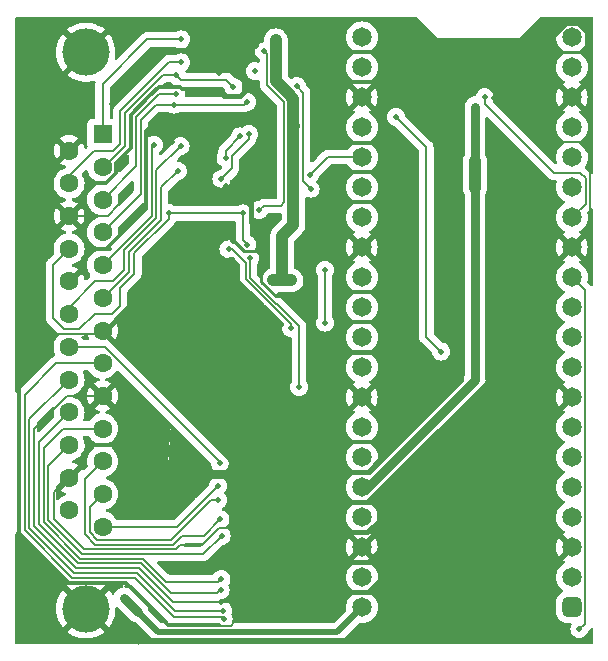
<source format=gbr>
%TF.GenerationSoftware,KiCad,Pcbnew,7.0.10-7.0.10~ubuntu22.04.1*%
%TF.CreationDate,2024-01-13T05:54:33-07:00*%
%TF.ProjectId,DB25_External,44423235-5f45-4787-9465-726e616c2e6b,rev?*%
%TF.SameCoordinates,Original*%
%TF.FileFunction,Copper,L2,Bot*%
%TF.FilePolarity,Positive*%
%FSLAX46Y46*%
G04 Gerber Fmt 4.6, Leading zero omitted, Abs format (unit mm)*
G04 Created by KiCad (PCBNEW 7.0.10-7.0.10~ubuntu22.04.1) date 2024-01-13 05:54:33*
%MOMM*%
%LPD*%
G01*
G04 APERTURE LIST*
G04 Aperture macros list*
%AMRoundRect*
0 Rectangle with rounded corners*
0 $1 Rounding radius*
0 $2 $3 $4 $5 $6 $7 $8 $9 X,Y pos of 4 corners*
0 Add a 4 corners polygon primitive as box body*
4,1,4,$2,$3,$4,$5,$6,$7,$8,$9,$2,$3,0*
0 Add four circle primitives for the rounded corners*
1,1,$1+$1,$2,$3*
1,1,$1+$1,$4,$5*
1,1,$1+$1,$6,$7*
1,1,$1+$1,$8,$9*
0 Add four rect primitives between the rounded corners*
20,1,$1+$1,$2,$3,$4,$5,0*
20,1,$1+$1,$4,$5,$6,$7,0*
20,1,$1+$1,$6,$7,$8,$9,0*
20,1,$1+$1,$8,$9,$2,$3,0*%
G04 Aperture macros list end*
%TA.AperFunction,ComponentPad*%
%ADD10RoundRect,0.412500X0.412500X0.412500X-0.412500X0.412500X-0.412500X-0.412500X0.412500X-0.412500X0*%
%TD*%
%TA.AperFunction,ComponentPad*%
%ADD11C,1.650000*%
%TD*%
%TA.AperFunction,ComponentPad*%
%ADD12C,4.000000*%
%TD*%
%TA.AperFunction,ComponentPad*%
%ADD13R,1.600000X1.600000*%
%TD*%
%TA.AperFunction,ComponentPad*%
%ADD14C,1.600000*%
%TD*%
%TA.AperFunction,ViaPad*%
%ADD15C,0.600000*%
%TD*%
%TA.AperFunction,ViaPad*%
%ADD16C,0.500000*%
%TD*%
%TA.AperFunction,ViaPad*%
%ADD17C,0.800000*%
%TD*%
%TA.AperFunction,Conductor*%
%ADD18C,0.200000*%
%TD*%
%TA.AperFunction,Conductor*%
%ADD19C,0.330000*%
%TD*%
%TA.AperFunction,Conductor*%
%ADD20C,0.400000*%
%TD*%
%TA.AperFunction,Conductor*%
%ADD21C,0.250000*%
%TD*%
%TA.AperFunction,Conductor*%
%ADD22C,0.750000*%
%TD*%
%TA.AperFunction,Conductor*%
%ADD23C,0.142000*%
%TD*%
%TA.AperFunction,Conductor*%
%ADD24C,0.150000*%
%TD*%
%TA.AperFunction,Conductor*%
%ADD25C,1.000000*%
%TD*%
%TA.AperFunction,Conductor*%
%ADD26C,0.500000*%
%TD*%
G04 APERTURE END LIST*
D10*
%TO.P,RP1,1,G0*%
%TO.N,Net-(RP1-G0)*%
X147196660Y-124104400D03*
D11*
%TO.P,RP1,2,G1*%
%TO.N,Net-(RP1-G1)*%
X147196660Y-121564400D03*
%TO.P,RP1,3,GND*%
%TO.N,GND*%
X147196660Y-119024400D03*
%TO.P,RP1,4,G2*%
%TO.N,Net-(RP1-G2)*%
X147196660Y-116484400D03*
%TO.P,RP1,5,G3*%
%TO.N,Net-(RP1-G3)*%
X147196660Y-113944400D03*
%TO.P,RP1,6,G4*%
%TO.N,Net-(RP1-G4)*%
X147196660Y-111404400D03*
%TO.P,RP1,7,G5*%
%TO.N,Net-(RP1-G5)*%
X147196660Y-108864400D03*
%TO.P,RP1,8,GND*%
%TO.N,GND*%
X147196660Y-106324400D03*
%TO.P,RP1,9,G6*%
%TO.N,Net-(RP1-G6)*%
X147196660Y-103784400D03*
%TO.P,RP1,10,G7*%
%TO.N,Net-(RP1-G7)*%
X147196660Y-101244400D03*
%TO.P,RP1,11,G8*%
%TO.N,Net-(RP1-G8)*%
X147196660Y-98704400D03*
%TO.P,RP1,12,G9*%
%TO.N,DBPTr*%
X147196660Y-96164400D03*
%TO.P,RP1,13,GND*%
%TO.N,GND*%
X147196660Y-93624400D03*
%TO.P,RP1,14,G10*%
%TO.N,SD_CLK*%
X147196660Y-91084400D03*
%TO.P,RP1,15,G11*%
%TO.N,SD_CMD_MOSI*%
X147196660Y-88544400D03*
%TO.P,RP1,16,G12*%
%TO.N,SD_D0_MISO*%
X147196660Y-86004400D03*
%TO.P,RP1,17,G13*%
%TO.N,SD_D1*%
X147196660Y-83464400D03*
%TO.P,RP1,18,GND*%
%TO.N,GND*%
X147196660Y-80924400D03*
%TO.P,RP1,19,G14*%
%TO.N,SD_D2*%
X147196660Y-78384400D03*
%TO.P,RP1,20,G15*%
%TO.N,SD_D3_CS*%
X147196660Y-75844400D03*
%TO.P,RP1,21,G16*%
%TO.N,SERIAL_OUT*%
X129416660Y-75844400D03*
%TO.P,RP1,22,G17*%
%TO.N,oREQ*%
X129416660Y-78384400D03*
%TO.P,RP1,23,GND*%
%TO.N,GND*%
X129416660Y-80924400D03*
%TO.P,RP1,24,G18*%
%TO.N,oCD_iSEL*%
X129416660Y-83464400D03*
%TO.P,RP1,25,G19*%
%TO.N,oSEL*%
X129416660Y-86004400D03*
%TO.P,RP1,26,G20*%
%TO.N,oMSG_iBSY*%
X129416660Y-88544400D03*
%TO.P,RP1,27,G21*%
%TO.N,iRST*%
X129416660Y-91084400D03*
%TO.P,RP1,28,GND*%
%TO.N,GND*%
X129416660Y-93624400D03*
%TO.P,RP1,29,G22*%
%TO.N,oIO*%
X129416660Y-96164400D03*
%TO.P,RP1,30,RUN*%
%TO.N,unconnected-(RP1-RUN-Pad30)*%
X129416660Y-98704400D03*
%TO.P,RP1,31,G26*%
%TO.N,iACK*%
X129416660Y-101244400D03*
%TO.P,RP1,32,G27*%
%TO.N,oBSY*%
X129416660Y-103784400D03*
%TO.P,RP1,33,A_GND*%
%TO.N,GND*%
X129416660Y-106324400D03*
%TO.P,RP1,34,G28*%
%TO.N,iATN*%
X129416660Y-108864400D03*
%TO.P,RP1,35,ADC_VREF*%
%TO.N,unconnected-(RP1-ADC_VREF-Pad35)*%
X129416660Y-111404400D03*
%TO.P,RP1,36,3v3*%
%TO.N,+3V3*%
X129416660Y-113944400D03*
%TO.P,RP1,37,3v3_EN*%
%TO.N,unconnected-(RP1-3v3_EN-Pad37)*%
X129416660Y-116484400D03*
%TO.P,RP1,38,GND*%
%TO.N,GND*%
X129416660Y-119024400D03*
%TO.P,RP1,39,VSYS*%
%TO.N,unconnected-(RP1-VSYS-Pad39)*%
X129416660Y-121564400D03*
%TO.P,RP1,40,VBUS_5V*%
%TO.N,+5VP*%
X129416660Y-124104400D03*
%TD*%
D12*
%TO.P,J2,0,PAD*%
%TO.N,GND*%
X106037131Y-77130600D03*
X106037131Y-124230600D03*
D13*
%TO.P,J2,1,1*%
%TO.N,REQ*%
X107457131Y-84060600D03*
D14*
%TO.P,J2,2,2*%
%TO.N,MSG*%
X107457131Y-86830600D03*
%TO.P,J2,3,3*%
%TO.N,IO*%
X107457131Y-89600600D03*
%TO.P,J2,4,4*%
%TO.N,RST*%
X107457131Y-92370600D03*
%TO.P,J2,5,5*%
%TO.N,ACK*%
X107457131Y-95140600D03*
%TO.P,J2,6,6*%
%TO.N,BSY*%
X107457131Y-97910600D03*
%TO.P,J2,7,7*%
%TO.N,GND*%
X107457131Y-100680600D03*
%TO.P,J2,8,8*%
%TO.N,DB0*%
X107457131Y-103450600D03*
%TO.P,J2,9,9*%
%TO.N,GND*%
X107457131Y-106220600D03*
%TO.P,J2,10,10*%
%TO.N,DB3*%
X107457131Y-108990600D03*
%TO.P,J2,11,11*%
%TO.N,DB5*%
X107457131Y-111760600D03*
%TO.P,J2,12,12*%
%TO.N,DB6*%
X107457131Y-114530600D03*
%TO.P,J2,13,13*%
%TO.N,DB7*%
X107457131Y-117300600D03*
%TO.P,J2,14,P14*%
%TO.N,GND*%
X104617131Y-85445600D03*
%TO.P,J2,15,P15*%
%TO.N,CD*%
X104617131Y-88215600D03*
%TO.P,J2,16,P16*%
%TO.N,GND*%
X104617131Y-90985600D03*
%TO.P,J2,17,P17*%
%TO.N,ATN*%
X104617131Y-93755600D03*
%TO.P,J2,18,P18*%
%TO.N,GND*%
X104617131Y-96525600D03*
%TO.P,J2,19,P19*%
%TO.N,SEL*%
X104617131Y-99295600D03*
%TO.P,J2,20,P20*%
%TO.N,DBP*%
X104617131Y-102065600D03*
%TO.P,J2,21,P21*%
%TO.N,DB1*%
X104617131Y-104835600D03*
%TO.P,J2,22,P22*%
%TO.N,DB2*%
X104617131Y-107605600D03*
%TO.P,J2,23,P23*%
%TO.N,DB4*%
X104617131Y-110375600D03*
%TO.P,J2,24,P24*%
%TO.N,GND*%
X104617131Y-113145600D03*
%TO.P,J2,25,P25*%
%TO.N,+5V*%
X104617131Y-115915600D03*
%TD*%
D15*
%TO.N,GND*%
X142470000Y-92930000D03*
D16*
X119570000Y-79440000D03*
D15*
X140930000Y-84290000D03*
X110820200Y-106629200D03*
D16*
X127570000Y-122010000D03*
D15*
X122010000Y-110150000D03*
X136430000Y-80030000D03*
X113650000Y-89760000D03*
D16*
X114071400Y-75006200D03*
X125750000Y-88080000D03*
X131220000Y-123790000D03*
D15*
X121680000Y-99590000D03*
X144510000Y-78340000D03*
X112598200Y-104444800D03*
X145698060Y-126593600D03*
X135570000Y-121490000D03*
D16*
X117517069Y-123706907D03*
X122660000Y-101360000D03*
X119640000Y-99740000D03*
D15*
X123150000Y-118220000D03*
X110083600Y-109016800D03*
D16*
X137820000Y-102480000D03*
X125050000Y-96350000D03*
D15*
X130915260Y-97510600D03*
X133830000Y-90520000D03*
X118452511Y-94678289D03*
D16*
X116120000Y-83010000D03*
D15*
X140190000Y-83250000D03*
X137970000Y-115900000D03*
D16*
X117280000Y-78840000D03*
X120410000Y-76620000D03*
X127140000Y-96190000D03*
D15*
X122940000Y-113150000D03*
X120890000Y-95376789D03*
D16*
X120000000Y-90100000D03*
X130860000Y-115570000D03*
X111820000Y-95920000D03*
D15*
X121690000Y-118360000D03*
X130730000Y-110120000D03*
D16*
X120110000Y-85720000D03*
D15*
X142160000Y-82150000D03*
D17*
X125349000Y-90068400D03*
D16*
X120860000Y-98720000D03*
X108280200Y-81534000D03*
X131060000Y-75150000D03*
D15*
X124940000Y-111090000D03*
D16*
X117440000Y-82620000D03*
D17*
X125810000Y-92080000D03*
D16*
X117911978Y-88480000D03*
D15*
X140920000Y-79860000D03*
X123590000Y-111490000D03*
X141350000Y-81300000D03*
D16*
X123490000Y-97780000D03*
X125120000Y-104840000D03*
X148593660Y-126517400D03*
D15*
X137990000Y-116970000D03*
D16*
X113334411Y-84756389D03*
D15*
X140020000Y-123840000D03*
D16*
X118440000Y-89290000D03*
X117320000Y-95440000D03*
D15*
X133830000Y-88380000D03*
X113930000Y-91750000D03*
X139700000Y-115060000D03*
X141690000Y-85350000D03*
D16*
X140570000Y-80970000D03*
X125160000Y-75540000D03*
X118540000Y-93110000D03*
X114930000Y-84230000D03*
X137420000Y-97590000D03*
X126780000Y-77350000D03*
X110642400Y-99847400D03*
X125710000Y-79650000D03*
X126520000Y-84470000D03*
X125430000Y-99500000D03*
D15*
X133550000Y-93130000D03*
D16*
%TO.N,+2V8*%
X123678588Y-89242100D03*
X123682000Y-88556300D03*
D15*
X123452000Y-96440000D03*
X121928000Y-96440000D03*
D16*
X122140000Y-76790000D03*
X123612700Y-85330450D03*
X122140000Y-76130000D03*
D15*
X122690000Y-96440000D03*
D16*
X123730000Y-85920000D03*
%TO.N,iATN*%
X124108625Y-105470830D03*
X119963811Y-94563989D03*
%TO.N,oSEL*%
X125040000Y-87480000D03*
%TO.N,oBSY*%
X126270000Y-95550000D03*
X120710000Y-90500000D03*
X126310000Y-100010000D03*
X120359350Y-78730000D03*
X121140000Y-77050000D03*
%TO.N,SD_CLK*%
X139810000Y-80930000D03*
%TO.N,ATN*%
X119710000Y-93400000D03*
X119328811Y-90758800D03*
X113077000Y-90754200D03*
%TO.N,BSY*%
X113830000Y-87160000D03*
%TO.N,DBP*%
X117373400Y-111910000D03*
%TO.N,ACK*%
X111810411Y-84959589D03*
%TO.N,RST*%
X113487200Y-81559400D03*
X119700000Y-81330000D03*
%TO.N,MSG*%
X113660000Y-79044800D03*
X118540000Y-80070000D03*
%TO.N,SEL*%
X114058311Y-85073889D03*
%TO.N,CD*%
X114113800Y-77982600D03*
%TO.N,REQ*%
X114108000Y-76032600D03*
%TO.N,IO*%
X113712000Y-80670400D03*
%TO.N,DB7*%
X117230000Y-113830000D03*
%TO.N,DB6*%
X117240000Y-115040000D03*
%TO.N,DB5*%
X117432500Y-116672500D03*
%TO.N,DB4*%
X117530000Y-118060000D03*
%TO.N,DB3*%
X117520000Y-121690000D03*
%TO.N,DB2*%
X117450000Y-122640000D03*
%TO.N,DB1*%
X117670000Y-124390000D03*
%TO.N,DB0*%
X117710000Y-125110000D03*
D15*
%TO.N,+3V3*%
X138992460Y-87096600D03*
X138990000Y-83320000D03*
X138990000Y-81850000D03*
X138992460Y-87858600D03*
X138990000Y-82650000D03*
D16*
%TO.N,SEL_BUFF*%
X119081840Y-84251840D03*
X117868078Y-86060100D03*
%TO.N,BSY_BUFF*%
X117525178Y-87825400D03*
X119836017Y-84040800D03*
%TO.N,+5VP*%
X109702600Y-123774200D03*
X110185200Y-124256800D03*
X109258100Y-123329700D03*
%TO.N,DBPTr*%
X147831660Y-125984000D03*
%TO.N,Net-(D2-A)*%
X136110000Y-102460000D03*
X132310000Y-82580000D03*
%TO.N,iRST*%
X125070000Y-88670000D03*
X123912191Y-80002086D03*
%TO.N,iACK*%
X118120000Y-93810000D03*
X123400000Y-100490000D03*
%TD*%
D18*
%TO.N,GND*%
X118610000Y-125360000D02*
X118310000Y-125660000D01*
D19*
X130407260Y-97510600D02*
X130331060Y-97434400D01*
D18*
X119460000Y-125360000D02*
X118610000Y-125360000D01*
D19*
X128578460Y-84785200D02*
X128553060Y-84759800D01*
X130670000Y-77120000D02*
X128430000Y-77120000D01*
X107746800Y-93776800D02*
X111158599Y-90365001D01*
X105816400Y-111946331D02*
X105816400Y-111556800D01*
D20*
X120060000Y-90160000D02*
X120000000Y-90100000D01*
D19*
X109332565Y-85761365D02*
X109830040Y-85263890D01*
X130332060Y-110110000D02*
X130381860Y-110159800D01*
X109830040Y-83896200D02*
X109830040Y-82425296D01*
D21*
X120900000Y-95386789D02*
X120900000Y-96578726D01*
D19*
X109452708Y-122062708D02*
X112985000Y-125595000D01*
D20*
X132280000Y-122110000D02*
X132280000Y-121960000D01*
D19*
X111158599Y-90365001D02*
X111158599Y-89001600D01*
D21*
X121055091Y-94029884D02*
X121014196Y-93988989D01*
D22*
X118465600Y-112870000D02*
X116250000Y-112870000D01*
D19*
X121055091Y-92886491D02*
X121055091Y-94029884D01*
D20*
X120860000Y-98440000D02*
X120860000Y-98720000D01*
D18*
X148750000Y-86650000D02*
X148750000Y-85720000D01*
D21*
X118590000Y-93110000D02*
X118540000Y-93110000D01*
D19*
X131194660Y-80454660D02*
X130520000Y-79780000D01*
X111158599Y-83811801D02*
X111226600Y-83743800D01*
D23*
X103745000Y-100955000D02*
X103550000Y-101150000D01*
D20*
X128760000Y-112660000D02*
X129893472Y-112660000D01*
X120060000Y-90040000D02*
X120060000Y-89680000D01*
D19*
X106502200Y-110490000D02*
X106654600Y-110337600D01*
D20*
X128360000Y-112660000D02*
X128760000Y-112660000D01*
X130145600Y-115214400D02*
X130170000Y-115190000D01*
D21*
X144510000Y-78340000D02*
X144510000Y-76904714D01*
D20*
X131220000Y-123790000D02*
X130250000Y-122820000D01*
D21*
X118540000Y-93026508D02*
X118453492Y-92940000D01*
D19*
X104617131Y-113145600D02*
X105816400Y-111946331D01*
D18*
X148750000Y-92071060D02*
X148750000Y-88440000D01*
D23*
X107182731Y-100955000D02*
X103745000Y-100955000D01*
D18*
X127538878Y-126760000D02*
X128770000Y-126760000D01*
D21*
X120890000Y-95376789D02*
X120900000Y-95386789D01*
D18*
X118216907Y-123706907D02*
X118240000Y-123730000D01*
D19*
X130915260Y-97510600D02*
X130407260Y-97510600D01*
X100410000Y-104820000D02*
X100405000Y-104825000D01*
D18*
X110470000Y-126760000D02*
X114620000Y-126760000D01*
D23*
X104487508Y-106220600D02*
X101916000Y-108792108D01*
D19*
X131118460Y-97028000D02*
X131194660Y-96951800D01*
X131194660Y-84785200D02*
X128578460Y-84785200D01*
X131194660Y-84785200D02*
X131194660Y-80454660D01*
D21*
X144510000Y-76790000D02*
X146630000Y-74670000D01*
D18*
X148750000Y-86650000D02*
X148750000Y-82940000D01*
X148750000Y-88440000D02*
X148750000Y-86650000D01*
D20*
X128149800Y-122820000D02*
X128110000Y-122859800D01*
D21*
X122101274Y-97780000D02*
X123490000Y-97780000D01*
X110470000Y-126910000D02*
X129250000Y-126910000D01*
D20*
X129893472Y-112660000D02*
X131140000Y-111413472D01*
D21*
X129250000Y-126910000D02*
X129330000Y-126830000D01*
D19*
X105816400Y-111175800D02*
X106502200Y-110490000D01*
D18*
X113425433Y-123706907D02*
X117517069Y-123706907D01*
D19*
X130520000Y-79780000D02*
X130390000Y-79650000D01*
D21*
X118465600Y-111861600D02*
X115900200Y-109296200D01*
D19*
X108621642Y-86715600D02*
X108621642Y-86472288D01*
D18*
X106037131Y-124230600D02*
X108566531Y-126760000D01*
D19*
X111158599Y-89001600D02*
X111158599Y-83811801D01*
X121055091Y-92504309D02*
X121055091Y-92886491D01*
X111988600Y-82981800D02*
X113131600Y-82981800D01*
D21*
X147460000Y-74694400D02*
X147673006Y-74694400D01*
D19*
X131270860Y-98501200D02*
X131270860Y-99136200D01*
D20*
X130402860Y-102510000D02*
X128570000Y-102510000D01*
D19*
X106654600Y-110337600D02*
X108178600Y-110337600D01*
D21*
X147760000Y-74570000D02*
X148290000Y-75100000D01*
D18*
X101670629Y-117169371D02*
X101670629Y-117253921D01*
X107896400Y-90985600D02*
X108788200Y-90093800D01*
D21*
X118465600Y-112870000D02*
X118465600Y-111861600D01*
D19*
X100405000Y-117845000D02*
X104622708Y-122062708D01*
X131194660Y-89839800D02*
X128248260Y-89839800D01*
X105892600Y-89710131D02*
X105892600Y-89128600D01*
D21*
X147590000Y-74570000D02*
X147760000Y-74570000D01*
D19*
X130740000Y-77190000D02*
X130670000Y-77120000D01*
X106629200Y-88315800D02*
X106756200Y-88188800D01*
D20*
X129370000Y-122820000D02*
X129650000Y-122820000D01*
D18*
X114620000Y-126760000D02*
X127538878Y-126760000D01*
D21*
X110470000Y-126760000D02*
X110470000Y-126910000D01*
D18*
X147780000Y-84750000D02*
X146350000Y-84750000D01*
D19*
X108621642Y-86472288D02*
X109332565Y-85761365D01*
D20*
X131241736Y-113851736D02*
X131630000Y-113463472D01*
X121055091Y-92504309D02*
X120060000Y-91509218D01*
X120060000Y-89680000D02*
X120030000Y-89650000D01*
D21*
X146630000Y-74670000D02*
X146730000Y-74570000D01*
D19*
X126076560Y-112280700D02*
X128247260Y-110110000D01*
X113995200Y-80060800D02*
X114020600Y-80060800D01*
X112985000Y-125595000D02*
X117325258Y-125595000D01*
D18*
X101670000Y-117168742D02*
X101670629Y-117169371D01*
D20*
X118880000Y-95160000D02*
X118880000Y-96460000D01*
X137830000Y-104830000D02*
X137830000Y-104580000D01*
D19*
X128247260Y-110110000D02*
X130332060Y-110110000D01*
D21*
X146720314Y-74694400D02*
X147460000Y-74694400D01*
D18*
X115849486Y-118821200D02*
X116710343Y-117960343D01*
D20*
X130000000Y-112660000D02*
X137830000Y-104830000D01*
D21*
X148440000Y-75250000D02*
X148440000Y-76690000D01*
D18*
X101670629Y-117253921D02*
X105214416Y-120797706D01*
D19*
X130331060Y-97434400D02*
X128324460Y-97434400D01*
D18*
X116710343Y-117960343D02*
X116800343Y-117870343D01*
D20*
X129920000Y-122820000D02*
X131080000Y-121660000D01*
D21*
X146730000Y-74570000D02*
X147590000Y-74570000D01*
D19*
X130915260Y-97510600D02*
X130915260Y-97231200D01*
D20*
X131140000Y-111413472D02*
X131140000Y-110810000D01*
D18*
X104617131Y-90985600D02*
X107896400Y-90985600D01*
D20*
X128360000Y-112660000D02*
X130000000Y-112660000D01*
X120860000Y-98720000D02*
X121140000Y-98720000D01*
D24*
X108501731Y-126695200D02*
X106037131Y-124230600D01*
D19*
X131270860Y-97866200D02*
X131270860Y-98501200D01*
X131270860Y-101701600D02*
X130458060Y-102514400D01*
D18*
X103378000Y-114384731D02*
X104617131Y-113145600D01*
D19*
X130915260Y-97231200D02*
X131118460Y-97028000D01*
D21*
X118453492Y-92940000D02*
X118260000Y-92940000D01*
D18*
X148750000Y-82940000D02*
X148240000Y-82430000D01*
D20*
X107457131Y-100680600D02*
X107650200Y-100680600D01*
D19*
X131194660Y-84785200D02*
X131194660Y-84632800D01*
D20*
X129873472Y-117760000D02*
X128610000Y-117760000D01*
D19*
X105892600Y-89128600D02*
X105892600Y-89052400D01*
D18*
X118310000Y-125660000D02*
X113820000Y-125660000D01*
D21*
X110470000Y-126910000D02*
X110470000Y-127129800D01*
D18*
X113690400Y-119176800D02*
X114046000Y-118821200D01*
D19*
X130458060Y-102514400D02*
X130432660Y-102539800D01*
D20*
X107650200Y-100680600D02*
X109651800Y-98679000D01*
D19*
X107569000Y-88188800D02*
X107745799Y-88188800D01*
D21*
X118540000Y-93110000D02*
X118540000Y-93026508D01*
D19*
X128360000Y-112660000D02*
X127830000Y-113190000D01*
D21*
X118465600Y-114274600D02*
X118465600Y-112870000D01*
X144510000Y-76904714D02*
X146720314Y-74694400D01*
D19*
X114223800Y-80264000D02*
X114731800Y-80264000D01*
X111418468Y-80836868D02*
X112199447Y-80055889D01*
X112199447Y-80055889D02*
X113990289Y-80055889D01*
X127830000Y-113190000D02*
X127830000Y-114669140D01*
D21*
X147673006Y-74694400D02*
X148346660Y-75368054D01*
D20*
X119570000Y-80300000D02*
X119310000Y-80560000D01*
D19*
X121233811Y-92325589D02*
X121055091Y-92504309D01*
D21*
X148290000Y-75100000D02*
X148440000Y-75250000D01*
D19*
X131194660Y-87249000D02*
X131194660Y-84785200D01*
X128110000Y-122859800D02*
X127816460Y-122859800D01*
D20*
X128375260Y-115214400D02*
X129700000Y-115214400D01*
D18*
X107912564Y-119199149D02*
X105914949Y-119199149D01*
D19*
X128324460Y-97434400D02*
X128299060Y-97459800D01*
D21*
X144510000Y-78340000D02*
X144510000Y-76790000D01*
X148346660Y-75368054D02*
X148346660Y-76633340D01*
D18*
X110516234Y-120797708D02*
X113425433Y-123706907D01*
D19*
X113990289Y-80055889D02*
X113995200Y-80060800D01*
D20*
X129910000Y-120310000D02*
X130950000Y-119270000D01*
D24*
X110185200Y-126695200D02*
X108501731Y-126695200D01*
D19*
X108051600Y-93776800D02*
X107746800Y-93776800D01*
X131270860Y-99136200D02*
X131270860Y-101701600D01*
D21*
X120900000Y-96578726D02*
X122101274Y-97780000D01*
D18*
X147196660Y-93624400D02*
X148750000Y-92071060D01*
D19*
X147196660Y-93624400D02*
X148488400Y-92332660D01*
D18*
X104446496Y-106220600D02*
X101670000Y-108997096D01*
X148750000Y-85720000D02*
X147780000Y-84750000D01*
D19*
X131194660Y-80454660D02*
X131194660Y-77644660D01*
D18*
X101670000Y-108997096D02*
X101670000Y-117168742D01*
D20*
X119310000Y-80560000D02*
X119070000Y-80800000D01*
D21*
X121014196Y-93988989D02*
X119468989Y-93988989D01*
D18*
X117300686Y-117370000D02*
X118170000Y-117370000D01*
D20*
X129500000Y-120310000D02*
X128500000Y-120310000D01*
D19*
X109830040Y-85263890D02*
X109830040Y-83896200D01*
X107745799Y-88188800D02*
X108621642Y-87312957D01*
D20*
X140070000Y-105023472D02*
X140070000Y-104400000D01*
D23*
X107457131Y-100680600D02*
X107182731Y-100955000D01*
D19*
X130432660Y-99974400D02*
X128426060Y-99974400D01*
D20*
X132280000Y-121960000D02*
X130630000Y-120310000D01*
D19*
X131194660Y-87249000D02*
X128248260Y-87249000D01*
D20*
X121140000Y-98720000D02*
X122530000Y-100110000D01*
D18*
X100872402Y-94730329D02*
X104617131Y-90985600D01*
D20*
X120060000Y-91509218D02*
X120060000Y-90160000D01*
D19*
X107746800Y-93776800D02*
X106781600Y-93776800D01*
D20*
X129370000Y-122820000D02*
X128149800Y-122820000D01*
D19*
X105892600Y-89052400D02*
X106629200Y-88315800D01*
D20*
X130860000Y-116773472D02*
X129873472Y-117760000D01*
X118880000Y-96460000D02*
X120860000Y-98440000D01*
D19*
X131194660Y-77644660D02*
X130740000Y-77190000D01*
X107569000Y-88188800D02*
X107746800Y-88188800D01*
D22*
X116250000Y-112870000D02*
X116240000Y-112860000D01*
D21*
X148346660Y-76633340D02*
X147890000Y-77090000D01*
D19*
X106781600Y-93776800D02*
X106756200Y-93751400D01*
D21*
X100872402Y-104820000D02*
X100720000Y-104820000D01*
D19*
X131194660Y-96951800D02*
X131194660Y-89839800D01*
D20*
X118452511Y-94678289D02*
X118452511Y-94732511D01*
X119570000Y-79440000D02*
X119570000Y-80300000D01*
D21*
X147870000Y-77110000D02*
X146290000Y-77110000D01*
D19*
X104622708Y-122062708D02*
X109452708Y-122062708D01*
X127816460Y-122859800D02*
X127765660Y-122809000D01*
D20*
X118452511Y-94732511D02*
X118880000Y-95160000D01*
X130432660Y-102539800D02*
X130402860Y-102510000D01*
D18*
X122000000Y-122820000D02*
X119460000Y-125360000D01*
D20*
X119070000Y-80800000D02*
X117720000Y-80800000D01*
D19*
X111226600Y-83743800D02*
X111988600Y-82981800D01*
D20*
X130250000Y-122820000D02*
X129370000Y-122820000D01*
D19*
X131270860Y-99136200D02*
X130432660Y-99974400D01*
D18*
X116710343Y-117960343D02*
X117300686Y-117370000D01*
D24*
X148593660Y-126517400D02*
X148644460Y-126466600D01*
D18*
X108257850Y-119199150D02*
X107912564Y-119199149D01*
X107457131Y-106220600D02*
X104446496Y-106220600D01*
D19*
X104617131Y-90985600D02*
X105892600Y-89710131D01*
X131194660Y-88743940D02*
X131194660Y-87249000D01*
X106756200Y-88188800D02*
X107569000Y-88188800D01*
X109830040Y-82425296D02*
X111418468Y-80836868D01*
D20*
X129879072Y-115214400D02*
X131241736Y-113851736D01*
D19*
X131194660Y-89839800D02*
X131194660Y-88743940D01*
D20*
X129700000Y-115214400D02*
X130145600Y-115214400D01*
D19*
X105816400Y-111556800D02*
X105816400Y-111175800D01*
D18*
X108257850Y-119199150D02*
X113668050Y-119199150D01*
D19*
X130390000Y-79650000D02*
X128580000Y-79650000D01*
D18*
X100872402Y-104820000D02*
X100872402Y-94730329D01*
D20*
X129650000Y-122820000D02*
X129920000Y-122820000D01*
D18*
X108788200Y-90093800D02*
X108813600Y-90068400D01*
D20*
X130630000Y-120310000D02*
X129500000Y-120310000D01*
D18*
X114046000Y-118821200D02*
X115849486Y-118821200D01*
D20*
X129700000Y-115214400D02*
X129879072Y-115214400D01*
D18*
X105914949Y-119199149D02*
X103378000Y-116662200D01*
D19*
X100405000Y-104825000D02*
X100405000Y-117845000D01*
D21*
X147890000Y-77090000D02*
X147870000Y-77110000D01*
D18*
X103378000Y-116662200D02*
X103378000Y-114384731D01*
D20*
X130860000Y-115570000D02*
X130860000Y-116773472D01*
D19*
X114020600Y-80060800D02*
X114223800Y-80264000D01*
X108621642Y-87312957D02*
X108621642Y-86715600D01*
D18*
X113668050Y-119199150D02*
X113690400Y-119176800D01*
D19*
X130915260Y-97510600D02*
X131270860Y-97866200D01*
D20*
X131241736Y-113851736D02*
X140070000Y-105023472D01*
D18*
X129650000Y-122820000D02*
X122000000Y-122820000D01*
D21*
X119468989Y-93988989D02*
X118590000Y-93110000D01*
D19*
X127830000Y-114669140D02*
X128375260Y-115214400D01*
D21*
X100720000Y-104820000D02*
X100410000Y-104820000D01*
D20*
X120000000Y-90100000D02*
X120060000Y-90040000D01*
D21*
X100410000Y-104820000D02*
X100400000Y-104810000D01*
D18*
X108566531Y-126760000D02*
X110470000Y-126760000D01*
X117517069Y-123706907D02*
X118216907Y-123706907D01*
X105214416Y-120797706D02*
X110516234Y-120797708D01*
D20*
X129500000Y-120310000D02*
X129910000Y-120310000D01*
D23*
X107457131Y-106220600D02*
X104487508Y-106220600D01*
D25*
%TO.N,+2V8*%
X123160800Y-80594200D02*
X122119400Y-79552800D01*
X123618000Y-84870000D02*
X123618000Y-85464178D01*
X122690000Y-96440000D02*
X122681611Y-96431611D01*
X123452000Y-96440000D02*
X122690000Y-96440000D01*
X123618000Y-83412000D02*
X123618000Y-84870000D01*
X123618000Y-83348000D02*
X123650000Y-83380000D01*
X123650000Y-83380000D02*
X123618000Y-83412000D01*
X122119400Y-76810600D02*
X122140000Y-76790000D01*
X122119400Y-76150600D02*
X122140000Y-76130000D01*
X122119400Y-77550000D02*
X122119400Y-76810600D01*
X123618000Y-82245200D02*
X123618000Y-82854800D01*
X122690000Y-96440000D02*
X121928000Y-96440000D01*
X122119400Y-77550000D02*
X122119400Y-76150600D01*
X122119400Y-79552800D02*
X122119400Y-77550000D01*
X122681611Y-92655789D02*
X123617999Y-91719401D01*
X123618000Y-81051400D02*
X123618000Y-82245200D01*
X123618000Y-82245200D02*
X123618000Y-83348000D01*
X122140000Y-76130000D02*
X122119400Y-76109400D01*
X122681611Y-96431611D02*
X122681611Y-92655789D01*
X123617999Y-91719401D02*
X123618000Y-84870000D01*
X123160800Y-80594200D02*
X123618000Y-81051400D01*
D24*
%TO.N,iATN*%
X122233147Y-98435000D02*
X124080000Y-100281853D01*
X119963811Y-96238837D02*
X122159974Y-98435000D01*
X124080000Y-100281853D02*
X124080000Y-105490000D01*
X119963811Y-94563989D02*
X119963811Y-96238837D01*
X122159974Y-98435000D02*
X122233147Y-98435000D01*
D18*
%TO.N,oSEL*%
X125040000Y-87480000D02*
X126515600Y-86004400D01*
X126515600Y-86004400D02*
X129416660Y-86004400D01*
D24*
%TO.N,oBSY*%
X121344880Y-77254880D02*
X121140000Y-77050000D01*
D18*
X126270000Y-95540000D02*
X126300000Y-95570000D01*
X126270000Y-95550000D02*
X126270000Y-95540000D01*
X126280000Y-95550000D02*
X126270000Y-95550000D01*
D24*
X121100000Y-90110000D02*
X121730000Y-90110000D01*
X122843480Y-87273702D02*
X122843480Y-87180000D01*
X122843480Y-87180000D02*
X122843480Y-89806520D01*
X121730000Y-90110000D02*
X121370000Y-90110000D01*
X122540000Y-90110000D02*
X121730000Y-90110000D01*
X122843480Y-89806520D02*
X122540000Y-90110000D01*
D18*
X126310000Y-100010000D02*
X126310000Y-95580000D01*
D24*
X122843480Y-81372216D02*
X121344880Y-79873616D01*
X120710000Y-90500000D02*
X121100000Y-90110000D01*
D18*
X126310000Y-95580000D02*
X126280000Y-95550000D01*
D24*
X121344880Y-79873616D02*
X121344880Y-77254880D01*
X122843480Y-87180000D02*
X122843480Y-81372216D01*
D18*
%TO.N,SD_CLK*%
X147196660Y-91084400D02*
X148350000Y-89931060D01*
X148350000Y-89931060D02*
X148350000Y-87810000D01*
X139810000Y-80930000D02*
X139820000Y-80920000D01*
X145660000Y-87340000D02*
X139820000Y-81500000D01*
X148350000Y-87810000D02*
X147880000Y-87340000D01*
X139820000Y-81500000D02*
X139810000Y-80930000D01*
X147880000Y-87340000D02*
X145660000Y-87340000D01*
%TO.N,ATN*%
X108940600Y-97104200D02*
X110159800Y-95885000D01*
X113081600Y-90758800D02*
X113077000Y-90754200D01*
X119328811Y-90758800D02*
X113081600Y-90758800D01*
X119710000Y-93390000D02*
X119710000Y-93400000D01*
X119720000Y-93400000D02*
X119730000Y-93410000D01*
X108280200Y-99263200D02*
X108940600Y-98602800D01*
X104617131Y-93755600D02*
X103276400Y-95096331D01*
X103276400Y-95096331D02*
X103276400Y-99644200D01*
X119710000Y-93400000D02*
X119720000Y-93400000D01*
X104216200Y-100584000D02*
X105460800Y-100584000D01*
X110159800Y-95885000D02*
X110159800Y-94132949D01*
X106781600Y-99263200D02*
X108280200Y-99263200D01*
X119328811Y-93008811D02*
X119710000Y-93390000D01*
X108940600Y-98602800D02*
X108940600Y-97104200D01*
X110159800Y-94132949D02*
X113077000Y-91215749D01*
X103276400Y-99644200D02*
X104216200Y-100584000D01*
X105460800Y-100584000D02*
X106781600Y-99263200D01*
X119328811Y-90758800D02*
X119328811Y-93008811D01*
X113077000Y-91215749D02*
X113077000Y-90754200D01*
%TO.N,BSY*%
X113830000Y-87160000D02*
X112422158Y-88567842D01*
X109695720Y-94032023D02*
X109695720Y-95694886D01*
X109695720Y-95694886D02*
X107480006Y-97910600D01*
X107480006Y-97910600D02*
X107457131Y-97910600D01*
X112422158Y-91305585D02*
X109695720Y-94032023D01*
X112422158Y-88567842D02*
X112422158Y-91305585D01*
%TO.N,DBP*%
X117373400Y-111811925D02*
X107627075Y-102065600D01*
X107627075Y-102065600D02*
X104617131Y-102065600D01*
X117373400Y-111910000D02*
X117373400Y-111811925D01*
%TO.N,ACK*%
X107457131Y-95140600D02*
X111623118Y-90974613D01*
X111623118Y-90974613D02*
X111623118Y-85146882D01*
X111623118Y-85146882D02*
X111810411Y-84959589D01*
X111810411Y-84959589D02*
X111810411Y-85093920D01*
%TO.N,RST*%
X110694080Y-89133651D02*
X107457131Y-92370600D01*
X110694080Y-82828520D02*
X110694080Y-89133651D01*
X113487200Y-81559400D02*
X111963200Y-81559400D01*
X111963200Y-81559400D02*
X110694080Y-82828520D01*
X119470600Y-81559400D02*
X113487200Y-81559400D01*
X119700000Y-81330000D02*
X119470600Y-81559400D01*
%TO.N,MSG*%
X112553606Y-79044800D02*
X109365520Y-82232886D01*
X113660000Y-79044800D02*
X112553606Y-79044800D01*
X118540000Y-80080000D02*
X118500000Y-80040000D01*
X109365520Y-85071480D02*
X107606400Y-86830600D01*
X114066400Y-79451200D02*
X117911200Y-79451200D01*
X118530000Y-80070000D02*
X118540000Y-80070000D01*
X113660000Y-79044800D02*
X114066400Y-79451200D01*
X107457131Y-86725869D02*
X107457131Y-86830600D01*
X109365520Y-82232886D02*
X109365520Y-85071480D01*
X107606400Y-86830600D02*
X107457131Y-86830600D01*
X118540000Y-80070000D02*
X118540000Y-80080000D01*
X117911200Y-79451200D02*
X118530000Y-80070000D01*
%TO.N,SEL*%
X109296200Y-95529400D02*
X109296200Y-93866537D01*
X106832400Y-96520000D02*
X108305600Y-96520000D01*
X104617131Y-99295600D02*
X104617131Y-98735269D01*
X112022638Y-91140099D02*
X112022638Y-87109562D01*
X108305600Y-96520000D02*
X109296200Y-95529400D01*
X112022638Y-87109562D02*
X114058311Y-85073889D01*
X104617131Y-98735269D02*
X106832400Y-96520000D01*
X114096411Y-85035789D02*
X114147211Y-85035789D01*
X109296200Y-93866537D02*
X112022638Y-91140099D01*
%TO.N,CD*%
X113050800Y-77982600D02*
X108966000Y-82067400D01*
X108966000Y-84886800D02*
X108356400Y-85496400D01*
X106705400Y-85496400D02*
X104617131Y-87584669D01*
X108356400Y-85496400D02*
X106705400Y-85496400D01*
X114113800Y-77982600D02*
X113050800Y-77982600D01*
X108966000Y-82067400D02*
X108966000Y-84886800D01*
X104617131Y-87584669D02*
X104617131Y-88215600D01*
%TO.N,REQ*%
X111241600Y-76032600D02*
X114108000Y-76032600D01*
X107457131Y-79817069D02*
X111241600Y-76032600D01*
X107457131Y-84060600D02*
X107457131Y-79817069D01*
%TO.N,IO*%
X107457131Y-89600600D02*
X110294560Y-86763171D01*
X110294560Y-82617706D02*
X112241866Y-80670400D01*
X112241866Y-80670400D02*
X113712000Y-80670400D01*
X107457131Y-89138869D02*
X107457131Y-89600600D01*
X110294560Y-86763171D02*
X110294560Y-82617706D01*
%TO.N,DB7*%
X117230000Y-113830000D02*
X115773200Y-115286800D01*
X113763200Y-117300600D02*
X107457131Y-117300600D01*
X115773200Y-115286800D02*
X115773200Y-115290600D01*
X115773200Y-115290600D02*
X113763200Y-117300600D01*
%TO.N,DB6*%
X117240000Y-115040000D02*
X116633400Y-115040000D01*
X113273289Y-118400111D02*
X107001698Y-118400111D01*
X106357620Y-117756033D02*
X106357620Y-115630111D01*
X116633400Y-115040000D02*
X113273289Y-118400111D01*
X106357620Y-115630111D02*
X107457131Y-114530600D01*
X107001698Y-118400111D02*
X106357620Y-117756033D01*
%TO.N,DB5*%
X113457970Y-118799630D02*
X106836211Y-118799630D01*
X105943400Y-117906819D02*
X105943400Y-113274331D01*
X105943400Y-113274331D02*
X107457131Y-111760600D01*
X106836211Y-118799630D02*
X105943400Y-117906819D01*
X114211100Y-118046500D02*
X113457970Y-118799630D01*
X116058500Y-118046500D02*
X114211100Y-118046500D01*
X117432500Y-116672500D02*
X116058500Y-118046500D01*
%TO.N,DB4*%
X115991332Y-119598668D02*
X105749462Y-119598668D01*
X105749462Y-119598668D02*
X102870000Y-116719206D01*
X102870000Y-112122731D02*
X104617131Y-110375600D01*
X117530000Y-118060000D02*
X115991332Y-119598668D01*
X102870000Y-116719206D02*
X102870000Y-112122731D01*
%TO.N,DB3*%
X102470481Y-116923081D02*
X102470481Y-110610119D01*
X105545588Y-119998188D02*
X102470481Y-116923081D01*
X117520000Y-121690000D02*
X117251900Y-121958100D01*
X112807318Y-121958100D02*
X110847408Y-119998188D01*
X110847408Y-119998188D02*
X105545588Y-119998188D01*
X104090000Y-108990600D02*
X107457131Y-108990600D01*
X117251900Y-121958100D02*
X112807318Y-121958100D01*
X102470481Y-110610119D02*
X104090000Y-108990600D01*
%TO.N,DB2*%
X113220211Y-122936000D02*
X110681920Y-120397708D01*
X117154000Y-122936000D02*
X113220211Y-122936000D01*
X117450000Y-122640000D02*
X117154000Y-122936000D01*
X110681920Y-120397708D02*
X105380102Y-120397706D01*
X102070961Y-117088567D02*
X102070961Y-110151770D01*
X105380102Y-120397706D02*
X102070961Y-117088567D01*
X102070961Y-110151770D02*
X104617131Y-107605600D01*
%TO.N,DB1*%
X110350548Y-121197708D02*
X105048731Y-121197708D01*
X101270000Y-108182731D02*
X104617131Y-104835600D01*
X105048731Y-121197708D02*
X101270000Y-117418977D01*
X101270000Y-117418977D02*
X101270000Y-108182731D01*
X113555258Y-124402418D02*
X110350548Y-121197708D01*
X117657582Y-124402418D02*
X113555258Y-124402418D01*
X117670000Y-124390000D02*
X117657582Y-124402418D01*
%TO.N,DB0*%
X100870000Y-117584663D02*
X100870000Y-106114600D01*
X100870000Y-106114600D02*
X103534000Y-103450600D01*
X110184862Y-121597708D02*
X104883045Y-121597708D01*
X117560000Y-124960000D02*
X113547154Y-124960000D01*
X113547154Y-124960000D02*
X110184862Y-121597708D01*
X103534000Y-103450600D02*
X107457131Y-103450600D01*
X104883045Y-121597708D02*
X100870000Y-117584663D01*
X117710000Y-125110000D02*
X117560000Y-124960000D01*
D22*
%TO.N,+3V3*%
X138992460Y-82652460D02*
X138992460Y-83317540D01*
X129416660Y-113944400D02*
X129952118Y-113944400D01*
X138992460Y-82642460D02*
X138992460Y-82647540D01*
X138992460Y-83910000D02*
X138992460Y-81852460D01*
X138990000Y-81850000D02*
X138992460Y-81847540D01*
X138992460Y-87096600D02*
X138992460Y-86334600D01*
D25*
X138992460Y-88620600D02*
X138992460Y-86334600D01*
D22*
X138992460Y-88620600D02*
X138992460Y-87858600D01*
X131920000Y-111970000D02*
X138992460Y-104897540D01*
X131920000Y-111976518D02*
X131920000Y-111970000D01*
X138992460Y-83910000D02*
X138992460Y-86334600D01*
X138992460Y-83322460D02*
X138992460Y-83910000D01*
X138990000Y-82650000D02*
X138992460Y-82652460D01*
X138992460Y-82647540D02*
X138990000Y-82650000D01*
X138990000Y-83320000D02*
X138992460Y-83322460D01*
X129952118Y-113944400D02*
X131920000Y-111976518D01*
X138992460Y-81847540D02*
X138992460Y-81742460D01*
X138992460Y-81852460D02*
X138990000Y-81850000D01*
X138992460Y-83317540D02*
X138990000Y-83320000D01*
X138992460Y-104897540D02*
X138992460Y-88620600D01*
D18*
%TO.N,SEL_BUFF*%
X119081840Y-84251840D02*
X117868078Y-85465602D01*
X117868078Y-85465602D02*
X117868078Y-86060100D01*
%TO.N,BSY_BUFF*%
X118417589Y-86932989D02*
X117525178Y-87825400D01*
X119836017Y-84504767D02*
X118417589Y-85923195D01*
X118417589Y-85923195D02*
X118417589Y-86932989D01*
X119836017Y-84040800D02*
X119836017Y-84504767D01*
D26*
%TO.N,+5VP*%
X110439200Y-124510800D02*
X110439200Y-124536200D01*
D22*
X109258100Y-123329700D02*
X110439200Y-124510800D01*
D26*
X110439200Y-124510800D02*
X112138400Y-126210000D01*
X127311060Y-126210000D02*
X129416660Y-124104400D01*
X112138400Y-126210000D02*
X127311060Y-126210000D01*
D18*
%TO.N,DBPTr*%
X148321171Y-125494489D02*
X148321171Y-97288911D01*
X148321171Y-97288911D02*
X147196660Y-96164400D01*
X147831660Y-125984000D02*
X148321171Y-125494489D01*
%TO.N,Net-(D2-A)*%
X134874000Y-101224000D02*
X136110000Y-102460000D01*
X134874000Y-85144000D02*
X134874000Y-101224000D01*
X132310000Y-82580000D02*
X134874000Y-85144000D01*
%TO.N,iRST*%
X124450000Y-88050000D02*
X124450000Y-80539895D01*
X125070000Y-88670000D02*
X124450000Y-88050000D01*
X124450000Y-80539895D02*
X123912191Y-80002086D01*
D24*
%TO.N,iACK*%
X119570000Y-94930000D02*
X119570000Y-96340000D01*
X122088173Y-98785000D02*
X123400000Y-100096827D01*
D18*
X128945800Y-101244400D02*
X129416660Y-101244400D01*
D24*
X118120000Y-93810000D02*
X118450000Y-93810000D01*
X122015000Y-98785000D02*
X122088173Y-98785000D01*
X119570000Y-96340000D02*
X122015000Y-98785000D01*
X123400000Y-100096827D02*
X123400000Y-100490000D01*
X118450000Y-93810000D02*
X119570000Y-94930000D01*
%TD*%
%TA.AperFunction,Conductor*%
%TO.N,GND*%
G36*
X140040704Y-82601852D02*
G01*
X140092588Y-82633137D01*
X145195681Y-87736230D01*
X145206548Y-87748620D01*
X145226014Y-87773988D01*
X145254644Y-87795957D01*
X145254655Y-87795966D01*
X145353123Y-87871524D01*
X145368736Y-87877990D01*
X145397286Y-87889816D01*
X145397287Y-87889817D01*
X145397288Y-87889817D01*
X145501150Y-87932838D01*
X145620115Y-87948500D01*
X145620122Y-87948500D01*
X145660000Y-87953750D01*
X145691691Y-87949577D01*
X145708137Y-87948500D01*
X145811583Y-87948500D01*
X145879704Y-87968502D01*
X145926197Y-88022158D01*
X145936301Y-88092432D01*
X145933290Y-88107111D01*
X145878402Y-88311956D01*
X145858066Y-88544400D01*
X145878402Y-88776844D01*
X145903993Y-88872349D01*
X145938513Y-89001183D01*
X145938793Y-89002226D01*
X146037404Y-89213697D01*
X146171238Y-89404832D01*
X146336228Y-89569822D01*
X146336231Y-89569824D01*
X146527360Y-89703654D01*
X146530181Y-89705283D01*
X146531174Y-89706324D01*
X146531870Y-89706812D01*
X146531772Y-89706951D01*
X146579172Y-89756668D01*
X146592605Y-89826382D01*
X146566215Y-89892292D01*
X146530181Y-89923517D01*
X146527360Y-89925145D01*
X146336231Y-90058975D01*
X146336225Y-90058980D01*
X146171240Y-90223965D01*
X146171235Y-90223971D01*
X146037404Y-90415102D01*
X145938794Y-90626571D01*
X145938792Y-90626575D01*
X145898820Y-90775756D01*
X145878402Y-90851956D01*
X145858066Y-91084400D01*
X145878402Y-91316844D01*
X145878604Y-91317597D01*
X145934525Y-91526300D01*
X145938793Y-91542226D01*
X146001179Y-91676013D01*
X146037404Y-91753697D01*
X146154800Y-91921357D01*
X146171238Y-91944832D01*
X146336228Y-92109822D01*
X146527363Y-92243656D01*
X146527373Y-92243660D01*
X146530674Y-92245567D01*
X146531843Y-92246793D01*
X146531870Y-92246812D01*
X146531866Y-92246817D01*
X146579669Y-92296948D01*
X146593108Y-92366661D01*
X146566724Y-92432573D01*
X146530689Y-92463802D01*
X146527616Y-92465576D01*
X146450818Y-92519349D01*
X147113343Y-93181874D01*
X147062522Y-93189535D01*
X146940303Y-93248393D01*
X146840862Y-93340660D01*
X146773035Y-93458140D01*
X146754109Y-93541058D01*
X146091609Y-92878558D01*
X146037839Y-92955352D01*
X145939266Y-93166742D01*
X145939264Y-93166747D01*
X145878897Y-93392044D01*
X145858568Y-93624400D01*
X145878897Y-93856755D01*
X145939264Y-94082052D01*
X145939266Y-94082057D01*
X146037839Y-94293448D01*
X146091609Y-94370239D01*
X146751815Y-93710033D01*
X146752987Y-93725665D01*
X146802547Y-93851941D01*
X146887125Y-93957999D01*
X146999207Y-94034416D01*
X147111283Y-94068986D01*
X146450819Y-94729449D01*
X146450819Y-94729451D01*
X146527607Y-94783218D01*
X146530673Y-94784988D01*
X146531754Y-94786121D01*
X146532120Y-94786378D01*
X146532068Y-94786451D01*
X146579669Y-94836368D01*
X146593108Y-94906081D01*
X146566724Y-94971993D01*
X146530684Y-95003226D01*
X146527364Y-95005142D01*
X146336231Y-95138975D01*
X146336225Y-95138980D01*
X146171240Y-95303965D01*
X146171235Y-95303971D01*
X146037404Y-95495102D01*
X145938794Y-95706571D01*
X145938792Y-95706575D01*
X145914470Y-95797349D01*
X145878402Y-95931956D01*
X145858066Y-96164400D01*
X145878402Y-96396844D01*
X145903986Y-96492324D01*
X145938792Y-96622224D01*
X145938794Y-96622228D01*
X146037404Y-96833697D01*
X146161048Y-97010280D01*
X146171238Y-97024832D01*
X146336228Y-97189822D01*
X146336231Y-97189824D01*
X146527360Y-97323654D01*
X146530181Y-97325283D01*
X146531174Y-97326324D01*
X146531870Y-97326812D01*
X146531772Y-97326951D01*
X146579172Y-97376668D01*
X146592605Y-97446382D01*
X146566215Y-97512292D01*
X146530181Y-97543517D01*
X146527360Y-97545145D01*
X146336231Y-97678975D01*
X146336225Y-97678980D01*
X146171240Y-97843965D01*
X146171235Y-97843971D01*
X146037404Y-98035102D01*
X145938794Y-98246571D01*
X145938792Y-98246575D01*
X145894583Y-98411566D01*
X145878402Y-98471956D01*
X145858066Y-98704400D01*
X145878402Y-98936844D01*
X145938793Y-99162226D01*
X145956947Y-99201157D01*
X146037404Y-99373697D01*
X146137365Y-99516457D01*
X146171238Y-99564832D01*
X146336228Y-99729822D01*
X146336231Y-99729824D01*
X146527360Y-99863654D01*
X146530181Y-99865283D01*
X146531174Y-99866324D01*
X146531870Y-99866812D01*
X146531772Y-99866951D01*
X146579172Y-99916668D01*
X146592605Y-99986382D01*
X146566215Y-100052292D01*
X146530181Y-100083517D01*
X146527360Y-100085145D01*
X146336231Y-100218975D01*
X146336225Y-100218980D01*
X146171240Y-100383965D01*
X146171235Y-100383971D01*
X146037404Y-100575102D01*
X145938794Y-100786571D01*
X145938792Y-100786575D01*
X145910961Y-100890444D01*
X145878402Y-101011956D01*
X145858066Y-101244400D01*
X145878402Y-101476844D01*
X145910764Y-101597624D01*
X145938792Y-101702224D01*
X145938794Y-101702228D01*
X146037404Y-101913697D01*
X146086691Y-101984087D01*
X146171238Y-102104832D01*
X146336228Y-102269822D01*
X146365261Y-102290151D01*
X146527360Y-102403654D01*
X146530181Y-102405283D01*
X146531174Y-102406324D01*
X146531870Y-102406812D01*
X146531772Y-102406951D01*
X146579172Y-102456668D01*
X146592605Y-102526382D01*
X146566215Y-102592292D01*
X146530181Y-102623517D01*
X146527360Y-102625145D01*
X146336231Y-102758975D01*
X146336225Y-102758980D01*
X146171240Y-102923965D01*
X146171235Y-102923971D01*
X146037404Y-103115102D01*
X145938794Y-103326571D01*
X145938792Y-103326575D01*
X145894583Y-103491566D01*
X145878402Y-103551956D01*
X145858066Y-103784400D01*
X145878402Y-104016844D01*
X145938793Y-104242226D01*
X146037404Y-104453697D01*
X146171238Y-104644832D01*
X146336228Y-104809822D01*
X146527363Y-104943656D01*
X146527373Y-104943660D01*
X146530674Y-104945567D01*
X146531843Y-104946793D01*
X146531870Y-104946812D01*
X146531866Y-104946817D01*
X146579669Y-104996948D01*
X146593108Y-105066661D01*
X146566724Y-105132573D01*
X146530689Y-105163802D01*
X146527616Y-105165576D01*
X146450819Y-105219348D01*
X147113345Y-105881874D01*
X147062522Y-105889535D01*
X146940303Y-105948393D01*
X146840862Y-106040660D01*
X146773035Y-106158140D01*
X146754109Y-106241058D01*
X146091609Y-105578558D01*
X146037839Y-105655352D01*
X145939266Y-105866742D01*
X145939264Y-105866747D01*
X145878897Y-106092044D01*
X145858568Y-106324400D01*
X145878897Y-106556755D01*
X145939264Y-106782052D01*
X145939266Y-106782057D01*
X146037839Y-106993448D01*
X146091609Y-107070239D01*
X146751815Y-106410033D01*
X146752987Y-106425665D01*
X146802547Y-106551941D01*
X146887125Y-106657999D01*
X146999207Y-106734416D01*
X147111281Y-106768986D01*
X146450819Y-107429448D01*
X146450819Y-107429451D01*
X146527607Y-107483218D01*
X146530673Y-107484988D01*
X146531754Y-107486121D01*
X146532120Y-107486378D01*
X146532068Y-107486451D01*
X146579669Y-107536368D01*
X146593108Y-107606081D01*
X146566724Y-107671993D01*
X146530684Y-107703226D01*
X146527364Y-107705142D01*
X146336231Y-107838975D01*
X146336225Y-107838980D01*
X146171240Y-108003965D01*
X146171235Y-108003971D01*
X146037404Y-108195102D01*
X145938794Y-108406571D01*
X145938792Y-108406575D01*
X145931235Y-108434780D01*
X145878402Y-108631956D01*
X145858066Y-108864400D01*
X145878402Y-109096844D01*
X145938793Y-109322226D01*
X146037404Y-109533697D01*
X146171238Y-109724832D01*
X146336228Y-109889822D01*
X146431795Y-109956739D01*
X146527360Y-110023654D01*
X146530181Y-110025283D01*
X146531174Y-110026324D01*
X146531870Y-110026812D01*
X146531772Y-110026951D01*
X146579172Y-110076668D01*
X146592605Y-110146382D01*
X146566215Y-110212292D01*
X146530181Y-110243517D01*
X146527360Y-110245145D01*
X146336231Y-110378975D01*
X146336225Y-110378980D01*
X146171240Y-110543965D01*
X146171235Y-110543971D01*
X146037404Y-110735102D01*
X145938794Y-110946571D01*
X145938792Y-110946575D01*
X145910222Y-111053201D01*
X145878402Y-111171956D01*
X145858066Y-111404400D01*
X145878402Y-111636844D01*
X145902767Y-111727774D01*
X145934341Y-111845613D01*
X145938793Y-111862226D01*
X146037404Y-112073697D01*
X146171238Y-112264832D01*
X146336228Y-112429822D01*
X146345484Y-112436303D01*
X146527360Y-112563654D01*
X146530181Y-112565283D01*
X146531174Y-112566324D01*
X146531870Y-112566812D01*
X146531772Y-112566951D01*
X146579172Y-112616668D01*
X146592605Y-112686382D01*
X146566215Y-112752292D01*
X146530181Y-112783517D01*
X146527360Y-112785145D01*
X146336231Y-112918975D01*
X146336225Y-112918980D01*
X146171240Y-113083965D01*
X146171235Y-113083971D01*
X146037404Y-113275102D01*
X145938794Y-113486571D01*
X145938792Y-113486575D01*
X145900287Y-113630280D01*
X145878402Y-113711956D01*
X145858066Y-113944400D01*
X145878402Y-114176844D01*
X145893368Y-114232698D01*
X145934436Y-114385968D01*
X145938793Y-114402226D01*
X145975405Y-114480741D01*
X146037404Y-114613697D01*
X146081639Y-114676872D01*
X146171238Y-114804832D01*
X146336228Y-114969822D01*
X146350544Y-114979846D01*
X146527360Y-115103654D01*
X146530181Y-115105283D01*
X146531174Y-115106324D01*
X146531870Y-115106812D01*
X146531772Y-115106951D01*
X146579172Y-115156668D01*
X146592605Y-115226382D01*
X146566215Y-115292292D01*
X146530181Y-115323517D01*
X146527360Y-115325145D01*
X146336231Y-115458975D01*
X146336225Y-115458980D01*
X146171240Y-115623965D01*
X146171235Y-115623971D01*
X146037404Y-115815102D01*
X145938794Y-116026571D01*
X145938792Y-116026575D01*
X145902217Y-116163077D01*
X145878402Y-116251956D01*
X145858066Y-116484400D01*
X145878402Y-116716844D01*
X145938793Y-116942226D01*
X146037404Y-117153697D01*
X146171238Y-117344832D01*
X146336228Y-117509822D01*
X146527363Y-117643656D01*
X146527373Y-117643660D01*
X146530674Y-117645567D01*
X146531843Y-117646793D01*
X146531870Y-117646812D01*
X146531866Y-117646817D01*
X146579669Y-117696948D01*
X146593108Y-117766661D01*
X146566724Y-117832573D01*
X146530689Y-117863802D01*
X146527616Y-117865576D01*
X146450819Y-117919348D01*
X147113345Y-118581874D01*
X147062522Y-118589535D01*
X146940303Y-118648393D01*
X146840862Y-118740660D01*
X146773035Y-118858140D01*
X146754109Y-118941058D01*
X146091609Y-118278558D01*
X146037839Y-118355352D01*
X145939266Y-118566742D01*
X145939264Y-118566747D01*
X145878897Y-118792044D01*
X145858568Y-119024400D01*
X145878897Y-119256755D01*
X145939264Y-119482052D01*
X145939266Y-119482057D01*
X146037839Y-119693448D01*
X146091609Y-119770239D01*
X146751815Y-119110033D01*
X146752987Y-119125665D01*
X146802547Y-119251941D01*
X146887125Y-119357999D01*
X146999207Y-119434416D01*
X147111281Y-119468986D01*
X146450819Y-120129448D01*
X146450819Y-120129451D01*
X146527607Y-120183218D01*
X146530673Y-120184988D01*
X146531754Y-120186121D01*
X146532120Y-120186378D01*
X146532068Y-120186451D01*
X146579669Y-120236368D01*
X146593108Y-120306081D01*
X146566724Y-120371993D01*
X146530684Y-120403226D01*
X146527364Y-120405142D01*
X146336231Y-120538975D01*
X146336225Y-120538980D01*
X146171240Y-120703965D01*
X146171235Y-120703971D01*
X146037404Y-120895102D01*
X145938794Y-121106571D01*
X145938792Y-121106575D01*
X145909985Y-121214086D01*
X145878402Y-121331956D01*
X145858066Y-121564400D01*
X145878402Y-121796844D01*
X145910764Y-121917624D01*
X145938513Y-122021183D01*
X145938793Y-122022226D01*
X145953452Y-122053663D01*
X146037404Y-122233697D01*
X146164157Y-122414720D01*
X146171238Y-122424832D01*
X146336228Y-122589822D01*
X146409670Y-122641246D01*
X146453998Y-122696702D01*
X146461307Y-122767322D01*
X146429277Y-122830682D01*
X146394603Y-122856725D01*
X146279789Y-122915226D01*
X146279782Y-122915231D01*
X146129327Y-123037067D01*
X146007491Y-123187522D01*
X146007489Y-123187525D01*
X145919595Y-123360026D01*
X145873678Y-123531391D01*
X145869488Y-123547030D01*
X145863243Y-123626389D01*
X145863160Y-123627441D01*
X145863160Y-124581360D01*
X145869487Y-124661767D01*
X145869487Y-124661768D01*
X145919595Y-124848773D01*
X146007489Y-125021274D01*
X146007491Y-125021277D01*
X146129327Y-125171732D01*
X146132085Y-125173965D01*
X146279784Y-125293570D01*
X146452285Y-125381464D01*
X146639290Y-125431572D01*
X146719699Y-125437900D01*
X147051013Y-125437899D01*
X147119132Y-125457901D01*
X147165625Y-125511556D01*
X147175730Y-125581830D01*
X147157701Y-125630933D01*
X147143950Y-125652817D01*
X147087497Y-125814151D01*
X147068361Y-125984000D01*
X147087497Y-126153848D01*
X147143950Y-126315182D01*
X147234891Y-126459912D01*
X147355747Y-126580768D01*
X147355749Y-126580769D01*
X147355751Y-126580771D01*
X147500477Y-126671709D01*
X147661810Y-126728162D01*
X147661809Y-126728162D01*
X147679008Y-126730099D01*
X147831660Y-126747299D01*
X148001510Y-126728162D01*
X148162843Y-126671709D01*
X148307569Y-126580771D01*
X148428431Y-126459909D01*
X148519369Y-126315183D01*
X148575822Y-126153850D01*
X148577674Y-126137412D01*
X148605175Y-126071958D01*
X148613777Y-126062430D01*
X148717406Y-125958801D01*
X148729791Y-125947940D01*
X148755158Y-125928476D01*
X148773333Y-125904789D01*
X148773339Y-125904782D01*
X148773444Y-125904646D01*
X148773573Y-125904551D01*
X148797697Y-125880691D01*
X148797701Y-125880688D01*
X148800703Y-125884690D01*
X148830730Y-125862709D01*
X148901596Y-125858400D01*
X148963542Y-125893089D01*
X148996899Y-125955761D01*
X148999500Y-125981228D01*
X148999500Y-127128300D01*
X148979498Y-127196421D01*
X148925842Y-127242914D01*
X148873500Y-127254300D01*
X100201700Y-127254300D01*
X100133579Y-127234298D01*
X100087086Y-127180642D01*
X100075700Y-127128300D01*
X100075700Y-117890585D01*
X100095702Y-117822464D01*
X100149358Y-117775971D01*
X100219632Y-117765867D01*
X100284212Y-117795361D01*
X100318107Y-117842364D01*
X100331678Y-117875128D01*
X100338475Y-117891537D01*
X100338480Y-117891545D01*
X100411524Y-117986737D01*
X100411525Y-117986737D01*
X100436014Y-118018651D01*
X100461378Y-118038114D01*
X100473769Y-118048981D01*
X104418726Y-121993938D01*
X104429593Y-122006328D01*
X104441793Y-122022228D01*
X104449058Y-122031695D01*
X104477704Y-122053676D01*
X104477734Y-122053700D01*
X104484314Y-122058749D01*
X104526182Y-122116086D01*
X104530404Y-122186957D01*
X104495641Y-122248861D01*
X104481672Y-122260648D01*
X104449653Y-122283910D01*
X104449653Y-122283912D01*
X105096336Y-122930595D01*
X105093766Y-122932170D01*
X104902261Y-123095730D01*
X104738701Y-123287235D01*
X104737126Y-123289805D01*
X104093173Y-122645852D01*
X104004103Y-122753521D01*
X104004100Y-122753524D01*
X103835013Y-123019963D01*
X103835006Y-123019977D01*
X103700644Y-123305511D01*
X103700640Y-123305520D01*
X103603123Y-123605644D01*
X103603120Y-123605657D01*
X103543987Y-123915638D01*
X103543985Y-123915655D01*
X103524172Y-124230593D01*
X103524172Y-124230606D01*
X103543985Y-124545544D01*
X103543987Y-124545561D01*
X103603120Y-124855542D01*
X103603123Y-124855555D01*
X103700640Y-125155679D01*
X103700644Y-125155688D01*
X103835006Y-125441222D01*
X103835013Y-125441236D01*
X104004100Y-125707675D01*
X104004102Y-125707678D01*
X104093173Y-125815346D01*
X104737125Y-125171393D01*
X104738701Y-125173965D01*
X104902261Y-125365470D01*
X105093766Y-125529030D01*
X105096335Y-125530604D01*
X104449653Y-126177286D01*
X104449653Y-126177288D01*
X104690613Y-126352356D01*
X104967165Y-126504392D01*
X105260591Y-126620568D01*
X105260597Y-126620570D01*
X105566234Y-126699044D01*
X105566261Y-126699049D01*
X105879326Y-126738598D01*
X105879345Y-126738600D01*
X106194917Y-126738600D01*
X106194935Y-126738598D01*
X106508000Y-126699049D01*
X106508027Y-126699044D01*
X106813664Y-126620570D01*
X106813670Y-126620568D01*
X107107096Y-126504392D01*
X107383643Y-126352359D01*
X107624607Y-126177288D01*
X107624607Y-126177286D01*
X106977926Y-125530604D01*
X106980496Y-125529030D01*
X107172001Y-125365470D01*
X107335561Y-125173965D01*
X107337135Y-125171394D01*
X107981087Y-125815346D01*
X108070161Y-125707675D01*
X108070164Y-125707671D01*
X108239248Y-125441236D01*
X108239255Y-125441222D01*
X108373617Y-125155688D01*
X108373621Y-125155679D01*
X108471138Y-124855555D01*
X108471141Y-124855542D01*
X108530274Y-124545561D01*
X108530276Y-124545544D01*
X108550090Y-124230606D01*
X108550090Y-124230596D01*
X108546894Y-124179807D01*
X108562578Y-124110565D01*
X108613208Y-124060794D01*
X108682709Y-124046297D01*
X108749014Y-124071676D01*
X108761740Y-124082799D01*
X109847208Y-125168266D01*
X109847213Y-125168270D01*
X109847215Y-125168272D01*
X109955361Y-125255848D01*
X110120837Y-125340162D01*
X110190739Y-125358892D01*
X110247223Y-125391504D01*
X111556492Y-126700773D01*
X111568465Y-126714627D01*
X111578541Y-126728162D01*
X111582931Y-126734058D01*
X111621274Y-126766231D01*
X111629367Y-126773648D01*
X111633300Y-126777581D01*
X111633303Y-126777583D01*
X111657855Y-126796997D01*
X111660695Y-126799311D01*
X111718755Y-126848028D01*
X111718760Y-126848032D01*
X111718764Y-126848034D01*
X111724895Y-126852067D01*
X111724858Y-126852122D01*
X111731211Y-126856169D01*
X111731247Y-126856113D01*
X111737492Y-126859965D01*
X111737495Y-126859967D01*
X111806186Y-126891998D01*
X111809484Y-126893595D01*
X111820394Y-126899074D01*
X111877212Y-126927609D01*
X111877214Y-126927609D01*
X111884113Y-126930121D01*
X111884089Y-126930185D01*
X111891205Y-126932659D01*
X111891227Y-126932595D01*
X111898191Y-126934903D01*
X111972463Y-126950238D01*
X111976030Y-126951029D01*
X112049744Y-126968500D01*
X112049751Y-126968500D01*
X112057033Y-126969352D01*
X112057025Y-126969419D01*
X112064522Y-126970185D01*
X112064528Y-126970119D01*
X112071835Y-126970757D01*
X112071842Y-126970759D01*
X112146589Y-126968584D01*
X112147659Y-126968553D01*
X112151323Y-126968500D01*
X127246619Y-126968500D01*
X127264879Y-126969830D01*
X127270549Y-126970660D01*
X127288849Y-126973341D01*
X127338706Y-126968978D01*
X127349687Y-126968500D01*
X127355235Y-126968500D01*
X127355240Y-126968500D01*
X127386347Y-126964863D01*
X127389949Y-126964495D01*
X127465486Y-126957887D01*
X127465490Y-126957885D01*
X127472678Y-126956402D01*
X127472691Y-126956468D01*
X127480047Y-126954836D01*
X127480032Y-126954771D01*
X127487162Y-126953080D01*
X127487173Y-126953079D01*
X127558460Y-126927132D01*
X127561829Y-126925961D01*
X127633798Y-126902114D01*
X127633807Y-126902108D01*
X127640449Y-126899012D01*
X127640478Y-126899074D01*
X127647263Y-126895789D01*
X127647233Y-126895729D01*
X127653784Y-126892437D01*
X127653792Y-126892435D01*
X127717151Y-126850761D01*
X127720221Y-126848806D01*
X127721476Y-126848032D01*
X127784711Y-126809030D01*
X127784719Y-126809021D01*
X127790468Y-126804477D01*
X127790510Y-126804531D01*
X127796349Y-126799775D01*
X127796306Y-126799723D01*
X127801924Y-126795007D01*
X127801934Y-126795001D01*
X127854021Y-126739790D01*
X127856508Y-126737231D01*
X129130594Y-125463145D01*
X129192904Y-125429121D01*
X129230661Y-125426721D01*
X129416660Y-125442994D01*
X129649104Y-125422658D01*
X129874486Y-125362267D01*
X130085957Y-125263656D01*
X130277092Y-125129822D01*
X130442082Y-124964832D01*
X130575916Y-124773697D01*
X130674527Y-124562226D01*
X130734918Y-124336844D01*
X130755254Y-124104400D01*
X130734918Y-123871956D01*
X130674527Y-123646574D01*
X130575916Y-123435103D01*
X130442082Y-123243968D01*
X130277092Y-123078978D01*
X130242280Y-123054602D01*
X130085953Y-122945141D01*
X130083145Y-122943520D01*
X130082154Y-122942481D01*
X130081450Y-122941988D01*
X130081549Y-122941846D01*
X130034151Y-122892138D01*
X130020713Y-122822425D01*
X130047099Y-122756514D01*
X130083145Y-122725280D01*
X130085953Y-122723658D01*
X130085953Y-122723657D01*
X130085957Y-122723656D01*
X130277092Y-122589822D01*
X130442082Y-122424832D01*
X130575916Y-122233697D01*
X130674527Y-122022226D01*
X130734918Y-121796844D01*
X130755254Y-121564400D01*
X130734918Y-121331956D01*
X130674527Y-121106574D01*
X130575916Y-120895103D01*
X130442082Y-120703968D01*
X130277092Y-120538978D01*
X130277088Y-120538975D01*
X130085954Y-120405141D01*
X130082641Y-120403229D01*
X130081473Y-120402004D01*
X130081450Y-120401988D01*
X130081453Y-120401983D01*
X130033648Y-120351846D01*
X130020212Y-120282133D01*
X130046598Y-120216222D01*
X130082642Y-120184990D01*
X130085713Y-120183216D01*
X130162499Y-120129451D01*
X130162499Y-120129448D01*
X129499976Y-119466925D01*
X129550798Y-119459265D01*
X129673017Y-119400407D01*
X129772458Y-119308140D01*
X129840285Y-119190660D01*
X129859210Y-119107741D01*
X130521708Y-119770239D01*
X130521711Y-119770239D01*
X130575481Y-119693446D01*
X130575482Y-119693444D01*
X130674053Y-119482057D01*
X130674055Y-119482052D01*
X130734422Y-119256755D01*
X130754751Y-119024400D01*
X130734422Y-118792044D01*
X130674055Y-118566747D01*
X130674053Y-118566742D01*
X130575479Y-118355348D01*
X130575478Y-118355347D01*
X130521711Y-118278559D01*
X130521709Y-118278559D01*
X129861504Y-118938764D01*
X129860333Y-118923135D01*
X129810773Y-118796859D01*
X129726195Y-118690801D01*
X129614113Y-118614384D01*
X129502036Y-118579813D01*
X130162499Y-117919349D01*
X130085707Y-117865578D01*
X130082642Y-117863809D01*
X130081561Y-117862675D01*
X130081199Y-117862422D01*
X130081250Y-117862349D01*
X130033648Y-117812426D01*
X130020211Y-117742713D01*
X130046598Y-117676802D01*
X130082651Y-117645564D01*
X130085945Y-117643661D01*
X130085957Y-117643656D01*
X130277092Y-117509822D01*
X130442082Y-117344832D01*
X130575916Y-117153697D01*
X130674527Y-116942226D01*
X130734918Y-116716844D01*
X130755254Y-116484400D01*
X130734918Y-116251956D01*
X130674527Y-116026574D01*
X130575916Y-115815103D01*
X130442082Y-115623968D01*
X130277092Y-115458978D01*
X130157011Y-115374896D01*
X130085953Y-115325141D01*
X130083145Y-115323520D01*
X130082154Y-115322481D01*
X130081450Y-115321988D01*
X130081549Y-115321846D01*
X130034151Y-115272138D01*
X130020713Y-115202425D01*
X130047099Y-115136514D01*
X130083145Y-115105280D01*
X130085953Y-115103658D01*
X130085953Y-115103657D01*
X130085957Y-115103656D01*
X130277092Y-114969822D01*
X130442082Y-114804832D01*
X130575916Y-114613697D01*
X130603052Y-114555500D01*
X130615296Y-114534713D01*
X130620203Y-114527958D01*
X130633023Y-114512951D01*
X132488550Y-112657424D01*
X132503587Y-112644583D01*
X132514430Y-112636706D01*
X132514430Y-112636705D01*
X132514434Y-112636703D01*
X132558898Y-112587319D01*
X132563402Y-112582572D01*
X132577472Y-112568504D01*
X132589990Y-112553043D01*
X132594241Y-112548065D01*
X132617838Y-112521859D01*
X132622341Y-112517115D01*
X139561004Y-105578451D01*
X139576038Y-105565612D01*
X139586890Y-105557728D01*
X139586890Y-105557727D01*
X139586894Y-105557725D01*
X139631366Y-105508332D01*
X139635869Y-105503586D01*
X139649932Y-105489525D01*
X139662437Y-105474080D01*
X139666701Y-105469087D01*
X139711164Y-105419709D01*
X139717871Y-105408090D01*
X139729067Y-105391799D01*
X139737507Y-105381379D01*
X139767674Y-105322171D01*
X139770790Y-105316431D01*
X139804024Y-105258871D01*
X139808168Y-105246115D01*
X139815730Y-105227857D01*
X139821822Y-105215903D01*
X139839024Y-105151698D01*
X139840874Y-105145453D01*
X139861414Y-105082242D01*
X139862815Y-105068910D01*
X139866417Y-105049468D01*
X139869890Y-105036511D01*
X139873366Y-104970162D01*
X139873882Y-104963608D01*
X139875960Y-104943846D01*
X139875960Y-104923985D01*
X139876133Y-104917390D01*
X139879610Y-104851047D01*
X139877511Y-104837792D01*
X139875960Y-104818083D01*
X139875960Y-89138636D01*
X139890837Y-89079241D01*
X139928701Y-89008404D01*
X139986368Y-88818301D01*
X140000960Y-88670147D01*
X140000960Y-86285053D01*
X139986368Y-86136899D01*
X139928701Y-85946796D01*
X139928700Y-85946794D01*
X139928699Y-85946791D01*
X139890838Y-85875957D01*
X139875960Y-85816562D01*
X139875960Y-83401916D01*
X139877511Y-83382205D01*
X139879610Y-83368952D01*
X139878801Y-83353516D01*
X139877389Y-83326581D01*
X139877389Y-83313418D01*
X139879610Y-83271047D01*
X139879610Y-83271046D01*
X139877511Y-83257792D01*
X139875960Y-83238083D01*
X139875960Y-82731916D01*
X139877510Y-82712215D01*
X139879043Y-82702531D01*
X139909450Y-82638376D01*
X139969715Y-82600844D01*
X140040704Y-82601852D01*
G37*
%TD.AperFunction*%
%TA.AperFunction,Conductor*%
G36*
X109948744Y-122226210D02*
G01*
X109969718Y-122243113D01*
X112963011Y-125236405D01*
X112997037Y-125298717D01*
X112991972Y-125369532D01*
X112949425Y-125426368D01*
X112882905Y-125451179D01*
X112873916Y-125451500D01*
X112504771Y-125451500D01*
X112436650Y-125431498D01*
X112415676Y-125414595D01*
X111319904Y-124318823D01*
X111287292Y-124262339D01*
X111278787Y-124230599D01*
X111268562Y-124192437D01*
X111184248Y-124026961D01*
X111096672Y-123918815D01*
X111096670Y-123918813D01*
X111096666Y-123918808D01*
X109850096Y-122672237D01*
X109850092Y-122672234D01*
X109850091Y-122672233D01*
X109850086Y-122672228D01*
X109741939Y-122584653D01*
X109741937Y-122584652D01*
X109741936Y-122584651D01*
X109576461Y-122500337D01*
X109403210Y-122453915D01*
X109342587Y-122416963D01*
X109311566Y-122353103D01*
X109319994Y-122282608D01*
X109365197Y-122227861D01*
X109432822Y-122206244D01*
X109435821Y-122206208D01*
X109880623Y-122206208D01*
X109948744Y-122226210D01*
G37*
%TD.AperFunction*%
%TA.AperFunction,Conductor*%
G36*
X128217677Y-86632902D02*
G01*
X128253068Y-86670015D01*
X128254248Y-86669190D01*
X128379063Y-86847445D01*
X128391238Y-86864832D01*
X128556228Y-87029822D01*
X128556231Y-87029824D01*
X128747360Y-87163654D01*
X128750181Y-87165283D01*
X128751174Y-87166324D01*
X128751870Y-87166812D01*
X128751772Y-87166951D01*
X128799172Y-87216668D01*
X128812605Y-87286382D01*
X128786215Y-87352292D01*
X128750181Y-87383517D01*
X128747360Y-87385145D01*
X128556231Y-87518975D01*
X128556225Y-87518980D01*
X128391240Y-87683965D01*
X128391235Y-87683971D01*
X128257404Y-87875102D01*
X128158794Y-88086571D01*
X128158792Y-88086575D01*
X128114583Y-88251566D01*
X128098402Y-88311956D01*
X128078066Y-88544400D01*
X128098402Y-88776844D01*
X128123993Y-88872349D01*
X128158513Y-89001183D01*
X128158793Y-89002226D01*
X128257404Y-89213697D01*
X128391238Y-89404832D01*
X128556228Y-89569822D01*
X128556231Y-89569824D01*
X128747360Y-89703654D01*
X128750181Y-89705283D01*
X128751174Y-89706324D01*
X128751870Y-89706812D01*
X128751772Y-89706951D01*
X128799172Y-89756668D01*
X128812605Y-89826382D01*
X128786215Y-89892292D01*
X128750181Y-89923517D01*
X128747360Y-89925145D01*
X128556231Y-90058975D01*
X128556225Y-90058980D01*
X128391240Y-90223965D01*
X128391235Y-90223971D01*
X128257404Y-90415102D01*
X128158794Y-90626571D01*
X128158792Y-90626575D01*
X128118820Y-90775756D01*
X128098402Y-90851956D01*
X128078066Y-91084400D01*
X128098402Y-91316844D01*
X128098604Y-91317597D01*
X128154525Y-91526300D01*
X128158793Y-91542226D01*
X128221179Y-91676013D01*
X128257404Y-91753697D01*
X128374800Y-91921357D01*
X128391238Y-91944832D01*
X128556228Y-92109822D01*
X128747363Y-92243656D01*
X128747373Y-92243660D01*
X128750674Y-92245567D01*
X128751843Y-92246793D01*
X128751870Y-92246812D01*
X128751866Y-92246817D01*
X128799669Y-92296948D01*
X128813108Y-92366661D01*
X128786724Y-92432573D01*
X128750689Y-92463802D01*
X128747616Y-92465576D01*
X128670818Y-92519349D01*
X129333343Y-93181874D01*
X129282522Y-93189535D01*
X129160303Y-93248393D01*
X129060862Y-93340660D01*
X128993035Y-93458140D01*
X128974109Y-93541058D01*
X128311609Y-92878558D01*
X128257839Y-92955352D01*
X128159266Y-93166742D01*
X128159264Y-93166747D01*
X128098897Y-93392044D01*
X128078568Y-93624400D01*
X128098897Y-93856755D01*
X128159264Y-94082052D01*
X128159266Y-94082057D01*
X128257839Y-94293448D01*
X128311609Y-94370239D01*
X128971815Y-93710033D01*
X128972987Y-93725665D01*
X129022547Y-93851941D01*
X129107125Y-93957999D01*
X129219207Y-94034416D01*
X129331283Y-94068986D01*
X128670819Y-94729449D01*
X128670819Y-94729451D01*
X128747607Y-94783218D01*
X128750673Y-94784988D01*
X128751754Y-94786121D01*
X128752120Y-94786378D01*
X128752068Y-94786451D01*
X128799669Y-94836368D01*
X128813108Y-94906081D01*
X128786724Y-94971993D01*
X128750684Y-95003226D01*
X128747364Y-95005142D01*
X128556231Y-95138975D01*
X128556225Y-95138980D01*
X128391240Y-95303965D01*
X128391235Y-95303971D01*
X128257404Y-95495102D01*
X128158794Y-95706571D01*
X128158792Y-95706575D01*
X128134470Y-95797349D01*
X128098402Y-95931956D01*
X128078066Y-96164400D01*
X128098402Y-96396844D01*
X128123986Y-96492324D01*
X128158792Y-96622224D01*
X128158794Y-96622228D01*
X128257404Y-96833697D01*
X128381048Y-97010280D01*
X128391238Y-97024832D01*
X128556228Y-97189822D01*
X128556231Y-97189824D01*
X128747360Y-97323654D01*
X128750181Y-97325283D01*
X128751174Y-97326324D01*
X128751870Y-97326812D01*
X128751772Y-97326951D01*
X128799172Y-97376668D01*
X128812605Y-97446382D01*
X128786215Y-97512292D01*
X128750181Y-97543517D01*
X128747360Y-97545145D01*
X128556231Y-97678975D01*
X128556225Y-97678980D01*
X128391240Y-97843965D01*
X128391235Y-97843971D01*
X128257404Y-98035102D01*
X128158794Y-98246571D01*
X128158792Y-98246575D01*
X128114583Y-98411566D01*
X128098402Y-98471956D01*
X128078066Y-98704400D01*
X128098402Y-98936844D01*
X128158793Y-99162226D01*
X128176947Y-99201157D01*
X128257404Y-99373697D01*
X128357365Y-99516457D01*
X128391238Y-99564832D01*
X128556228Y-99729822D01*
X128556231Y-99729824D01*
X128747360Y-99863654D01*
X128750181Y-99865283D01*
X128751174Y-99866324D01*
X128751870Y-99866812D01*
X128751772Y-99866951D01*
X128799172Y-99916668D01*
X128812605Y-99986382D01*
X128786215Y-100052292D01*
X128750181Y-100083517D01*
X128747360Y-100085145D01*
X128556231Y-100218975D01*
X128556225Y-100218980D01*
X128391240Y-100383965D01*
X128391235Y-100383971D01*
X128257404Y-100575102D01*
X128158794Y-100786571D01*
X128158792Y-100786575D01*
X128130961Y-100890444D01*
X128098402Y-101011956D01*
X128078066Y-101244400D01*
X128098402Y-101476844D01*
X128130764Y-101597624D01*
X128158792Y-101702224D01*
X128158794Y-101702228D01*
X128257404Y-101913697D01*
X128306691Y-101984087D01*
X128391238Y-102104832D01*
X128556228Y-102269822D01*
X128585261Y-102290151D01*
X128747360Y-102403654D01*
X128750181Y-102405283D01*
X128751174Y-102406324D01*
X128751870Y-102406812D01*
X128751772Y-102406951D01*
X128799172Y-102456668D01*
X128812605Y-102526382D01*
X128786215Y-102592292D01*
X128750181Y-102623517D01*
X128747360Y-102625145D01*
X128556231Y-102758975D01*
X128556225Y-102758980D01*
X128391240Y-102923965D01*
X128391235Y-102923971D01*
X128257404Y-103115102D01*
X128158794Y-103326571D01*
X128158792Y-103326575D01*
X128114583Y-103491566D01*
X128098402Y-103551956D01*
X128078066Y-103784400D01*
X128098402Y-104016844D01*
X128158793Y-104242226D01*
X128257404Y-104453697D01*
X128391238Y-104644832D01*
X128556228Y-104809822D01*
X128747363Y-104943656D01*
X128747373Y-104943660D01*
X128750674Y-104945567D01*
X128751843Y-104946793D01*
X128751870Y-104946812D01*
X128751866Y-104946817D01*
X128799669Y-104996948D01*
X128813108Y-105066661D01*
X128786724Y-105132573D01*
X128750689Y-105163802D01*
X128747616Y-105165576D01*
X128670818Y-105219349D01*
X129333343Y-105881874D01*
X129282522Y-105889535D01*
X129160303Y-105948393D01*
X129060862Y-106040660D01*
X128993035Y-106158140D01*
X128974109Y-106241058D01*
X128311609Y-105578558D01*
X128257839Y-105655352D01*
X128159266Y-105866742D01*
X128159264Y-105866747D01*
X128098897Y-106092044D01*
X128078568Y-106324400D01*
X128098897Y-106556755D01*
X128159264Y-106782052D01*
X128159266Y-106782057D01*
X128257839Y-106993448D01*
X128311609Y-107070239D01*
X128971815Y-106410033D01*
X128972987Y-106425665D01*
X129022547Y-106551941D01*
X129107125Y-106657999D01*
X129219207Y-106734416D01*
X129331283Y-106768986D01*
X128670819Y-107429449D01*
X128670819Y-107429451D01*
X128747607Y-107483218D01*
X128750673Y-107484988D01*
X128751754Y-107486121D01*
X128752120Y-107486378D01*
X128752068Y-107486451D01*
X128799669Y-107536368D01*
X128813108Y-107606081D01*
X128786724Y-107671993D01*
X128750684Y-107703226D01*
X128747364Y-107705142D01*
X128556231Y-107838975D01*
X128556225Y-107838980D01*
X128391240Y-108003965D01*
X128391235Y-108003971D01*
X128257404Y-108195102D01*
X128158794Y-108406571D01*
X128158792Y-108406575D01*
X128151235Y-108434780D01*
X128098402Y-108631956D01*
X128078066Y-108864400D01*
X128098402Y-109096844D01*
X128158793Y-109322226D01*
X128257404Y-109533697D01*
X128391238Y-109724832D01*
X128556228Y-109889822D01*
X128651795Y-109956739D01*
X128747360Y-110023654D01*
X128750181Y-110025283D01*
X128751174Y-110026324D01*
X128751870Y-110026812D01*
X128751772Y-110026951D01*
X128799172Y-110076668D01*
X128812605Y-110146382D01*
X128786215Y-110212292D01*
X128750181Y-110243517D01*
X128747360Y-110245145D01*
X128556231Y-110378975D01*
X128556225Y-110378980D01*
X128391240Y-110543965D01*
X128391235Y-110543971D01*
X128257404Y-110735102D01*
X128158794Y-110946571D01*
X128158792Y-110946575D01*
X128130222Y-111053201D01*
X128098402Y-111171956D01*
X128078066Y-111404400D01*
X128098402Y-111636844D01*
X128122767Y-111727774D01*
X128154341Y-111845613D01*
X128158793Y-111862226D01*
X128257404Y-112073697D01*
X128391238Y-112264832D01*
X128556228Y-112429822D01*
X128565484Y-112436303D01*
X128747360Y-112563654D01*
X128750181Y-112565283D01*
X128751174Y-112566324D01*
X128751870Y-112566812D01*
X128751772Y-112566951D01*
X128799172Y-112616668D01*
X128812605Y-112686382D01*
X128786215Y-112752292D01*
X128750181Y-112783517D01*
X128747360Y-112785145D01*
X128556231Y-112918975D01*
X128556225Y-112918980D01*
X128391240Y-113083965D01*
X128391235Y-113083971D01*
X128257404Y-113275102D01*
X128158794Y-113486571D01*
X128158792Y-113486575D01*
X128120287Y-113630280D01*
X128098402Y-113711956D01*
X128078066Y-113944400D01*
X128098402Y-114176844D01*
X128113368Y-114232698D01*
X128154436Y-114385968D01*
X128158793Y-114402226D01*
X128195405Y-114480741D01*
X128257404Y-114613697D01*
X128301639Y-114676872D01*
X128391238Y-114804832D01*
X128556228Y-114969822D01*
X128570544Y-114979846D01*
X128747360Y-115103654D01*
X128750181Y-115105283D01*
X128751174Y-115106324D01*
X128751870Y-115106812D01*
X128751772Y-115106951D01*
X128799172Y-115156668D01*
X128812605Y-115226382D01*
X128786215Y-115292292D01*
X128750181Y-115323517D01*
X128747360Y-115325145D01*
X128556231Y-115458975D01*
X128556225Y-115458980D01*
X128391240Y-115623965D01*
X128391235Y-115623971D01*
X128257404Y-115815102D01*
X128158794Y-116026571D01*
X128158792Y-116026575D01*
X128122217Y-116163077D01*
X128098402Y-116251956D01*
X128078066Y-116484400D01*
X128098402Y-116716844D01*
X128158793Y-116942226D01*
X128257404Y-117153697D01*
X128391238Y-117344832D01*
X128556228Y-117509822D01*
X128747363Y-117643656D01*
X128747373Y-117643660D01*
X128750674Y-117645567D01*
X128751843Y-117646793D01*
X128751870Y-117646812D01*
X128751866Y-117646817D01*
X128799669Y-117696948D01*
X128813108Y-117766661D01*
X128786724Y-117832573D01*
X128750689Y-117863802D01*
X128747616Y-117865576D01*
X128670818Y-117919349D01*
X129333343Y-118581874D01*
X129282522Y-118589535D01*
X129160303Y-118648393D01*
X129060862Y-118740660D01*
X128993035Y-118858140D01*
X128974109Y-118941058D01*
X128311609Y-118278558D01*
X128257839Y-118355352D01*
X128159266Y-118566742D01*
X128159264Y-118566747D01*
X128098897Y-118792044D01*
X128078568Y-119024400D01*
X128098897Y-119256755D01*
X128159264Y-119482052D01*
X128159266Y-119482057D01*
X128257839Y-119693448D01*
X128311609Y-119770239D01*
X128971815Y-119110033D01*
X128972987Y-119125665D01*
X129022547Y-119251941D01*
X129107125Y-119357999D01*
X129219207Y-119434416D01*
X129331283Y-119468986D01*
X128670819Y-120129449D01*
X128670819Y-120129451D01*
X128747607Y-120183218D01*
X128750673Y-120184988D01*
X128751754Y-120186121D01*
X128752120Y-120186378D01*
X128752068Y-120186451D01*
X128799669Y-120236368D01*
X128813108Y-120306081D01*
X128786724Y-120371993D01*
X128750684Y-120403226D01*
X128747364Y-120405142D01*
X128556231Y-120538975D01*
X128556225Y-120538980D01*
X128391240Y-120703965D01*
X128391235Y-120703971D01*
X128257404Y-120895102D01*
X128158794Y-121106571D01*
X128158792Y-121106575D01*
X128129985Y-121214086D01*
X128098402Y-121331956D01*
X128078066Y-121564400D01*
X128098402Y-121796844D01*
X128130764Y-121917624D01*
X128158513Y-122021183D01*
X128158793Y-122022226D01*
X128173452Y-122053663D01*
X128257404Y-122233697D01*
X128384157Y-122414720D01*
X128391238Y-122424832D01*
X128556228Y-122589822D01*
X128556231Y-122589824D01*
X128747360Y-122723654D01*
X128750181Y-122725283D01*
X128751174Y-122726324D01*
X128751870Y-122726812D01*
X128751772Y-122726951D01*
X128799172Y-122776668D01*
X128812605Y-122846382D01*
X128786215Y-122912292D01*
X128750181Y-122943517D01*
X128747360Y-122945145D01*
X128556231Y-123078975D01*
X128556225Y-123078980D01*
X128391240Y-123243965D01*
X128391235Y-123243971D01*
X128257404Y-123435102D01*
X128158794Y-123646571D01*
X128158792Y-123646575D01*
X128119497Y-123793229D01*
X128098402Y-123871956D01*
X128078066Y-124104400D01*
X128089107Y-124230606D01*
X128094338Y-124290389D01*
X128080349Y-124359993D01*
X128057912Y-124390465D01*
X127033782Y-125414596D01*
X126971472Y-125448620D01*
X126944689Y-125451500D01*
X118571679Y-125451500D01*
X118503558Y-125431498D01*
X118457065Y-125377842D01*
X118446961Y-125307568D01*
X118452750Y-125283885D01*
X118454162Y-125279850D01*
X118473299Y-125110000D01*
X118454162Y-124940150D01*
X118397709Y-124778817D01*
X118391344Y-124768688D01*
X118372040Y-124700367D01*
X118379104Y-124660039D01*
X118406635Y-124581360D01*
X118414162Y-124559850D01*
X118433299Y-124390000D01*
X118414162Y-124220150D01*
X118357709Y-124058817D01*
X118266771Y-123914091D01*
X118266769Y-123914089D01*
X118266768Y-123914087D01*
X118145912Y-123793231D01*
X118001182Y-123702290D01*
X117901270Y-123667330D01*
X117839850Y-123645838D01*
X117839848Y-123645837D01*
X117839850Y-123645837D01*
X117687198Y-123628638D01*
X117670000Y-123626701D01*
X117669999Y-123626701D01*
X117668295Y-123626701D01*
X117667234Y-123626389D01*
X117662969Y-123625909D01*
X117663053Y-123625161D01*
X117600174Y-123606699D01*
X117553681Y-123553043D01*
X117543577Y-123482769D01*
X117573071Y-123418189D01*
X117626680Y-123381772D01*
X117781183Y-123327709D01*
X117925909Y-123236771D01*
X118046771Y-123115909D01*
X118137709Y-122971183D01*
X118194162Y-122809850D01*
X118213299Y-122640000D01*
X118194162Y-122470150D01*
X118137709Y-122308817D01*
X118124463Y-122287737D01*
X118105158Y-122219416D01*
X118124463Y-122153667D01*
X118207709Y-122021183D01*
X118264162Y-121859850D01*
X118283299Y-121690000D01*
X118264162Y-121520150D01*
X118207709Y-121358817D01*
X118116771Y-121214091D01*
X118116769Y-121214089D01*
X118116768Y-121214087D01*
X117995912Y-121093231D01*
X117851182Y-121002290D01*
X117751270Y-120967330D01*
X117689850Y-120945838D01*
X117689848Y-120945837D01*
X117689850Y-120945837D01*
X117520000Y-120926701D01*
X117350151Y-120945837D01*
X117188817Y-121002290D01*
X117044087Y-121093231D01*
X116923232Y-121214086D01*
X116923232Y-121214087D01*
X116923230Y-121214089D01*
X116923229Y-121214091D01*
X116875130Y-121290638D01*
X116821953Y-121337674D01*
X116768445Y-121349600D01*
X113111557Y-121349600D01*
X113043436Y-121329598D01*
X113022466Y-121312699D01*
X112132029Y-120422261D01*
X112098005Y-120359951D01*
X112103070Y-120289135D01*
X112145617Y-120232300D01*
X112212137Y-120207489D01*
X112221126Y-120207168D01*
X115943195Y-120207168D01*
X115959640Y-120208245D01*
X115991332Y-120212418D01*
X116031212Y-120207168D01*
X116031217Y-120207168D01*
X116120154Y-120195458D01*
X116130789Y-120194059D01*
X116130789Y-120194060D01*
X116130793Y-120194058D01*
X116150183Y-120191506D01*
X116298208Y-120130192D01*
X116393404Y-120057145D01*
X116393404Y-120057144D01*
X116401623Y-120050838D01*
X116401632Y-120050830D01*
X116425319Y-120032655D01*
X116444789Y-120007279D01*
X116455641Y-119994906D01*
X117608422Y-118842125D01*
X117670732Y-118808101D01*
X117683412Y-118806014D01*
X117699841Y-118804163D01*
X117699840Y-118804163D01*
X117699850Y-118804162D01*
X117861183Y-118747709D01*
X118005909Y-118656771D01*
X118126771Y-118535909D01*
X118217709Y-118391183D01*
X118274162Y-118229850D01*
X118293299Y-118060000D01*
X118274162Y-117890150D01*
X118217709Y-117728817D01*
X118126771Y-117584091D01*
X118126769Y-117584089D01*
X118126768Y-117584087D01*
X118005910Y-117463229D01*
X117960698Y-117434820D01*
X117913661Y-117381641D01*
X117902842Y-117311473D01*
X117931676Y-117246595D01*
X117938629Y-117239050D01*
X118029271Y-117148409D01*
X118120209Y-117003683D01*
X118176662Y-116842350D01*
X118195799Y-116672500D01*
X118176662Y-116502650D01*
X118120209Y-116341317D01*
X118029271Y-116196591D01*
X118029269Y-116196589D01*
X118029268Y-116196587D01*
X117908412Y-116075731D01*
X117763682Y-115984790D01*
X117624201Y-115935984D01*
X117566509Y-115894606D01*
X117540347Y-115828605D01*
X117554020Y-115758938D01*
X117598778Y-115710369D01*
X117715909Y-115636771D01*
X117836771Y-115515909D01*
X117927709Y-115371183D01*
X117984162Y-115209850D01*
X118003299Y-115040000D01*
X117984162Y-114870150D01*
X117927709Y-114708817D01*
X117836771Y-114564091D01*
X117836769Y-114564089D01*
X117836768Y-114564087D01*
X117791776Y-114519095D01*
X117757750Y-114456783D01*
X117762815Y-114385968D01*
X117791776Y-114340905D01*
X117826767Y-114305913D01*
X117826768Y-114305912D01*
X117826771Y-114305909D01*
X117917709Y-114161183D01*
X117974162Y-113999850D01*
X117993299Y-113830000D01*
X117974162Y-113660150D01*
X117917709Y-113498817D01*
X117826771Y-113354091D01*
X117826769Y-113354089D01*
X117826768Y-113354087D01*
X117705912Y-113233231D01*
X117561182Y-113142290D01*
X117428891Y-113096000D01*
X117399850Y-113085838D01*
X117399848Y-113085837D01*
X117399850Y-113085837D01*
X117230000Y-113066701D01*
X117060151Y-113085837D01*
X116898817Y-113142290D01*
X116754087Y-113233231D01*
X116633231Y-113354087D01*
X116542290Y-113498817D01*
X116485839Y-113660144D01*
X116485837Y-113660155D01*
X116483984Y-113676597D01*
X116456477Y-113742048D01*
X116447872Y-113751577D01*
X115376967Y-114822482D01*
X115364580Y-114833347D01*
X115339212Y-114852813D01*
X115314724Y-114884726D01*
X115314719Y-114884733D01*
X115307207Y-114894521D01*
X115296346Y-114906903D01*
X113548054Y-116655196D01*
X113485744Y-116689220D01*
X113458961Y-116692100D01*
X108694029Y-116692100D01*
X108625908Y-116672098D01*
X108590816Y-116638370D01*
X108463335Y-116456308D01*
X108463332Y-116456304D01*
X108463329Y-116456300D01*
X108301431Y-116294402D01*
X108240813Y-116251957D01*
X108113880Y-116163077D01*
X107906377Y-116066317D01*
X107906371Y-116066315D01*
X107874061Y-116057657D01*
X107798108Y-116037306D01*
X107737487Y-116000355D01*
X107706466Y-115936495D01*
X107714894Y-115866000D01*
X107760097Y-115811253D01*
X107798107Y-115793894D01*
X107906374Y-115764884D01*
X108113880Y-115668123D01*
X108301431Y-115536798D01*
X108463329Y-115374900D01*
X108594654Y-115187349D01*
X108691415Y-114979843D01*
X108750674Y-114758687D01*
X108770629Y-114530600D01*
X108750674Y-114302513D01*
X108691415Y-114081357D01*
X108594654Y-113873851D01*
X108463329Y-113686300D01*
X108301431Y-113524402D01*
X108273449Y-113504809D01*
X108113880Y-113393077D01*
X107906377Y-113296317D01*
X107906371Y-113296315D01*
X107874061Y-113287657D01*
X107798108Y-113267306D01*
X107737487Y-113230355D01*
X107706466Y-113166495D01*
X107714894Y-113096000D01*
X107760097Y-113041253D01*
X107798107Y-113023894D01*
X107906374Y-112994884D01*
X108113880Y-112898123D01*
X108301431Y-112766798D01*
X108463329Y-112604900D01*
X108594654Y-112417349D01*
X108691415Y-112209843D01*
X108750674Y-111988687D01*
X108770629Y-111760600D01*
X108750674Y-111532513D01*
X108691415Y-111311357D01*
X108594654Y-111103851D01*
X108463329Y-110916300D01*
X108301431Y-110754402D01*
X108301427Y-110754398D01*
X108300376Y-110753516D01*
X108300040Y-110753011D01*
X108297541Y-110750512D01*
X108298043Y-110750009D01*
X108261056Y-110694402D01*
X108259938Y-110623415D01*
X108297376Y-110563091D01*
X108361484Y-110532584D01*
X108383870Y-110531030D01*
X113079063Y-110624579D01*
X112970000Y-112240000D01*
X116710920Y-112281336D01*
X116776631Y-112385912D01*
X116897487Y-112506768D01*
X116897489Y-112506769D01*
X116897491Y-112506771D01*
X117042217Y-112597709D01*
X117203550Y-112654162D01*
X117203549Y-112654162D01*
X117220748Y-112656099D01*
X117373400Y-112673299D01*
X117543250Y-112654162D01*
X117704583Y-112597709D01*
X117849309Y-112506771D01*
X117970171Y-112385909D01*
X118026743Y-112295875D01*
X125640000Y-112380000D01*
X125050000Y-99140000D01*
X123819234Y-99195894D01*
X122678628Y-98055288D01*
X122667768Y-98042906D01*
X122649304Y-98018843D01*
X122527414Y-97925314D01*
X122527411Y-97925313D01*
X122527410Y-97925312D01*
X122461911Y-97898181D01*
X122421036Y-97870868D01*
X122213763Y-97663595D01*
X122179737Y-97601283D01*
X122184802Y-97530468D01*
X122227349Y-97473632D01*
X122293869Y-97448821D01*
X122302858Y-97448500D01*
X122634263Y-97448500D01*
X122646613Y-97449107D01*
X122689997Y-97453380D01*
X122690000Y-97453380D01*
X122690003Y-97453380D01*
X122733387Y-97449107D01*
X122745737Y-97448500D01*
X123501538Y-97448500D01*
X123501547Y-97448500D01*
X123585761Y-97440205D01*
X123649694Y-97433909D01*
X123649695Y-97433908D01*
X123649701Y-97433908D01*
X123839804Y-97376241D01*
X124015004Y-97282595D01*
X124168568Y-97156568D01*
X124294595Y-97003004D01*
X124388241Y-96827804D01*
X124445908Y-96637701D01*
X124446247Y-96634267D01*
X124465380Y-96440003D01*
X124465380Y-96439996D01*
X124445909Y-96242305D01*
X124445908Y-96242303D01*
X124445908Y-96242299D01*
X124388241Y-96052196D01*
X124294595Y-95876996D01*
X124168568Y-95723432D01*
X124015004Y-95597405D01*
X123926316Y-95550000D01*
X125506701Y-95550000D01*
X125525837Y-95719848D01*
X125582290Y-95881182D01*
X125582291Y-95881183D01*
X125673229Y-96025909D01*
X125673235Y-96025915D01*
X125674006Y-96026882D01*
X125674312Y-96027632D01*
X125676994Y-96031900D01*
X125676246Y-96032369D01*
X125700844Y-96092611D01*
X125701500Y-96105448D01*
X125701500Y-99516457D01*
X125682187Y-99583493D01*
X125622292Y-99678814D01*
X125622291Y-99678816D01*
X125565837Y-99840151D01*
X125546701Y-100010000D01*
X125565837Y-100179848D01*
X125622290Y-100341182D01*
X125713231Y-100485912D01*
X125834087Y-100606768D01*
X125834089Y-100606769D01*
X125834091Y-100606771D01*
X125978817Y-100697709D01*
X126140150Y-100754162D01*
X126140149Y-100754162D01*
X126157348Y-100756099D01*
X126310000Y-100773299D01*
X126479850Y-100754162D01*
X126641183Y-100697709D01*
X126785909Y-100606771D01*
X126906771Y-100485909D01*
X126997709Y-100341183D01*
X127054162Y-100179850D01*
X127073299Y-100010000D01*
X127054162Y-99840150D01*
X126997709Y-99678817D01*
X126937813Y-99583493D01*
X126918500Y-99516457D01*
X126918500Y-95979883D01*
X126937814Y-95912845D01*
X126957709Y-95881183D01*
X127014162Y-95719850D01*
X127033299Y-95550000D01*
X127014162Y-95380150D01*
X126957709Y-95218817D01*
X126866771Y-95074091D01*
X126866769Y-95074089D01*
X126866768Y-95074087D01*
X126745912Y-94953231D01*
X126601182Y-94862290D01*
X126496915Y-94825806D01*
X126439850Y-94805838D01*
X126439848Y-94805837D01*
X126439850Y-94805837D01*
X126270000Y-94786701D01*
X126100151Y-94805837D01*
X125938817Y-94862290D01*
X125794087Y-94953231D01*
X125673231Y-95074087D01*
X125582290Y-95218817D01*
X125525837Y-95380151D01*
X125506701Y-95550000D01*
X123926316Y-95550000D01*
X123839805Y-95503759D01*
X123811266Y-95495102D01*
X123779533Y-95485476D01*
X123720154Y-95446561D01*
X123691238Y-95381720D01*
X123690111Y-95364902D01*
X123690111Y-93125713D01*
X123710113Y-93057592D01*
X123727011Y-93036622D01*
X124291712Y-92471920D01*
X124300854Y-92463635D01*
X124334567Y-92435969D01*
X124460594Y-92282405D01*
X124554240Y-92107205D01*
X124578230Y-92028121D01*
X124611908Y-91917101D01*
X124611909Y-91917092D01*
X124631379Y-91719405D01*
X124631379Y-91719397D01*
X124627106Y-91676013D01*
X124626499Y-91663663D01*
X124626499Y-89495987D01*
X124646501Y-89427866D01*
X124700157Y-89381373D01*
X124770431Y-89371269D01*
X124794111Y-89377057D01*
X124900150Y-89414162D01*
X125070000Y-89433299D01*
X125239850Y-89414162D01*
X125401183Y-89357709D01*
X125545909Y-89266771D01*
X125666771Y-89145909D01*
X125757709Y-89001183D01*
X125814162Y-88839850D01*
X125833299Y-88670000D01*
X125814162Y-88500150D01*
X125757709Y-88338817D01*
X125666771Y-88194091D01*
X125666769Y-88194089D01*
X125666768Y-88194087D01*
X125621775Y-88149094D01*
X125587749Y-88086782D01*
X125592814Y-88015967D01*
X125621775Y-87970904D01*
X125636771Y-87955909D01*
X125727709Y-87811183D01*
X125784162Y-87649850D01*
X125786014Y-87633412D01*
X125813515Y-87567958D01*
X125822117Y-87558430D01*
X126730745Y-86649804D01*
X126793057Y-86615779D01*
X126819840Y-86612900D01*
X128149556Y-86612900D01*
X128217677Y-86632902D01*
G37*
%TD.AperFunction*%
%TA.AperFunction,Conductor*%
G36*
X109170949Y-122226210D02*
G01*
X109217442Y-122279866D01*
X109227546Y-122350140D01*
X109198052Y-122414720D01*
X109138326Y-122453104D01*
X109122539Y-122456657D01*
X109028171Y-122471603D01*
X108854788Y-122538159D01*
X108699035Y-122639307D01*
X108699028Y-122639312D01*
X108567712Y-122770628D01*
X108567709Y-122770632D01*
X108466558Y-122926390D01*
X108448283Y-122973999D01*
X108405196Y-123030427D01*
X108338442Y-123054602D01*
X108269215Y-123038850D01*
X108224267Y-122996357D01*
X108070161Y-122753524D01*
X108070159Y-122753521D01*
X107981087Y-122645852D01*
X107337135Y-123289804D01*
X107335561Y-123287235D01*
X107172001Y-123095730D01*
X106980496Y-122932170D01*
X106977925Y-122930594D01*
X107665407Y-122243113D01*
X107727719Y-122209088D01*
X107754502Y-122206208D01*
X109102828Y-122206208D01*
X109170949Y-122226210D01*
G37*
%TD.AperFunction*%
%TA.AperFunction,Conductor*%
G36*
X115838381Y-118675002D02*
G01*
X115884874Y-118728658D01*
X115894978Y-118798932D01*
X115865484Y-118863512D01*
X115859355Y-118870095D01*
X115776187Y-118953263D01*
X115713875Y-118987289D01*
X115687092Y-118990168D01*
X114432171Y-118990168D01*
X114364050Y-118970166D01*
X114317557Y-118916510D01*
X114307453Y-118846236D01*
X114336947Y-118781656D01*
X114343076Y-118775073D01*
X114426244Y-118691905D01*
X114488556Y-118657879D01*
X114515339Y-118655000D01*
X115770260Y-118655000D01*
X115838381Y-118675002D01*
G37*
%TD.AperFunction*%
%TA.AperFunction,Conductor*%
G36*
X104157638Y-113355444D02*
G01*
X104235370Y-113476398D01*
X104344031Y-113570552D01*
X104474816Y-113630280D01*
X104489543Y-113632397D01*
X103889241Y-114232698D01*
X103889241Y-114232700D01*
X103960629Y-114282686D01*
X104168057Y-114379411D01*
X104168061Y-114379413D01*
X104277116Y-114408634D01*
X104337739Y-114445586D01*
X104368760Y-114509446D01*
X104360332Y-114579941D01*
X104315129Y-114634688D01*
X104277117Y-114652048D01*
X104167887Y-114681316D01*
X104167884Y-114681317D01*
X103960381Y-114778077D01*
X103772834Y-114909399D01*
X103772828Y-114909404D01*
X103693595Y-114988638D01*
X103631283Y-115022664D01*
X103560468Y-115017599D01*
X103503632Y-114975052D01*
X103478821Y-114908532D01*
X103478500Y-114899543D01*
X103478500Y-113977210D01*
X103498502Y-113909089D01*
X103515405Y-113888115D01*
X104132769Y-113270750D01*
X104157638Y-113355444D01*
G37*
%TD.AperFunction*%
%TA.AperFunction,Conductor*%
G36*
X106585928Y-110495206D02*
G01*
X106653634Y-110516561D01*
X106699049Y-110571132D01*
X106707751Y-110641594D01*
X106676977Y-110705574D01*
X106655686Y-110724394D01*
X106612834Y-110754399D01*
X106612828Y-110754404D01*
X106450935Y-110916297D01*
X106450930Y-110916303D01*
X106319608Y-111103850D01*
X106222848Y-111311353D01*
X106222846Y-111311359D01*
X106191211Y-111429422D01*
X106163588Y-111532513D01*
X106143633Y-111760600D01*
X106163588Y-111988687D01*
X106188015Y-112079848D01*
X106188062Y-112080024D01*
X106186372Y-112151001D01*
X106155450Y-112201731D01*
X105907290Y-112449890D01*
X105844978Y-112483915D01*
X105774162Y-112478850D01*
X105717327Y-112436303D01*
X105714982Y-112433065D01*
X105704230Y-112417710D01*
X105704228Y-112417710D01*
X105101491Y-113020447D01*
X105076624Y-112935756D01*
X104998892Y-112814802D01*
X104890231Y-112720648D01*
X104759446Y-112660920D01*
X104744717Y-112658802D01*
X105345019Y-112058499D01*
X105345019Y-112058498D01*
X105273632Y-112008513D01*
X105066204Y-111911788D01*
X105066202Y-111911787D01*
X104957144Y-111882565D01*
X104896522Y-111845613D01*
X104865500Y-111781752D01*
X104873929Y-111711258D01*
X104919132Y-111656511D01*
X104957139Y-111639153D01*
X105066374Y-111609884D01*
X105273880Y-111513123D01*
X105461431Y-111381798D01*
X105623329Y-111219900D01*
X105754654Y-111032349D01*
X105851415Y-110824843D01*
X105910674Y-110603687D01*
X105911056Y-110599311D01*
X105936912Y-110533195D01*
X105994411Y-110491550D01*
X106039079Y-110484311D01*
X106585928Y-110495206D01*
G37*
%TD.AperFunction*%
%TA.AperFunction,Conductor*%
G36*
X134044907Y-74136902D02*
G01*
X134065971Y-74153894D01*
X135698257Y-75789500D01*
X135759522Y-75850889D01*
X135771438Y-75868741D01*
X135781348Y-75878651D01*
X135800458Y-75886566D01*
X135800566Y-75886653D01*
X135800581Y-75886617D01*
X135819945Y-75894661D01*
X135833970Y-75894674D01*
X135855016Y-75890500D01*
X142694890Y-75890500D01*
X142715808Y-75894661D01*
X142729997Y-75894661D01*
X142729998Y-75894660D01*
X142730000Y-75894661D01*
X142758606Y-75882812D01*
X142758606Y-75882811D01*
X142768651Y-75878651D01*
X142768652Y-75878647D01*
X142778688Y-75868612D01*
X142790532Y-75850884D01*
X144484015Y-74157402D01*
X144546325Y-74123379D01*
X144573108Y-74120500D01*
X148873500Y-74120500D01*
X148941621Y-74140502D01*
X148988114Y-74194158D01*
X148999500Y-74246500D01*
X148999500Y-87287335D01*
X148979498Y-87355456D01*
X148925842Y-87401949D01*
X148855568Y-87412053D01*
X148790988Y-87382559D01*
X148784405Y-87376430D01*
X148783991Y-87376016D01*
X148758618Y-87356546D01*
X148746229Y-87345680D01*
X148344315Y-86943766D01*
X148333447Y-86931374D01*
X148308959Y-86899460D01*
X148311179Y-86897756D01*
X148283706Y-86847445D01*
X148288771Y-86776630D01*
X148303614Y-86748391D01*
X148304022Y-86747809D01*
X148355916Y-86673697D01*
X148454527Y-86462226D01*
X148514918Y-86236844D01*
X148535254Y-86004400D01*
X148514918Y-85771956D01*
X148454527Y-85546574D01*
X148355916Y-85335103D01*
X148222082Y-85143968D01*
X148057092Y-84978978D01*
X148036116Y-84964290D01*
X147865953Y-84845141D01*
X147863145Y-84843520D01*
X147862154Y-84842481D01*
X147861450Y-84841988D01*
X147861549Y-84841846D01*
X147814151Y-84792138D01*
X147800713Y-84722425D01*
X147827099Y-84656514D01*
X147863145Y-84625280D01*
X147865953Y-84623658D01*
X147865953Y-84623657D01*
X147865957Y-84623656D01*
X148057092Y-84489822D01*
X148222082Y-84324832D01*
X148355916Y-84133697D01*
X148454527Y-83922226D01*
X148514918Y-83696844D01*
X148535254Y-83464400D01*
X148514918Y-83231956D01*
X148454527Y-83006574D01*
X148355916Y-82795103D01*
X148222082Y-82603968D01*
X148057092Y-82438978D01*
X148057088Y-82438975D01*
X147865954Y-82305141D01*
X147862641Y-82303229D01*
X147861473Y-82302004D01*
X147861450Y-82301988D01*
X147861453Y-82301983D01*
X147813648Y-82251846D01*
X147800212Y-82182133D01*
X147826598Y-82116222D01*
X147862642Y-82084990D01*
X147865713Y-82083216D01*
X147942499Y-82029451D01*
X147942499Y-82029448D01*
X147279976Y-81366925D01*
X147330798Y-81359265D01*
X147453017Y-81300407D01*
X147552458Y-81208140D01*
X147620285Y-81090660D01*
X147639210Y-81007741D01*
X148301708Y-81670239D01*
X148301711Y-81670239D01*
X148355481Y-81593446D01*
X148355482Y-81593444D01*
X148454053Y-81382057D01*
X148454055Y-81382052D01*
X148514422Y-81156755D01*
X148534751Y-80924400D01*
X148514422Y-80692044D01*
X148454055Y-80466747D01*
X148454053Y-80466742D01*
X148355479Y-80255348D01*
X148355478Y-80255347D01*
X148301711Y-80178559D01*
X148301709Y-80178559D01*
X147641504Y-80838764D01*
X147640333Y-80823135D01*
X147590773Y-80696859D01*
X147506195Y-80590801D01*
X147394113Y-80514384D01*
X147282036Y-80479813D01*
X147942499Y-79819349D01*
X147865707Y-79765578D01*
X147862642Y-79763809D01*
X147861561Y-79762675D01*
X147861199Y-79762422D01*
X147861250Y-79762349D01*
X147813648Y-79712426D01*
X147800211Y-79642713D01*
X147826598Y-79576802D01*
X147862651Y-79545564D01*
X147865945Y-79543661D01*
X147865957Y-79543656D01*
X148057092Y-79409822D01*
X148222082Y-79244832D01*
X148355916Y-79053697D01*
X148454527Y-78842226D01*
X148514918Y-78616844D01*
X148535254Y-78384400D01*
X148514918Y-78151956D01*
X148454527Y-77926574D01*
X148355916Y-77715103D01*
X148222082Y-77523968D01*
X148057092Y-77358978D01*
X147865959Y-77225145D01*
X147865953Y-77225141D01*
X147863145Y-77223520D01*
X147862154Y-77222481D01*
X147861450Y-77221988D01*
X147861549Y-77221846D01*
X147814151Y-77172138D01*
X147800713Y-77102425D01*
X147827099Y-77036514D01*
X147863145Y-77005280D01*
X147865953Y-77003658D01*
X147865953Y-77003657D01*
X147865957Y-77003656D01*
X148057092Y-76869822D01*
X148222082Y-76704832D01*
X148355916Y-76513697D01*
X148454527Y-76302226D01*
X148514918Y-76076844D01*
X148535254Y-75844400D01*
X148514918Y-75611956D01*
X148454527Y-75386574D01*
X148355916Y-75175103D01*
X148222082Y-74983968D01*
X148057092Y-74818978D01*
X147865957Y-74685144D01*
X147654486Y-74586533D01*
X147654484Y-74586532D01*
X147549884Y-74558504D01*
X147429104Y-74526142D01*
X147196660Y-74505806D01*
X146964216Y-74526142D01*
X146903826Y-74542323D01*
X146738835Y-74586532D01*
X146738831Y-74586534D01*
X146527362Y-74685144D01*
X146336231Y-74818975D01*
X146336225Y-74818980D01*
X146171240Y-74983965D01*
X146171235Y-74983971D01*
X146037404Y-75175102D01*
X145938794Y-75386571D01*
X145938792Y-75386575D01*
X145894583Y-75551566D01*
X145878402Y-75611956D01*
X145858066Y-75844400D01*
X145878402Y-76076844D01*
X145892644Y-76129995D01*
X145938792Y-76302224D01*
X145938794Y-76302228D01*
X146037404Y-76513697D01*
X146092446Y-76592306D01*
X146171238Y-76704832D01*
X146336228Y-76869822D01*
X146336231Y-76869824D01*
X146527360Y-77003654D01*
X146530181Y-77005283D01*
X146531174Y-77006324D01*
X146531870Y-77006812D01*
X146531772Y-77006951D01*
X146579172Y-77056668D01*
X146592605Y-77126382D01*
X146566215Y-77192292D01*
X146530181Y-77223517D01*
X146527360Y-77225145D01*
X146336231Y-77358975D01*
X146336225Y-77358980D01*
X146171240Y-77523965D01*
X146171235Y-77523971D01*
X146037404Y-77715102D01*
X145938794Y-77926571D01*
X145938792Y-77926575D01*
X145899300Y-78073965D01*
X145878402Y-78151956D01*
X145858066Y-78384400D01*
X145878402Y-78616844D01*
X145938793Y-78842226D01*
X146037404Y-79053697D01*
X146171238Y-79244832D01*
X146336228Y-79409822D01*
X146527363Y-79543656D01*
X146527373Y-79543660D01*
X146530674Y-79545567D01*
X146531843Y-79546793D01*
X146531870Y-79546812D01*
X146531866Y-79546817D01*
X146579669Y-79596948D01*
X146593108Y-79666661D01*
X146566724Y-79732573D01*
X146530689Y-79763802D01*
X146527616Y-79765576D01*
X146450818Y-79819349D01*
X147113343Y-80481874D01*
X147062522Y-80489535D01*
X146940303Y-80548393D01*
X146840862Y-80640660D01*
X146773035Y-80758140D01*
X146754109Y-80841058D01*
X146091609Y-80178558D01*
X146037839Y-80255352D01*
X145939266Y-80466742D01*
X145939264Y-80466747D01*
X145878897Y-80692044D01*
X145858568Y-80924400D01*
X145878897Y-81156755D01*
X145939264Y-81382052D01*
X145939266Y-81382057D01*
X146037839Y-81593448D01*
X146091609Y-81670239D01*
X146751815Y-81010033D01*
X146752987Y-81025665D01*
X146802547Y-81151941D01*
X146887125Y-81257999D01*
X146999207Y-81334416D01*
X147111283Y-81368986D01*
X146450819Y-82029449D01*
X146450819Y-82029451D01*
X146527607Y-82083218D01*
X146530673Y-82084988D01*
X146531754Y-82086121D01*
X146532120Y-82086378D01*
X146532068Y-82086451D01*
X146579669Y-82136368D01*
X146593108Y-82206081D01*
X146566724Y-82271993D01*
X146530684Y-82303226D01*
X146527364Y-82305142D01*
X146336231Y-82438975D01*
X146336225Y-82438980D01*
X146171240Y-82603965D01*
X146171235Y-82603971D01*
X146037404Y-82795102D01*
X145938794Y-83006571D01*
X145938792Y-83006575D01*
X145918966Y-83080569D01*
X145878402Y-83231956D01*
X145858066Y-83464400D01*
X145878402Y-83696844D01*
X145910764Y-83817624D01*
X145938792Y-83922224D01*
X145938794Y-83922228D01*
X146037404Y-84133697D01*
X146161265Y-84310590D01*
X146171238Y-84324832D01*
X146336228Y-84489822D01*
X146336231Y-84489824D01*
X146527360Y-84623654D01*
X146530181Y-84625283D01*
X146531174Y-84626324D01*
X146531870Y-84626812D01*
X146531772Y-84626951D01*
X146579172Y-84676668D01*
X146592605Y-84746382D01*
X146566215Y-84812292D01*
X146530181Y-84843517D01*
X146527360Y-84845145D01*
X146336231Y-84978975D01*
X146336225Y-84978980D01*
X146171240Y-85143965D01*
X146171235Y-85143971D01*
X146037404Y-85335102D01*
X145938794Y-85546571D01*
X145938792Y-85546575D01*
X145921399Y-85611489D01*
X145878402Y-85771956D01*
X145858066Y-86004400D01*
X145878402Y-86236844D01*
X145919784Y-86391283D01*
X145925437Y-86412380D01*
X145923747Y-86483357D01*
X145883953Y-86542152D01*
X145818688Y-86570100D01*
X145748675Y-86558326D01*
X145714635Y-86534086D01*
X140539181Y-81358632D01*
X140505155Y-81296320D01*
X140509346Y-81227924D01*
X140554162Y-81099850D01*
X140573299Y-80930000D01*
X140554162Y-80760150D01*
X140497709Y-80598817D01*
X140406771Y-80454091D01*
X140406769Y-80454089D01*
X140406768Y-80454087D01*
X140285912Y-80333231D01*
X140141182Y-80242290D01*
X140041270Y-80207330D01*
X139979850Y-80185838D01*
X139979848Y-80185837D01*
X139979850Y-80185837D01*
X139810000Y-80166701D01*
X139640151Y-80185837D01*
X139478817Y-80242290D01*
X139334087Y-80333231D01*
X139213231Y-80454087D01*
X139122290Y-80598817D01*
X139065839Y-80760146D01*
X139065645Y-80760998D01*
X139065368Y-80761492D01*
X139063501Y-80766829D01*
X139062566Y-80766501D01*
X139030986Y-80822960D01*
X138968330Y-80856347D01*
X138942804Y-80858960D01*
X138899600Y-80858960D01*
X138717941Y-80897572D01*
X138548272Y-80973114D01*
X138398023Y-81082276D01*
X138273761Y-81220283D01*
X138273754Y-81220293D01*
X138180896Y-81381127D01*
X138180893Y-81381133D01*
X138123505Y-81557757D01*
X138108960Y-81696148D01*
X138108960Y-81755012D01*
X138107409Y-81774723D01*
X138102849Y-81803509D01*
X138104940Y-81843407D01*
X138104940Y-81856593D01*
X138102849Y-81896489D01*
X138107409Y-81925275D01*
X138108960Y-81944987D01*
X138108960Y-82555012D01*
X138107409Y-82574723D01*
X138102849Y-82603509D01*
X138104940Y-82643407D01*
X138104940Y-82656593D01*
X138102849Y-82696489D01*
X138107409Y-82725275D01*
X138108960Y-82744987D01*
X138108960Y-83225012D01*
X138107409Y-83244723D01*
X138102849Y-83273509D01*
X138104940Y-83313407D01*
X138104940Y-83326593D01*
X138102849Y-83366489D01*
X138107409Y-83395275D01*
X138108960Y-83414987D01*
X138108960Y-85816562D01*
X138094082Y-85875957D01*
X138056220Y-85946791D01*
X138056219Y-85946794D01*
X137998550Y-86136905D01*
X137983960Y-86285046D01*
X137983960Y-88670153D01*
X137998550Y-88818294D01*
X138054345Y-89002228D01*
X138056219Y-89008404D01*
X138094082Y-89079241D01*
X138108960Y-89138636D01*
X138108960Y-104479391D01*
X138088958Y-104547512D01*
X138072055Y-104568486D01*
X131351449Y-111289091D01*
X131336419Y-111301929D01*
X131325565Y-111309815D01*
X131281122Y-111359174D01*
X131276587Y-111363953D01*
X131262535Y-111378006D01*
X131262521Y-111378021D01*
X131250018Y-111393459D01*
X131245743Y-111398465D01*
X131222178Y-111424637D01*
X131217636Y-111429422D01*
X130953310Y-111693748D01*
X130890998Y-111727774D01*
X130820183Y-111722709D01*
X130763347Y-111680162D01*
X130738536Y-111613642D01*
X130738693Y-111593684D01*
X130755254Y-111404400D01*
X130734918Y-111171956D01*
X130674527Y-110946574D01*
X130575916Y-110735103D01*
X130442082Y-110543968D01*
X130277092Y-110378978D01*
X130141654Y-110284143D01*
X130085953Y-110245141D01*
X130083145Y-110243520D01*
X130082154Y-110242481D01*
X130081450Y-110241988D01*
X130081549Y-110241846D01*
X130034151Y-110192138D01*
X130020713Y-110122425D01*
X130047099Y-110056514D01*
X130083145Y-110025280D01*
X130085953Y-110023658D01*
X130085953Y-110023657D01*
X130085957Y-110023656D01*
X130277092Y-109889822D01*
X130442082Y-109724832D01*
X130575916Y-109533697D01*
X130674527Y-109322226D01*
X130734918Y-109096844D01*
X130755254Y-108864400D01*
X130734918Y-108631956D01*
X130674527Y-108406574D01*
X130575916Y-108195103D01*
X130442082Y-108003968D01*
X130277092Y-107838978D01*
X130269536Y-107833687D01*
X130085954Y-107705141D01*
X130082641Y-107703229D01*
X130081473Y-107702004D01*
X130081450Y-107701988D01*
X130081453Y-107701983D01*
X130033648Y-107651846D01*
X130020212Y-107582133D01*
X130046598Y-107516222D01*
X130082642Y-107484990D01*
X130085713Y-107483216D01*
X130162499Y-107429451D01*
X130162499Y-107429448D01*
X129499976Y-106766925D01*
X129550798Y-106759265D01*
X129673017Y-106700407D01*
X129772458Y-106608140D01*
X129840285Y-106490660D01*
X129859210Y-106407741D01*
X130521708Y-107070239D01*
X130521711Y-107070239D01*
X130575481Y-106993446D01*
X130575482Y-106993444D01*
X130674053Y-106782057D01*
X130674055Y-106782052D01*
X130734422Y-106556755D01*
X130754751Y-106324400D01*
X130734422Y-106092044D01*
X130674055Y-105866747D01*
X130674053Y-105866742D01*
X130575479Y-105655348D01*
X130575478Y-105655347D01*
X130521711Y-105578559D01*
X130521709Y-105578559D01*
X129861504Y-106238764D01*
X129860333Y-106223135D01*
X129810773Y-106096859D01*
X129726195Y-105990801D01*
X129614113Y-105914384D01*
X129502036Y-105879813D01*
X130162499Y-105219349D01*
X130085707Y-105165578D01*
X130082642Y-105163809D01*
X130081561Y-105162675D01*
X130081199Y-105162422D01*
X130081250Y-105162349D01*
X130033648Y-105112426D01*
X130020211Y-105042713D01*
X130046598Y-104976802D01*
X130082651Y-104945564D01*
X130085945Y-104943661D01*
X130085957Y-104943656D01*
X130277092Y-104809822D01*
X130442082Y-104644832D01*
X130575916Y-104453697D01*
X130674527Y-104242226D01*
X130734918Y-104016844D01*
X130755254Y-103784400D01*
X130734918Y-103551956D01*
X130674527Y-103326574D01*
X130575916Y-103115103D01*
X130442082Y-102923968D01*
X130277092Y-102758978D01*
X130224781Y-102722349D01*
X130085953Y-102625141D01*
X130083145Y-102623520D01*
X130082154Y-102622481D01*
X130081450Y-102621988D01*
X130081549Y-102621846D01*
X130034151Y-102572138D01*
X130020713Y-102502425D01*
X130047099Y-102436514D01*
X130083145Y-102405280D01*
X130085953Y-102403658D01*
X130085953Y-102403657D01*
X130085957Y-102403656D01*
X130277092Y-102269822D01*
X130442082Y-102104832D01*
X130575916Y-101913697D01*
X130674527Y-101702226D01*
X130734918Y-101476844D01*
X130755254Y-101244400D01*
X130734918Y-101011956D01*
X130674527Y-100786574D01*
X130575916Y-100575103D01*
X130442082Y-100383968D01*
X130277092Y-100218978D01*
X130271043Y-100214742D01*
X130085953Y-100085141D01*
X130083145Y-100083520D01*
X130082154Y-100082481D01*
X130081450Y-100081988D01*
X130081549Y-100081846D01*
X130034151Y-100032138D01*
X130020713Y-99962425D01*
X130047099Y-99896514D01*
X130083145Y-99865280D01*
X130085953Y-99863658D01*
X130085953Y-99863657D01*
X130085957Y-99863656D01*
X130277092Y-99729822D01*
X130442082Y-99564832D01*
X130575916Y-99373697D01*
X130674527Y-99162226D01*
X130734918Y-98936844D01*
X130755254Y-98704400D01*
X130734918Y-98471956D01*
X130674527Y-98246574D01*
X130575916Y-98035103D01*
X130442082Y-97843968D01*
X130277092Y-97678978D01*
X130085959Y-97545145D01*
X130085953Y-97545141D01*
X130083145Y-97543520D01*
X130082154Y-97542481D01*
X130081450Y-97541988D01*
X130081549Y-97541846D01*
X130034151Y-97492138D01*
X130020713Y-97422425D01*
X130047099Y-97356514D01*
X130083145Y-97325280D01*
X130085953Y-97323658D01*
X130085953Y-97323657D01*
X130085957Y-97323656D01*
X130277092Y-97189822D01*
X130442082Y-97024832D01*
X130575916Y-96833697D01*
X130674527Y-96622226D01*
X130734918Y-96396844D01*
X130755254Y-96164400D01*
X130734918Y-95931956D01*
X130674527Y-95706574D01*
X130575916Y-95495103D01*
X130442082Y-95303968D01*
X130277092Y-95138978D01*
X130184424Y-95074091D01*
X130085954Y-95005141D01*
X130082641Y-95003229D01*
X130081473Y-95002004D01*
X130081450Y-95001988D01*
X130081453Y-95001983D01*
X130033648Y-94951846D01*
X130020212Y-94882133D01*
X130046598Y-94816222D01*
X130082642Y-94784990D01*
X130085713Y-94783216D01*
X130162499Y-94729451D01*
X130162499Y-94729448D01*
X129499976Y-94066925D01*
X129550798Y-94059265D01*
X129673017Y-94000407D01*
X129772458Y-93908140D01*
X129840285Y-93790660D01*
X129859210Y-93707741D01*
X130521708Y-94370239D01*
X130521711Y-94370239D01*
X130575481Y-94293446D01*
X130575482Y-94293444D01*
X130674053Y-94082057D01*
X130674055Y-94082052D01*
X130734422Y-93856755D01*
X130754751Y-93624400D01*
X130734422Y-93392044D01*
X130674055Y-93166747D01*
X130674053Y-93166742D01*
X130575479Y-92955348D01*
X130575478Y-92955347D01*
X130521711Y-92878559D01*
X130521709Y-92878559D01*
X129861504Y-93538764D01*
X129860333Y-93523135D01*
X129810773Y-93396859D01*
X129726195Y-93290801D01*
X129614113Y-93214384D01*
X129502036Y-93179813D01*
X130162499Y-92519349D01*
X130085707Y-92465578D01*
X130082642Y-92463809D01*
X130081561Y-92462675D01*
X130081199Y-92462422D01*
X130081250Y-92462349D01*
X130033648Y-92412426D01*
X130020211Y-92342713D01*
X130046598Y-92276802D01*
X130082651Y-92245564D01*
X130085945Y-92243661D01*
X130085957Y-92243656D01*
X130277092Y-92109822D01*
X130442082Y-91944832D01*
X130575916Y-91753697D01*
X130674527Y-91542226D01*
X130734918Y-91316844D01*
X130755254Y-91084400D01*
X130734918Y-90851956D01*
X130674527Y-90626574D01*
X130575916Y-90415103D01*
X130442082Y-90223968D01*
X130277092Y-90058978D01*
X130207199Y-90010038D01*
X130085953Y-89925141D01*
X130083145Y-89923520D01*
X130082154Y-89922481D01*
X130081450Y-89921988D01*
X130081549Y-89921846D01*
X130034151Y-89872138D01*
X130020713Y-89802425D01*
X130047099Y-89736514D01*
X130083145Y-89705280D01*
X130085953Y-89703658D01*
X130085953Y-89703657D01*
X130085957Y-89703656D01*
X130277092Y-89569822D01*
X130442082Y-89404832D01*
X130575916Y-89213697D01*
X130674527Y-89002226D01*
X130734918Y-88776844D01*
X130755254Y-88544400D01*
X130734918Y-88311956D01*
X130674527Y-88086574D01*
X130575916Y-87875103D01*
X130442082Y-87683968D01*
X130277092Y-87518978D01*
X130247580Y-87498313D01*
X130085953Y-87385141D01*
X130083145Y-87383520D01*
X130082154Y-87382481D01*
X130081450Y-87381988D01*
X130081549Y-87381846D01*
X130034151Y-87332138D01*
X130020713Y-87262425D01*
X130047099Y-87196514D01*
X130083145Y-87165280D01*
X130085953Y-87163658D01*
X130085953Y-87163657D01*
X130085957Y-87163656D01*
X130277092Y-87029822D01*
X130442082Y-86864832D01*
X130575916Y-86673697D01*
X130674527Y-86462226D01*
X130734918Y-86236844D01*
X130755254Y-86004400D01*
X130734918Y-85771956D01*
X130674527Y-85546574D01*
X130575916Y-85335103D01*
X130442082Y-85143968D01*
X130277092Y-84978978D01*
X130256116Y-84964290D01*
X130085953Y-84845141D01*
X130083145Y-84843520D01*
X130082154Y-84842481D01*
X130081450Y-84841988D01*
X130081549Y-84841846D01*
X130034151Y-84792138D01*
X130020713Y-84722425D01*
X130047099Y-84656514D01*
X130083145Y-84625280D01*
X130085953Y-84623658D01*
X130085953Y-84623657D01*
X130085957Y-84623656D01*
X130277092Y-84489822D01*
X130442082Y-84324832D01*
X130575916Y-84133697D01*
X130674527Y-83922226D01*
X130734918Y-83696844D01*
X130755254Y-83464400D01*
X130734918Y-83231956D01*
X130674527Y-83006574D01*
X130575916Y-82795103D01*
X130442082Y-82603968D01*
X130418114Y-82580000D01*
X131546701Y-82580000D01*
X131565837Y-82749848D01*
X131622290Y-82911182D01*
X131713231Y-83055912D01*
X131834087Y-83176768D01*
X131834089Y-83176769D01*
X131834091Y-83176771D01*
X131978817Y-83267709D01*
X132140150Y-83324162D01*
X132140155Y-83324162D01*
X132140157Y-83324163D01*
X132156588Y-83326014D01*
X132222041Y-83353516D01*
X132231578Y-83362127D01*
X134228595Y-85359144D01*
X134262621Y-85421456D01*
X134265500Y-85448239D01*
X134265500Y-101175863D01*
X134264422Y-101192309D01*
X134260250Y-101223999D01*
X134260250Y-101224002D01*
X134264961Y-101259789D01*
X134264962Y-101259796D01*
X134276710Y-101349033D01*
X134281161Y-101382849D01*
X134281162Y-101382851D01*
X134318404Y-101472762D01*
X134342475Y-101530874D01*
X134342480Y-101530882D01*
X134415524Y-101626074D01*
X134415525Y-101626074D01*
X134440013Y-101657987D01*
X134465375Y-101677448D01*
X134477765Y-101688314D01*
X135327873Y-102538421D01*
X135361898Y-102600734D01*
X135363984Y-102613396D01*
X135365838Y-102629850D01*
X135365838Y-102629852D01*
X135365839Y-102629853D01*
X135422290Y-102791182D01*
X135513231Y-102935912D01*
X135634087Y-103056768D01*
X135634089Y-103056769D01*
X135634091Y-103056771D01*
X135778817Y-103147709D01*
X135940150Y-103204162D01*
X135940149Y-103204162D01*
X135957348Y-103206099D01*
X136110000Y-103223299D01*
X136279850Y-103204162D01*
X136441183Y-103147709D01*
X136585909Y-103056771D01*
X136706771Y-102935909D01*
X136797709Y-102791183D01*
X136854162Y-102629850D01*
X136873299Y-102460000D01*
X136854162Y-102290150D01*
X136797709Y-102128817D01*
X136706771Y-101984091D01*
X136706769Y-101984089D01*
X136706768Y-101984087D01*
X136585912Y-101863231D01*
X136441182Y-101772290D01*
X136279853Y-101715839D01*
X136279852Y-101715838D01*
X136279850Y-101715838D01*
X136263406Y-101713985D01*
X136197955Y-101686481D01*
X136188421Y-101677873D01*
X135519404Y-101008855D01*
X135485379Y-100946543D01*
X135482500Y-100919760D01*
X135482500Y-85192143D01*
X135483578Y-85175696D01*
X135487751Y-85143999D01*
X135472955Y-85031615D01*
X135466838Y-84985149D01*
X135405524Y-84837124D01*
X135371005Y-84792138D01*
X135329997Y-84738695D01*
X135329967Y-84738658D01*
X135307987Y-84710013D01*
X135282618Y-84690546D01*
X135270229Y-84679680D01*
X133092127Y-82501578D01*
X133058101Y-82439266D01*
X133056014Y-82426588D01*
X133054163Y-82410157D01*
X133054162Y-82410155D01*
X133054162Y-82410150D01*
X132997709Y-82248817D01*
X132906771Y-82104091D01*
X132906769Y-82104089D01*
X132906768Y-82104087D01*
X132785912Y-81983231D01*
X132641182Y-81892290D01*
X132539164Y-81856593D01*
X132479850Y-81835838D01*
X132479848Y-81835837D01*
X132479850Y-81835837D01*
X132310000Y-81816701D01*
X132140151Y-81835837D01*
X131978817Y-81892290D01*
X131834087Y-81983231D01*
X131713231Y-82104087D01*
X131622290Y-82248817D01*
X131565837Y-82410151D01*
X131546701Y-82580000D01*
X130418114Y-82580000D01*
X130277092Y-82438978D01*
X130277088Y-82438975D01*
X130085954Y-82305141D01*
X130082641Y-82303229D01*
X130081473Y-82302004D01*
X130081450Y-82301988D01*
X130081453Y-82301983D01*
X130033648Y-82251846D01*
X130020212Y-82182133D01*
X130046598Y-82116222D01*
X130082642Y-82084990D01*
X130085713Y-82083216D01*
X130162499Y-82029451D01*
X130162499Y-82029448D01*
X129499976Y-81366925D01*
X129550798Y-81359265D01*
X129673017Y-81300407D01*
X129772458Y-81208140D01*
X129840285Y-81090660D01*
X129859210Y-81007741D01*
X130521708Y-81670239D01*
X130521711Y-81670239D01*
X130575481Y-81593446D01*
X130575482Y-81593444D01*
X130674053Y-81382057D01*
X130674055Y-81382052D01*
X130734422Y-81156755D01*
X130754751Y-80924400D01*
X130734422Y-80692044D01*
X130674055Y-80466747D01*
X130674053Y-80466742D01*
X130575479Y-80255348D01*
X130575478Y-80255347D01*
X130521711Y-80178559D01*
X130521709Y-80178559D01*
X129861504Y-80838764D01*
X129860333Y-80823135D01*
X129810773Y-80696859D01*
X129726195Y-80590801D01*
X129614113Y-80514384D01*
X129502036Y-80479813D01*
X130162499Y-79819349D01*
X130085707Y-79765578D01*
X130082642Y-79763809D01*
X130081561Y-79762675D01*
X130081199Y-79762422D01*
X130081250Y-79762349D01*
X130033648Y-79712426D01*
X130020211Y-79642713D01*
X130046598Y-79576802D01*
X130082651Y-79545564D01*
X130085945Y-79543661D01*
X130085957Y-79543656D01*
X130277092Y-79409822D01*
X130442082Y-79244832D01*
X130575916Y-79053697D01*
X130674527Y-78842226D01*
X130734918Y-78616844D01*
X130755254Y-78384400D01*
X130734918Y-78151956D01*
X130674527Y-77926574D01*
X130575916Y-77715103D01*
X130442082Y-77523968D01*
X130277092Y-77358978D01*
X130085959Y-77225145D01*
X130085953Y-77225141D01*
X130083145Y-77223520D01*
X130082154Y-77222481D01*
X130081450Y-77221988D01*
X130081549Y-77221846D01*
X130034151Y-77172138D01*
X130020713Y-77102425D01*
X130047099Y-77036514D01*
X130083145Y-77005280D01*
X130085953Y-77003658D01*
X130085953Y-77003657D01*
X130085957Y-77003656D01*
X130277092Y-76869822D01*
X130442082Y-76704832D01*
X130575916Y-76513697D01*
X130674527Y-76302226D01*
X130734918Y-76076844D01*
X130755254Y-75844400D01*
X130734918Y-75611956D01*
X130674527Y-75386574D01*
X130575916Y-75175103D01*
X130442082Y-74983968D01*
X130277092Y-74818978D01*
X130085957Y-74685144D01*
X129874486Y-74586533D01*
X129874484Y-74586532D01*
X129769884Y-74558504D01*
X129649104Y-74526142D01*
X129416660Y-74505806D01*
X129184216Y-74526142D01*
X129123826Y-74542323D01*
X128958835Y-74586532D01*
X128958831Y-74586534D01*
X128747362Y-74685144D01*
X128556231Y-74818975D01*
X128556225Y-74818980D01*
X128391240Y-74983965D01*
X128391235Y-74983971D01*
X128257404Y-75175102D01*
X128158794Y-75386571D01*
X128158792Y-75386575D01*
X128114583Y-75551566D01*
X128098402Y-75611956D01*
X128078066Y-75844400D01*
X128098402Y-76076844D01*
X128112644Y-76129995D01*
X128158792Y-76302224D01*
X128158794Y-76302228D01*
X128257404Y-76513697D01*
X128312446Y-76592306D01*
X128391238Y-76704832D01*
X128556228Y-76869822D01*
X128556231Y-76869824D01*
X128747360Y-77003654D01*
X128750181Y-77005283D01*
X128751174Y-77006324D01*
X128751870Y-77006812D01*
X128751772Y-77006951D01*
X128799172Y-77056668D01*
X128812605Y-77126382D01*
X128786215Y-77192292D01*
X128750181Y-77223517D01*
X128747360Y-77225145D01*
X128556231Y-77358975D01*
X128556225Y-77358980D01*
X128391240Y-77523965D01*
X128391235Y-77523971D01*
X128257404Y-77715102D01*
X128158794Y-77926571D01*
X128158792Y-77926575D01*
X128119300Y-78073965D01*
X128098402Y-78151956D01*
X128078066Y-78384400D01*
X128098402Y-78616844D01*
X128158793Y-78842226D01*
X128257404Y-79053697D01*
X128391238Y-79244832D01*
X128556228Y-79409822D01*
X128747363Y-79543656D01*
X128747373Y-79543660D01*
X128750674Y-79545567D01*
X128751843Y-79546793D01*
X128751870Y-79546812D01*
X128751866Y-79546817D01*
X128799669Y-79596948D01*
X128813108Y-79666661D01*
X128786724Y-79732573D01*
X128750689Y-79763802D01*
X128747616Y-79765576D01*
X128670818Y-79819349D01*
X129333343Y-80481874D01*
X129282522Y-80489535D01*
X129160303Y-80548393D01*
X129060862Y-80640660D01*
X128993035Y-80758140D01*
X128974109Y-80841058D01*
X128311609Y-80178558D01*
X128257839Y-80255352D01*
X128159266Y-80466742D01*
X128159264Y-80466747D01*
X128098897Y-80692044D01*
X128078568Y-80924400D01*
X128098897Y-81156755D01*
X128159264Y-81382052D01*
X128159266Y-81382057D01*
X128257839Y-81593448D01*
X128311609Y-81670239D01*
X128971815Y-81010033D01*
X128972987Y-81025665D01*
X129022547Y-81151941D01*
X129107125Y-81257999D01*
X129219207Y-81334416D01*
X129331283Y-81368986D01*
X128670819Y-82029449D01*
X128670819Y-82029451D01*
X128747607Y-82083218D01*
X128750673Y-82084988D01*
X128751754Y-82086121D01*
X128752120Y-82086378D01*
X128752068Y-82086451D01*
X128799669Y-82136368D01*
X128813108Y-82206081D01*
X128786724Y-82271993D01*
X128750684Y-82303226D01*
X128747364Y-82305142D01*
X128556231Y-82438975D01*
X128556225Y-82438980D01*
X128391240Y-82603965D01*
X128391235Y-82603971D01*
X128257404Y-82795102D01*
X128158794Y-83006571D01*
X128158792Y-83006575D01*
X128138966Y-83080569D01*
X128098402Y-83231956D01*
X128078066Y-83464400D01*
X128098402Y-83696844D01*
X128130764Y-83817624D01*
X128158792Y-83922224D01*
X128158794Y-83922228D01*
X128257404Y-84133697D01*
X128381265Y-84310590D01*
X128391238Y-84324832D01*
X128556228Y-84489822D01*
X128556231Y-84489824D01*
X128747360Y-84623654D01*
X128750181Y-84625283D01*
X128751174Y-84626324D01*
X128751870Y-84626812D01*
X128751772Y-84626951D01*
X128799172Y-84676668D01*
X128812605Y-84746382D01*
X128786215Y-84812292D01*
X128750181Y-84843517D01*
X128747360Y-84845145D01*
X128556231Y-84978975D01*
X128556225Y-84978980D01*
X128391240Y-85143965D01*
X128391235Y-85143971D01*
X128254248Y-85339610D01*
X128252745Y-85338558D01*
X128207279Y-85381900D01*
X128149556Y-85395900D01*
X126563744Y-85395900D01*
X126547298Y-85394822D01*
X126515600Y-85390649D01*
X126356750Y-85411561D01*
X126208725Y-85472875D01*
X126208717Y-85472880D01*
X126114119Y-85545469D01*
X126114075Y-85545501D01*
X126114076Y-85545502D01*
X126081611Y-85570414D01*
X126062145Y-85595781D01*
X126051281Y-85608168D01*
X125599351Y-86060100D01*
X125273596Y-86385855D01*
X125211283Y-86419880D01*
X125140468Y-86414816D01*
X125083632Y-86372269D01*
X125058821Y-86305749D01*
X125058500Y-86296760D01*
X125058500Y-80588031D01*
X125059578Y-80571585D01*
X125063750Y-80539895D01*
X125063750Y-80539894D01*
X125058500Y-80500016D01*
X125058500Y-80500015D01*
X125058500Y-80500010D01*
X125042838Y-80381045D01*
X125041112Y-80376876D01*
X124981524Y-80233019D01*
X124981519Y-80233012D01*
X124905997Y-80134590D01*
X124905967Y-80134553D01*
X124883987Y-80105908D01*
X124858618Y-80086441D01*
X124846229Y-80075575D01*
X124694318Y-79923664D01*
X124660292Y-79861352D01*
X124658205Y-79848674D01*
X124656354Y-79832243D01*
X124656353Y-79832241D01*
X124656353Y-79832236D01*
X124599900Y-79670903D01*
X124508962Y-79526177D01*
X124508960Y-79526175D01*
X124508959Y-79526173D01*
X124388103Y-79405317D01*
X124243373Y-79314376D01*
X124143461Y-79279416D01*
X124082041Y-79257924D01*
X124082039Y-79257923D01*
X124082041Y-79257923D01*
X123912191Y-79238787D01*
X123742342Y-79257923D01*
X123581007Y-79314377D01*
X123581005Y-79314378D01*
X123497943Y-79366570D01*
X123429622Y-79385876D01*
X123361709Y-79365181D01*
X123341812Y-79348978D01*
X123164805Y-79171971D01*
X123130779Y-79109659D01*
X123127900Y-79082876D01*
X123127900Y-77026200D01*
X123132711Y-76993771D01*
X123132702Y-76993770D01*
X123132739Y-76993583D01*
X123133327Y-76989621D01*
X123133909Y-76987701D01*
X123133910Y-76987697D01*
X123153380Y-76790004D01*
X123153380Y-76789995D01*
X123133910Y-76592306D01*
X123133909Y-76592304D01*
X123133909Y-76592299D01*
X123133324Y-76590371D01*
X123132734Y-76586392D01*
X123132703Y-76586236D01*
X123132710Y-76586234D01*
X123127900Y-76553801D01*
X123127900Y-76366200D01*
X123132711Y-76333771D01*
X123132702Y-76333770D01*
X123132739Y-76333583D01*
X123133327Y-76329621D01*
X123133909Y-76327701D01*
X123133910Y-76327697D01*
X123153380Y-76130004D01*
X123153380Y-76129995D01*
X123133910Y-75932307D01*
X123133909Y-75932305D01*
X123133909Y-75932299D01*
X123098839Y-75816692D01*
X123098838Y-75816688D01*
X123076243Y-75742201D01*
X123076241Y-75742196D01*
X123006627Y-75611957D01*
X122982595Y-75566996D01*
X122856568Y-75413432D01*
X122822856Y-75385765D01*
X122813704Y-75377470D01*
X122797482Y-75361248D01*
X122797476Y-75361242D01*
X122682403Y-75266805D01*
X122507205Y-75173159D01*
X122507203Y-75173158D01*
X122452193Y-75156469D01*
X122475572Y-74116900D01*
X133976786Y-74116900D01*
X134044907Y-74136902D01*
G37*
%TD.AperFunction*%
%TA.AperFunction,Conductor*%
G36*
X148917532Y-90335669D02*
G01*
X148974368Y-90378216D01*
X148999179Y-90444736D01*
X148999500Y-90453725D01*
X148999500Y-96802173D01*
X148979498Y-96870294D01*
X148925842Y-96916787D01*
X148855568Y-96926891D01*
X148790988Y-96897397D01*
X148773537Y-96878876D01*
X148755158Y-96854924D01*
X148729789Y-96835457D01*
X148717400Y-96824591D01*
X148518752Y-96625943D01*
X148484726Y-96563631D01*
X148486140Y-96504238D01*
X148514918Y-96396844D01*
X148535254Y-96164400D01*
X148514918Y-95931956D01*
X148454527Y-95706574D01*
X148355916Y-95495103D01*
X148222082Y-95303968D01*
X148057092Y-95138978D01*
X147964424Y-95074091D01*
X147865954Y-95005141D01*
X147862641Y-95003229D01*
X147861473Y-95002004D01*
X147861450Y-95001988D01*
X147861453Y-95001983D01*
X147813648Y-94951846D01*
X147800212Y-94882133D01*
X147826598Y-94816222D01*
X147862642Y-94784990D01*
X147865713Y-94783216D01*
X147942499Y-94729451D01*
X147942499Y-94729448D01*
X147279976Y-94066925D01*
X147330798Y-94059265D01*
X147453017Y-94000407D01*
X147552458Y-93908140D01*
X147620285Y-93790660D01*
X147639210Y-93707741D01*
X148301708Y-94370239D01*
X148301711Y-94370239D01*
X148355481Y-94293446D01*
X148355482Y-94293444D01*
X148454053Y-94082057D01*
X148454055Y-94082052D01*
X148514422Y-93856755D01*
X148534751Y-93624400D01*
X148514422Y-93392044D01*
X148454055Y-93166747D01*
X148454053Y-93166742D01*
X148355479Y-92955348D01*
X148355478Y-92955347D01*
X148301711Y-92878559D01*
X148301709Y-92878559D01*
X147641504Y-93538764D01*
X147640333Y-93523135D01*
X147590773Y-93396859D01*
X147506195Y-93290801D01*
X147394113Y-93214384D01*
X147282036Y-93179813D01*
X147942499Y-92519349D01*
X147865707Y-92465578D01*
X147862642Y-92463809D01*
X147861561Y-92462675D01*
X147861199Y-92462422D01*
X147861250Y-92462349D01*
X147813648Y-92412426D01*
X147800211Y-92342713D01*
X147826598Y-92276802D01*
X147862651Y-92245564D01*
X147865945Y-92243661D01*
X147865957Y-92243656D01*
X148057092Y-92109822D01*
X148222082Y-91944832D01*
X148355916Y-91753697D01*
X148454527Y-91542226D01*
X148514918Y-91316844D01*
X148535254Y-91084400D01*
X148514918Y-90851956D01*
X148486141Y-90744560D01*
X148487830Y-90673586D01*
X148518750Y-90622857D01*
X148746235Y-90395372D01*
X148758620Y-90384511D01*
X148766824Y-90378216D01*
X148783987Y-90365047D01*
X148783988Y-90365045D01*
X148783990Y-90365044D01*
X148784405Y-90364630D01*
X148784840Y-90364392D01*
X148790540Y-90360019D01*
X148791221Y-90360907D01*
X148846717Y-90330604D01*
X148917532Y-90335669D01*
G37*
%TD.AperFunction*%
%TA.AperFunction,Conductor*%
G36*
X122551620Y-90713502D02*
G01*
X122598113Y-90767158D01*
X122609499Y-90819500D01*
X122609499Y-91249476D01*
X122589497Y-91317597D01*
X122572598Y-91338566D01*
X122425565Y-91485600D01*
X122077135Y-91834028D01*
X122102785Y-90693500D01*
X122483499Y-90693500D01*
X122551620Y-90713502D01*
G37*
%TD.AperFunction*%
%TA.AperFunction,Conductor*%
G36*
X122259980Y-89400500D02*
G01*
X122239978Y-89468621D01*
X122186322Y-89515114D01*
X122133980Y-89526500D01*
X122129029Y-89526500D01*
X122259980Y-83703556D01*
X122259980Y-89400500D01*
G37*
%TD.AperFunction*%
%TD*%
%TA.AperFunction,Conductor*%
%TO.N,GND*%
G36*
X108776019Y-104076347D02*
G01*
X108787113Y-104086187D01*
X113221137Y-108520211D01*
X113079148Y-110623325D01*
X113079147Y-110623325D01*
X113020513Y-110622162D01*
X107899007Y-110520601D01*
X107869371Y-110516400D01*
X107790901Y-110495374D01*
X107731241Y-110459009D01*
X107700712Y-110396162D01*
X107709007Y-110326786D01*
X107753492Y-110272908D01*
X107790897Y-110255826D01*
X107906374Y-110224884D01*
X108113880Y-110128123D01*
X108301431Y-109996798D01*
X108463329Y-109834900D01*
X108594654Y-109647349D01*
X108691415Y-109439843D01*
X108750674Y-109218687D01*
X108770629Y-108990600D01*
X108750674Y-108762513D01*
X108691415Y-108541357D01*
X108594654Y-108333851D01*
X108463329Y-108146300D01*
X108301431Y-107984402D01*
X108113880Y-107853077D01*
X108113876Y-107853075D01*
X107906380Y-107756318D01*
X107906368Y-107756314D01*
X107774481Y-107720975D01*
X107714821Y-107684610D01*
X107684292Y-107621763D01*
X107692587Y-107552387D01*
X107737072Y-107498509D01*
X107774482Y-107481425D01*
X107903448Y-107446869D01*
X107903462Y-107446864D01*
X108109609Y-107350736D01*
X108182602Y-107299624D01*
X107589664Y-106706686D01*
X107599446Y-106705280D01*
X107730231Y-106645552D01*
X107838892Y-106551398D01*
X107916624Y-106430444D01*
X107940207Y-106350123D01*
X108536155Y-106946071D01*
X108587267Y-106873078D01*
X108683395Y-106666931D01*
X108683400Y-106666917D01*
X108742270Y-106447210D01*
X108742272Y-106447199D01*
X108762097Y-106220602D01*
X108762097Y-106220597D01*
X108742272Y-105994000D01*
X108742270Y-105993989D01*
X108683400Y-105774282D01*
X108683395Y-105774268D01*
X108587267Y-105568121D01*
X108587263Y-105568113D01*
X108536156Y-105495126D01*
X107940207Y-106091075D01*
X107916624Y-106010756D01*
X107838892Y-105889802D01*
X107730231Y-105795648D01*
X107599446Y-105735920D01*
X107589664Y-105734513D01*
X108182603Y-105141574D01*
X108109609Y-105090463D01*
X107903462Y-104994335D01*
X107903451Y-104994331D01*
X107774481Y-104959774D01*
X107714821Y-104923409D01*
X107684292Y-104860562D01*
X107692587Y-104791186D01*
X107737072Y-104737308D01*
X107774478Y-104720225D01*
X107906374Y-104684884D01*
X108113880Y-104588123D01*
X108301431Y-104456798D01*
X108463329Y-104294900D01*
X108594654Y-104107349D01*
X108594654Y-104107346D01*
X108597759Y-104102914D01*
X108599892Y-104104407D01*
X108642539Y-104063690D01*
X108711137Y-104050422D01*
X108776019Y-104076347D01*
G37*
%TD.AperFunction*%
%TA.AperFunction,Conductor*%
G36*
X106288312Y-109618785D02*
G01*
X106322847Y-109651976D01*
X106369674Y-109718851D01*
X106450933Y-109834900D01*
X106612831Y-109996798D01*
X106800382Y-110128123D01*
X106925222Y-110186336D01*
X107007881Y-110224881D01*
X107007883Y-110224881D01*
X107007888Y-110224884D01*
X107123360Y-110255825D01*
X107183019Y-110292189D01*
X107213549Y-110355035D01*
X107205255Y-110424411D01*
X107160770Y-110478289D01*
X107123362Y-110495373D01*
X107106125Y-110499992D01*
X107071571Y-110504194D01*
X106051278Y-110483962D01*
X105984642Y-110462952D01*
X105939943Y-110409251D01*
X105930208Y-110370793D01*
X105928829Y-110355035D01*
X105910674Y-110147513D01*
X105851415Y-109926357D01*
X105808770Y-109834904D01*
X105781072Y-109775504D01*
X105770580Y-109706427D01*
X105799100Y-109642643D01*
X105857577Y-109604404D01*
X105893454Y-109599100D01*
X106221273Y-109599100D01*
X106288312Y-109618785D01*
G37*
%TD.AperFunction*%
%TA.AperFunction,Conductor*%
G36*
X103269325Y-107146468D02*
G01*
X103325258Y-107188340D01*
X103349675Y-107253804D01*
X103345766Y-107294743D01*
X103323589Y-107377507D01*
X103323587Y-107377518D01*
X103303633Y-107605598D01*
X103303633Y-107605601D01*
X103323587Y-107833681D01*
X103323589Y-107833692D01*
X103348360Y-107926140D01*
X103346697Y-107995990D01*
X103316266Y-108045914D01*
X102090181Y-109272000D01*
X102028858Y-109305485D01*
X101959166Y-109300501D01*
X101903233Y-109258629D01*
X101878816Y-109193165D01*
X101878500Y-109184319D01*
X101878500Y-108486141D01*
X101898185Y-108419102D01*
X101914814Y-108398465D01*
X103138311Y-107174968D01*
X103199633Y-107141484D01*
X103269325Y-107146468D01*
G37*
%TD.AperFunction*%
%TA.AperFunction,Conductor*%
G36*
X106288312Y-104078785D02*
G01*
X106322847Y-104111976D01*
X106369674Y-104178851D01*
X106450933Y-104294900D01*
X106612831Y-104456798D01*
X106800382Y-104588123D01*
X106925222Y-104646336D01*
X107007881Y-104684881D01*
X107007883Y-104684881D01*
X107007888Y-104684884D01*
X107139780Y-104720224D01*
X107199440Y-104756589D01*
X107229969Y-104819436D01*
X107221674Y-104888811D01*
X107177189Y-104942689D01*
X107139780Y-104959774D01*
X107010811Y-104994331D01*
X107010804Y-104994334D01*
X106804647Y-105090466D01*
X106804643Y-105090468D01*
X106731657Y-105141573D01*
X106731657Y-105141574D01*
X107324597Y-105734513D01*
X107314816Y-105735920D01*
X107184031Y-105795648D01*
X107075370Y-105889802D01*
X106997638Y-106010756D01*
X106974054Y-106091075D01*
X106378105Y-105495126D01*
X106378104Y-105495126D01*
X106326999Y-105568112D01*
X106326997Y-105568116D01*
X106230865Y-105774273D01*
X106230861Y-105774282D01*
X106171991Y-105993989D01*
X106171989Y-105994000D01*
X106152165Y-106220597D01*
X106152165Y-106220602D01*
X106171989Y-106447199D01*
X106171991Y-106447210D01*
X106230861Y-106666917D01*
X106230866Y-106666931D01*
X106326994Y-106873078D01*
X106378105Y-106946072D01*
X106974054Y-106350123D01*
X106997638Y-106430444D01*
X107075370Y-106551398D01*
X107184031Y-106645552D01*
X107314816Y-106705280D01*
X107324597Y-106706686D01*
X106731657Y-107299625D01*
X106804644Y-107350732D01*
X106804652Y-107350736D01*
X107010799Y-107446864D01*
X107010813Y-107446869D01*
X107139779Y-107481425D01*
X107199440Y-107517790D01*
X107229969Y-107580637D01*
X107221674Y-107650012D01*
X107177189Y-107703890D01*
X107139780Y-107720975D01*
X107007893Y-107756314D01*
X107007881Y-107756318D01*
X106800385Y-107853075D01*
X106800383Y-107853076D01*
X106800382Y-107853077D01*
X106612831Y-107984402D01*
X106612829Y-107984403D01*
X106612826Y-107984406D01*
X106450933Y-108146299D01*
X106322847Y-108329224D01*
X106268270Y-108372849D01*
X106221273Y-108382100D01*
X105893454Y-108382100D01*
X105826415Y-108362415D01*
X105780660Y-108309611D01*
X105770716Y-108240453D01*
X105781072Y-108205696D01*
X105851412Y-108054849D01*
X105851415Y-108054843D01*
X105910674Y-107833687D01*
X105930629Y-107605600D01*
X105925973Y-107552387D01*
X105910674Y-107377518D01*
X105910674Y-107377513D01*
X105851415Y-107156357D01*
X105831515Y-107113682D01*
X105754655Y-106948854D01*
X105754654Y-106948852D01*
X105754654Y-106948851D01*
X105623329Y-106761300D01*
X105461431Y-106599402D01*
X105273880Y-106468077D01*
X105273876Y-106468075D01*
X105066380Y-106371318D01*
X105066366Y-106371313D01*
X104950901Y-106340375D01*
X104891240Y-106304010D01*
X104860711Y-106241163D01*
X104869006Y-106171788D01*
X104913491Y-106117910D01*
X104950901Y-106100825D01*
X105066374Y-106069884D01*
X105273880Y-105973123D01*
X105461431Y-105841798D01*
X105623329Y-105679900D01*
X105754654Y-105492349D01*
X105851415Y-105284843D01*
X105910674Y-105063687D01*
X105930629Y-104835600D01*
X105910674Y-104607513D01*
X105851415Y-104386357D01*
X105808770Y-104294904D01*
X105781072Y-104235504D01*
X105770580Y-104166427D01*
X105799100Y-104102643D01*
X105857577Y-104064404D01*
X105893454Y-104059100D01*
X106221273Y-104059100D01*
X106288312Y-104078785D01*
G37*
%TD.AperFunction*%
%TA.AperFunction,Conductor*%
G36*
X118663350Y-91386985D02*
G01*
X118709105Y-91439789D01*
X118720311Y-91491300D01*
X118720311Y-92960806D01*
X118719250Y-92976990D01*
X118715061Y-93008811D01*
X118718223Y-93032836D01*
X118719780Y-93044658D01*
X118719797Y-93044795D01*
X118720716Y-93051775D01*
X118709947Y-93120809D01*
X118663564Y-93173063D01*
X118596295Y-93191945D01*
X118531804Y-93172948D01*
X118451184Y-93122291D01*
X118289849Y-93065837D01*
X118289844Y-93065836D01*
X118120004Y-93046701D01*
X118119996Y-93046701D01*
X117950155Y-93065836D01*
X117950150Y-93065837D01*
X117788816Y-93122291D01*
X117644091Y-93213228D01*
X117523228Y-93334091D01*
X117432291Y-93478816D01*
X117375837Y-93640150D01*
X117375836Y-93640155D01*
X117356701Y-93809996D01*
X117356701Y-93810003D01*
X117375836Y-93979844D01*
X117375837Y-93979849D01*
X117432291Y-94141183D01*
X117472291Y-94204843D01*
X117523229Y-94285909D01*
X117644091Y-94406771D01*
X117788817Y-94497709D01*
X117891539Y-94533653D01*
X117950150Y-94554162D01*
X117950155Y-94554163D01*
X118119996Y-94573299D01*
X118120000Y-94573299D01*
X118120004Y-94573299D01*
X118296770Y-94553383D01*
X118296985Y-94555295D01*
X118357177Y-94558977D01*
X118402726Y-94587919D01*
X118950181Y-95135374D01*
X118983666Y-95196697D01*
X118986500Y-95223055D01*
X118986500Y-96293628D01*
X118985439Y-96309813D01*
X118981465Y-96340000D01*
X118986500Y-96378244D01*
X118996435Y-96453711D01*
X119001519Y-96492323D01*
X119001519Y-96492324D01*
X119060313Y-96634266D01*
X119060314Y-96634267D01*
X119153843Y-96756157D01*
X119178009Y-96774700D01*
X119190196Y-96785389D01*
X121569610Y-99164803D01*
X121580304Y-99176997D01*
X121598842Y-99201156D01*
X121659979Y-99248068D01*
X121659980Y-99248069D01*
X121716436Y-99291390D01*
X113820000Y-99650000D01*
X113329986Y-106907962D01*
X108223407Y-101801383D01*
X108222259Y-101799281D01*
X108088150Y-101665173D01*
X108077454Y-101652975D01*
X108061063Y-101631613D01*
X108039696Y-101615218D01*
X108027501Y-101604523D01*
X107589664Y-101166686D01*
X107599446Y-101165280D01*
X107730231Y-101105552D01*
X107838892Y-101011398D01*
X107916624Y-100890444D01*
X107940207Y-100810123D01*
X108536155Y-101406071D01*
X108587267Y-101333078D01*
X108683395Y-101126931D01*
X108683400Y-101126917D01*
X108742270Y-100907210D01*
X108742272Y-100907199D01*
X108762097Y-100680602D01*
X108762097Y-100680597D01*
X108742272Y-100454000D01*
X108742270Y-100453989D01*
X108683400Y-100234282D01*
X108683396Y-100234273D01*
X108587265Y-100028117D01*
X108548451Y-99972686D01*
X108526124Y-99906480D01*
X108543134Y-99838712D01*
X108581431Y-99800718D01*
X108580628Y-99799671D01*
X108587073Y-99794724D01*
X108587076Y-99794724D01*
X108682272Y-99721677D01*
X108682273Y-99721675D01*
X108690364Y-99715467D01*
X108690366Y-99715464D01*
X108714187Y-99697187D01*
X108733734Y-99671713D01*
X108744418Y-99659530D01*
X109336931Y-99067016D01*
X109349121Y-99056327D01*
X109374587Y-99036787D01*
X109393918Y-99011592D01*
X109393924Y-99011587D01*
X109399076Y-99004872D01*
X109399078Y-99004871D01*
X109472124Y-98909676D01*
X109533438Y-98761651D01*
X109554351Y-98602800D01*
X109550160Y-98570971D01*
X109549100Y-98554787D01*
X109549100Y-97407610D01*
X109568785Y-97340571D01*
X109585414Y-97319933D01*
X110556131Y-96349216D01*
X110568321Y-96338527D01*
X110593787Y-96318987D01*
X110609126Y-96298996D01*
X110612067Y-96295164D01*
X110618275Y-96287073D01*
X110618277Y-96287072D01*
X110691324Y-96191876D01*
X110721954Y-96117928D01*
X110752638Y-96043850D01*
X110768300Y-95924885D01*
X110768300Y-95924882D01*
X110768827Y-95920880D01*
X110768831Y-95920841D01*
X110773550Y-95884999D01*
X110773550Y-95884998D01*
X110769361Y-95853180D01*
X110768300Y-95836995D01*
X110768300Y-94436359D01*
X110787985Y-94369320D01*
X110804614Y-94348683D01*
X113473331Y-91679965D01*
X113485521Y-91669276D01*
X113510987Y-91649736D01*
X113530318Y-91624541D01*
X113530324Y-91624536D01*
X113535476Y-91617821D01*
X113535478Y-91617820D01*
X113608524Y-91522625D01*
X113641155Y-91443848D01*
X113684996Y-91389444D01*
X113751290Y-91367379D01*
X113755716Y-91367300D01*
X118596311Y-91367300D01*
X118663350Y-91386985D01*
G37*
%TD.AperFunction*%
%TA.AperFunction,Conductor*%
G36*
X122452193Y-75156470D02*
G01*
X122317103Y-75115491D01*
X122119400Y-75096020D01*
X121921696Y-75115491D01*
X121731594Y-75173159D01*
X121556402Y-75266801D01*
X121556395Y-75266806D01*
X121402831Y-75392831D01*
X121276806Y-75546395D01*
X121276801Y-75546402D01*
X121183159Y-75721594D01*
X121125491Y-75911696D01*
X121106020Y-76109399D01*
X121106020Y-76109401D01*
X121106852Y-76117857D01*
X121106852Y-76142143D01*
X121106020Y-76150598D01*
X121106020Y-76150604D01*
X121107665Y-76167311D01*
X121094645Y-76235957D01*
X121046579Y-76286666D01*
X120998149Y-76302682D01*
X120970154Y-76305836D01*
X120808817Y-76362290D01*
X120664091Y-76453228D01*
X120543228Y-76574091D01*
X120452291Y-76718816D01*
X120395837Y-76880150D01*
X120395836Y-76880155D01*
X120376701Y-77049996D01*
X120376701Y-77050003D01*
X120395836Y-77219844D01*
X120395837Y-77219849D01*
X120402342Y-77238438D01*
X120452291Y-77381183D01*
X120543229Y-77525909D01*
X120664091Y-77646771D01*
X120703352Y-77671440D01*
X120749643Y-77723775D01*
X120761380Y-77776434D01*
X120761380Y-77892319D01*
X120741695Y-77959358D01*
X120688891Y-78005113D01*
X120619733Y-78015057D01*
X120596425Y-78009361D01*
X120529199Y-77985837D01*
X120529194Y-77985836D01*
X120359354Y-77966701D01*
X120359346Y-77966701D01*
X120189505Y-77985836D01*
X120189500Y-77985837D01*
X120028166Y-78042291D01*
X119883441Y-78133228D01*
X119762578Y-78254091D01*
X119671641Y-78398816D01*
X119615187Y-78560150D01*
X119615186Y-78560155D01*
X119596051Y-78729996D01*
X119596051Y-78730003D01*
X119615186Y-78899844D01*
X119615187Y-78899849D01*
X119671641Y-79061183D01*
X119676666Y-79069181D01*
X119762579Y-79205909D01*
X119883441Y-79326771D01*
X120028167Y-79417709D01*
X120186831Y-79473228D01*
X120189500Y-79474162D01*
X120189505Y-79474163D01*
X120359346Y-79493299D01*
X120359350Y-79493299D01*
X120359354Y-79493299D01*
X120529194Y-79474163D01*
X120529197Y-79474162D01*
X120529200Y-79474162D01*
X120529201Y-79474161D01*
X120529204Y-79474161D01*
X120570813Y-79459600D01*
X120596424Y-79450638D01*
X120666203Y-79447076D01*
X120726831Y-79481805D01*
X120759058Y-79543798D01*
X120761380Y-79567680D01*
X120761380Y-79827244D01*
X120760319Y-79843429D01*
X120756345Y-79873614D01*
X120756345Y-79873616D01*
X120761380Y-79911860D01*
X120776399Y-80025939D01*
X120776399Y-80025940D01*
X120835193Y-80167882D01*
X120897952Y-80249672D01*
X120928723Y-80289773D01*
X120952889Y-80308316D01*
X120965076Y-80319005D01*
X122223661Y-81577590D01*
X122257146Y-81638913D01*
X122259980Y-81665271D01*
X122259980Y-83703566D01*
X122129029Y-89526500D01*
X121146370Y-89526500D01*
X121130184Y-89525439D01*
X121100001Y-89521465D01*
X121099996Y-89521465D01*
X121065793Y-89525967D01*
X121065781Y-89525970D01*
X120947676Y-89541519D01*
X120947672Y-89541520D01*
X120847305Y-89583093D01*
X120805732Y-89600313D01*
X120753382Y-89640484D01*
X120753381Y-89640485D01*
X120710144Y-89673662D01*
X120683840Y-89693845D01*
X120677460Y-89702159D01*
X120621029Y-89743357D01*
X120592975Y-89749885D01*
X120540156Y-89755836D01*
X120540152Y-89755837D01*
X120378817Y-89812290D01*
X120234091Y-89903228D01*
X120113227Y-90024092D01*
X120113226Y-90024094D01*
X120023679Y-90166606D01*
X119971345Y-90212896D01*
X119902291Y-90223544D01*
X119838443Y-90195169D01*
X119831005Y-90188314D01*
X119804719Y-90162028D01*
X119659994Y-90071091D01*
X119498660Y-90014637D01*
X119498655Y-90014636D01*
X119328815Y-89995501D01*
X119328807Y-89995501D01*
X119158966Y-90014636D01*
X119158961Y-90014637D01*
X118997627Y-90071091D01*
X118901816Y-90131294D01*
X118835844Y-90150300D01*
X113577288Y-90150300D01*
X113511316Y-90131294D01*
X113408185Y-90066492D01*
X113408181Y-90066490D01*
X113246857Y-90010039D01*
X113246844Y-90010036D01*
X113140775Y-89998086D01*
X113076361Y-89971020D01*
X113036806Y-89913425D01*
X113030658Y-89874866D01*
X113030658Y-88871252D01*
X113050343Y-88804213D01*
X113066973Y-88783575D01*
X113908918Y-87941629D01*
X113970239Y-87908146D01*
X113982703Y-87906093D01*
X113999850Y-87904162D01*
X114161183Y-87847709D01*
X114196683Y-87825403D01*
X116761879Y-87825403D01*
X116781014Y-87995244D01*
X116781015Y-87995249D01*
X116837469Y-88156583D01*
X116905223Y-88264413D01*
X116928407Y-88301309D01*
X117049269Y-88422171D01*
X117193995Y-88513109D01*
X117355328Y-88569562D01*
X117355333Y-88569563D01*
X117525174Y-88588699D01*
X117525178Y-88588699D01*
X117525182Y-88588699D01*
X117695022Y-88569563D01*
X117695025Y-88569562D01*
X117695028Y-88569562D01*
X117856361Y-88513109D01*
X118001087Y-88422171D01*
X118121949Y-88301309D01*
X118212887Y-88156583D01*
X118269340Y-87995250D01*
X118271270Y-87978117D01*
X118298332Y-87913705D01*
X118306799Y-87904326D01*
X118813920Y-87397205D01*
X118826110Y-87386516D01*
X118851576Y-87366976D01*
X118870907Y-87341781D01*
X118870913Y-87341776D01*
X118876065Y-87335061D01*
X118876067Y-87335060D01*
X118949113Y-87239865D01*
X119010427Y-87091840D01*
X119014342Y-87062101D01*
X119026089Y-86972874D01*
X119026619Y-86968849D01*
X119026620Y-86968834D01*
X119031339Y-86932990D01*
X119031339Y-86932987D01*
X119027150Y-86901166D01*
X119026089Y-86884982D01*
X119026089Y-86226605D01*
X119045774Y-86159566D01*
X119062403Y-86138928D01*
X120232348Y-84968983D01*
X120244538Y-84958294D01*
X120270004Y-84938754D01*
X120288278Y-84914938D01*
X120288284Y-84914931D01*
X120294492Y-84906840D01*
X120294494Y-84906839D01*
X120367541Y-84811643D01*
X120428855Y-84663618D01*
X120432752Y-84634016D01*
X120444517Y-84544652D01*
X120445047Y-84540627D01*
X120445048Y-84540614D01*
X120448743Y-84512544D01*
X120466688Y-84462756D01*
X120523726Y-84371983D01*
X120558754Y-84271880D01*
X120580177Y-84210657D01*
X120580180Y-84210644D01*
X120599316Y-84040803D01*
X120599316Y-84040796D01*
X120580180Y-83870955D01*
X120580179Y-83870950D01*
X120546930Y-83775931D01*
X120523726Y-83709617D01*
X120432788Y-83564891D01*
X120311926Y-83444029D01*
X120311925Y-83444028D01*
X120167200Y-83353091D01*
X120005866Y-83296637D01*
X120005861Y-83296636D01*
X119836021Y-83277501D01*
X119836013Y-83277501D01*
X119666172Y-83296636D01*
X119666167Y-83296637D01*
X119504831Y-83353091D01*
X119360106Y-83444029D01*
X119360102Y-83444032D01*
X119334146Y-83469988D01*
X119272822Y-83503471D01*
X119232586Y-83505524D01*
X119081845Y-83488541D01*
X119081836Y-83488541D01*
X118911995Y-83507676D01*
X118911990Y-83507677D01*
X118750656Y-83564131D01*
X118605931Y-83655068D01*
X118485068Y-83775931D01*
X118394130Y-83920657D01*
X118337676Y-84081994D01*
X118335746Y-84099128D01*
X118308677Y-84163541D01*
X118300207Y-84172922D01*
X117471748Y-85001381D01*
X117459557Y-85012073D01*
X117434091Y-85031615D01*
X117409598Y-85063533D01*
X117336554Y-85158725D01*
X117336552Y-85158728D01*
X117275240Y-85306749D01*
X117275240Y-85306751D01*
X117274616Y-85311489D01*
X117274615Y-85311498D01*
X117274614Y-85311497D01*
X117259048Y-85429742D01*
X117259047Y-85429755D01*
X117254328Y-85465600D01*
X117254328Y-85465601D01*
X117258517Y-85497420D01*
X117259578Y-85513606D01*
X117259578Y-85567132D01*
X117240572Y-85633104D01*
X117180369Y-85728915D01*
X117123915Y-85890250D01*
X117123914Y-85890255D01*
X117104779Y-86060096D01*
X117104779Y-86060103D01*
X117123914Y-86229944D01*
X117123915Y-86229949D01*
X117180369Y-86391283D01*
X117271306Y-86536008D01*
X117392170Y-86656872D01*
X117392172Y-86656873D01*
X117531331Y-86744314D01*
X117577621Y-86796648D01*
X117588269Y-86865702D01*
X117559894Y-86929550D01*
X117553039Y-86936988D01*
X117446260Y-87043767D01*
X117384937Y-87077252D01*
X117372466Y-87079306D01*
X117355332Y-87081236D01*
X117193995Y-87137690D01*
X117049269Y-87228628D01*
X116928406Y-87349491D01*
X116837469Y-87494216D01*
X116781015Y-87655550D01*
X116781014Y-87655555D01*
X116761879Y-87825396D01*
X116761879Y-87825403D01*
X114196683Y-87825403D01*
X114305909Y-87756771D01*
X114426771Y-87635909D01*
X114517709Y-87491183D01*
X114574162Y-87329850D01*
X114578121Y-87294714D01*
X114593299Y-87160003D01*
X114593299Y-87159996D01*
X114574163Y-86990155D01*
X114574162Y-86990150D01*
X114550335Y-86922057D01*
X114517709Y-86828817D01*
X114426771Y-86684091D01*
X114305909Y-86563229D01*
X114305908Y-86563228D01*
X114161183Y-86472291D01*
X113999849Y-86415837D01*
X113999844Y-86415836D01*
X113875607Y-86401839D01*
X113811193Y-86374773D01*
X113771638Y-86317178D01*
X113769500Y-86247341D01*
X113801807Y-86190940D01*
X114137229Y-85855518D01*
X114198550Y-85822035D01*
X114211014Y-85819982D01*
X114228161Y-85818051D01*
X114389494Y-85761598D01*
X114534220Y-85670660D01*
X114655082Y-85549798D01*
X114746020Y-85405072D01*
X114802473Y-85243739D01*
X114802474Y-85243733D01*
X114821610Y-85073892D01*
X114821610Y-85073885D01*
X114802474Y-84904044D01*
X114802473Y-84904039D01*
X114770142Y-84811643D01*
X114746020Y-84742706D01*
X114655082Y-84597980D01*
X114534220Y-84477118D01*
X114534219Y-84477117D01*
X114389494Y-84386180D01*
X114228160Y-84329726D01*
X114228155Y-84329725D01*
X114058315Y-84310590D01*
X114058307Y-84310590D01*
X113888466Y-84329725D01*
X113888461Y-84329726D01*
X113727127Y-84386180D01*
X113582402Y-84477117D01*
X113461539Y-84597980D01*
X113370601Y-84742706D01*
X113314147Y-84904043D01*
X113312217Y-84921177D01*
X113285148Y-84985590D01*
X113276678Y-84994971D01*
X112443299Y-85828351D01*
X112381976Y-85861836D01*
X112312285Y-85856852D01*
X112256351Y-85814980D01*
X112231934Y-85749516D01*
X112231618Y-85740670D01*
X112231618Y-85659263D01*
X112251303Y-85592224D01*
X112281879Y-85561964D01*
X112280874Y-85560703D01*
X112286314Y-85556363D01*
X112286320Y-85556360D01*
X112407182Y-85435498D01*
X112498120Y-85290772D01*
X112554573Y-85129439D01*
X112555306Y-85122934D01*
X112573710Y-84959592D01*
X112573710Y-84959585D01*
X112554574Y-84789744D01*
X112554573Y-84789739D01*
X112510441Y-84663618D01*
X112498120Y-84628406D01*
X112407182Y-84483680D01*
X112286320Y-84362818D01*
X112286319Y-84362817D01*
X112141594Y-84271880D01*
X111980260Y-84215426D01*
X111980255Y-84215425D01*
X111810415Y-84196290D01*
X111810407Y-84196290D01*
X111640566Y-84215425D01*
X111640561Y-84215426D01*
X111472655Y-84274180D01*
X111472131Y-84272684D01*
X111411427Y-84282674D01*
X111347296Y-84254945D01*
X111308336Y-84196945D01*
X111302580Y-84159603D01*
X111302580Y-83131931D01*
X111322265Y-83064892D01*
X111338899Y-83044250D01*
X112178930Y-82204219D01*
X112240253Y-82170734D01*
X112266611Y-82167900D01*
X112994233Y-82167900D01*
X113060204Y-82186905D01*
X113156017Y-82247109D01*
X113317350Y-82303562D01*
X113317355Y-82303563D01*
X113487196Y-82322699D01*
X113487200Y-82322699D01*
X113487204Y-82322699D01*
X113657044Y-82303563D01*
X113657047Y-82303562D01*
X113657050Y-82303562D01*
X113818383Y-82247109D01*
X113914195Y-82186905D01*
X113980167Y-82167900D01*
X119422595Y-82167900D01*
X119438780Y-82168961D01*
X119470599Y-82173150D01*
X119470600Y-82173150D01*
X119470601Y-82173150D01*
X119488952Y-82170734D01*
X119506452Y-82168430D01*
X119506473Y-82168428D01*
X119510484Y-82167900D01*
X119510485Y-82167900D01*
X119610056Y-82154791D01*
X119610056Y-82154792D01*
X119610060Y-82154790D01*
X119629451Y-82152238D01*
X119777476Y-82090924D01*
X119777476Y-82090923D01*
X119782376Y-82088894D01*
X119815941Y-82080235D01*
X119869850Y-82074162D01*
X120031183Y-82017709D01*
X120175909Y-81926771D01*
X120296771Y-81805909D01*
X120387709Y-81661183D01*
X120444162Y-81499850D01*
X120463299Y-81330000D01*
X120444162Y-81160150D01*
X120387709Y-80998817D01*
X120296771Y-80854091D01*
X120175909Y-80733229D01*
X120175908Y-80733228D01*
X120031183Y-80642291D01*
X119869849Y-80585837D01*
X119869844Y-80585836D01*
X119700004Y-80566701D01*
X119699996Y-80566701D01*
X119530155Y-80585836D01*
X119530150Y-80585837D01*
X119368814Y-80642291D01*
X119345326Y-80657050D01*
X119278089Y-80676049D01*
X119211254Y-80655680D01*
X119166041Y-80602411D01*
X119156805Y-80533155D01*
X119174363Y-80486082D01*
X119227708Y-80401185D01*
X119256464Y-80319005D01*
X119284162Y-80239850D01*
X119284163Y-80239844D01*
X119303299Y-80070003D01*
X119303299Y-80069996D01*
X119284163Y-79900155D01*
X119284162Y-79900150D01*
X119258651Y-79827244D01*
X119227709Y-79738817D01*
X119136771Y-79594091D01*
X119015909Y-79473229D01*
X119015908Y-79473228D01*
X118871182Y-79382290D01*
X118709844Y-79325836D01*
X118681441Y-79322636D01*
X118617028Y-79295568D01*
X118607646Y-79287097D01*
X118375424Y-79054875D01*
X118364730Y-79042682D01*
X118345187Y-79017213D01*
X118345185Y-79017211D01*
X118345184Y-79017210D01*
X118313275Y-78992726D01*
X118313274Y-78992725D01*
X118313272Y-78992723D01*
X118277336Y-78965148D01*
X118218077Y-78919676D01*
X118218073Y-78919674D01*
X118070051Y-78858361D01*
X118052911Y-78856105D01*
X118050656Y-78855808D01*
X118050655Y-78855807D01*
X117947078Y-78842172D01*
X117947046Y-78842169D01*
X117911201Y-78837450D01*
X117911199Y-78837450D01*
X117879380Y-78841639D01*
X117863195Y-78842700D01*
X114601038Y-78842700D01*
X114533999Y-78823015D01*
X114488244Y-78770211D01*
X114478300Y-78701053D01*
X114507325Y-78637497D01*
X114535066Y-78613706D01*
X114552350Y-78602844D01*
X114589709Y-78579371D01*
X114710571Y-78458509D01*
X114801509Y-78313783D01*
X114857962Y-78152450D01*
X114869197Y-78052737D01*
X114877099Y-77982603D01*
X114877099Y-77982596D01*
X114857963Y-77812755D01*
X114857962Y-77812750D01*
X114808515Y-77671440D01*
X114801509Y-77651417D01*
X114710571Y-77506691D01*
X114589709Y-77385829D01*
X114589708Y-77385828D01*
X114444983Y-77294891D01*
X114283649Y-77238437D01*
X114283644Y-77238436D01*
X114113804Y-77219301D01*
X114113796Y-77219301D01*
X113943955Y-77238436D01*
X113943950Y-77238437D01*
X113782616Y-77294891D01*
X113686805Y-77355094D01*
X113620833Y-77374100D01*
X113098812Y-77374100D01*
X113082627Y-77373039D01*
X113050801Y-77368849D01*
X113050799Y-77368849D01*
X112891950Y-77389761D01*
X112891945Y-77389763D01*
X112743928Y-77451073D01*
X112743923Y-77451076D01*
X112649267Y-77523707D01*
X112649268Y-77523708D01*
X112616811Y-77548614D01*
X112597267Y-77574083D01*
X112586575Y-77586274D01*
X108569670Y-81603179D01*
X108557479Y-81613871D01*
X108532013Y-81633413D01*
X108507520Y-81665331D01*
X108434476Y-81760523D01*
X108434474Y-81760525D01*
X108386680Y-81875914D01*
X108373163Y-81908546D01*
X108373162Y-81908550D01*
X108356970Y-82031540D01*
X108356968Y-82031550D01*
X108356969Y-82031551D01*
X108352250Y-82067400D01*
X108356439Y-82099218D01*
X108357500Y-82115404D01*
X108357500Y-82628100D01*
X108337815Y-82695139D01*
X108285011Y-82740894D01*
X108233500Y-82752100D01*
X108189631Y-82752100D01*
X108122592Y-82732415D01*
X108076837Y-82679611D01*
X108065631Y-82628100D01*
X108065631Y-80120480D01*
X108085316Y-80053441D01*
X108101950Y-80032799D01*
X111457330Y-76677419D01*
X111518653Y-76643934D01*
X111545011Y-76641100D01*
X113615033Y-76641100D01*
X113681004Y-76660105D01*
X113776817Y-76720309D01*
X113938150Y-76776762D01*
X113938155Y-76776763D01*
X114107996Y-76795899D01*
X114108000Y-76795899D01*
X114108004Y-76795899D01*
X114277844Y-76776763D01*
X114277847Y-76776762D01*
X114277850Y-76776762D01*
X114439183Y-76720309D01*
X114583909Y-76629371D01*
X114704771Y-76508509D01*
X114795709Y-76363783D01*
X114852162Y-76202450D01*
X114852163Y-76202444D01*
X114871299Y-76032603D01*
X114871299Y-76032596D01*
X114852163Y-75862755D01*
X114852162Y-75862750D01*
X114795709Y-75701417D01*
X114704771Y-75556691D01*
X114583909Y-75435829D01*
X114583908Y-75435828D01*
X114439183Y-75344891D01*
X114277849Y-75288437D01*
X114277844Y-75288436D01*
X114108004Y-75269301D01*
X114107996Y-75269301D01*
X113938155Y-75288436D01*
X113938150Y-75288437D01*
X113776816Y-75344891D01*
X113681005Y-75405094D01*
X113615033Y-75424100D01*
X111289604Y-75424100D01*
X111273419Y-75423039D01*
X111241600Y-75418850D01*
X111241596Y-75418850D01*
X111205754Y-75423568D01*
X111205739Y-75423569D01*
X111205740Y-75423570D01*
X111082750Y-75439762D01*
X111082749Y-75439762D01*
X110934724Y-75501076D01*
X110931335Y-75503340D01*
X110928277Y-75506023D01*
X110841168Y-75572864D01*
X110841162Y-75572869D01*
X110807610Y-75598615D01*
X110788067Y-75624083D01*
X110777375Y-75636274D01*
X108702016Y-77711632D01*
X108640693Y-77745117D01*
X108571001Y-77740133D01*
X108515068Y-77698261D01*
X108490651Y-77632797D01*
X108492532Y-77600715D01*
X108522320Y-77444561D01*
X108522323Y-77444542D01*
X108542074Y-77130605D01*
X108542074Y-77130594D01*
X108522323Y-76816657D01*
X108522322Y-76816650D01*
X108463375Y-76507641D01*
X108366167Y-76208467D01*
X108366165Y-76208462D01*
X108232230Y-75923838D01*
X108232227Y-75923832D01*
X108063673Y-75658232D01*
X108063670Y-75658228D01*
X107972843Y-75548438D01*
X107334863Y-76186418D01*
X107172001Y-75995730D01*
X106981311Y-75832866D01*
X107622158Y-75192019D01*
X107622157Y-75192017D01*
X107379358Y-75015614D01*
X107379340Y-75015603D01*
X107103683Y-74864059D01*
X107103675Y-74864055D01*
X106811204Y-74748259D01*
X106506510Y-74670026D01*
X106506501Y-74670024D01*
X106194429Y-74630600D01*
X105879832Y-74630600D01*
X105567760Y-74670024D01*
X105567751Y-74670026D01*
X105263057Y-74748259D01*
X104970586Y-74864055D01*
X104970578Y-74864059D01*
X104694918Y-75015604D01*
X104694913Y-75015607D01*
X104452103Y-75192018D01*
X104452102Y-75192019D01*
X105092950Y-75832866D01*
X104902261Y-75995730D01*
X104739397Y-76186418D01*
X104101417Y-75548438D01*
X104101416Y-75548438D01*
X104010590Y-75658229D01*
X104010588Y-75658232D01*
X103842034Y-75923832D01*
X103842031Y-75923838D01*
X103708096Y-76208462D01*
X103708094Y-76208467D01*
X103610886Y-76507641D01*
X103551939Y-76816650D01*
X103551938Y-76816657D01*
X103532188Y-77130594D01*
X103532188Y-77130605D01*
X103551938Y-77444542D01*
X103551939Y-77444549D01*
X103610886Y-77753558D01*
X103708094Y-78052732D01*
X103708096Y-78052737D01*
X103842031Y-78337361D01*
X103842034Y-78337367D01*
X104010588Y-78602967D01*
X104010591Y-78602971D01*
X104101417Y-78712760D01*
X104739397Y-78074780D01*
X104902261Y-78265470D01*
X105092949Y-78428332D01*
X104452102Y-79069179D01*
X104452103Y-79069181D01*
X104694903Y-79245585D01*
X104694921Y-79245596D01*
X104970578Y-79397140D01*
X104970586Y-79397144D01*
X105263057Y-79512940D01*
X105567751Y-79591173D01*
X105567760Y-79591175D01*
X105879832Y-79630599D01*
X105879846Y-79630600D01*
X106194416Y-79630600D01*
X106194429Y-79630599D01*
X106506501Y-79591175D01*
X106506510Y-79591173D01*
X106708218Y-79539383D01*
X106778046Y-79541777D01*
X106835496Y-79581543D01*
X106862326Y-79646055D01*
X106861995Y-79675672D01*
X106848101Y-79781208D01*
X106848099Y-79781219D01*
X106848100Y-79781220D01*
X106843381Y-79817069D01*
X106845790Y-79835371D01*
X106847570Y-79848887D01*
X106848631Y-79865073D01*
X106848631Y-82628100D01*
X106828946Y-82695139D01*
X106776142Y-82740894D01*
X106724631Y-82752100D01*
X106608476Y-82752100D01*
X106547928Y-82758611D01*
X106547926Y-82758611D01*
X106410926Y-82809711D01*
X106293870Y-82897339D01*
X106206242Y-83014395D01*
X106155142Y-83151395D01*
X106155142Y-83151397D01*
X106148631Y-83211945D01*
X106148631Y-84909254D01*
X106155142Y-84969802D01*
X106155142Y-84969803D01*
X106186054Y-85052681D01*
X106191038Y-85122372D01*
X106157554Y-85183694D01*
X106100629Y-85240620D01*
X106039306Y-85274106D01*
X105969614Y-85269122D01*
X105913681Y-85227251D01*
X105893172Y-85185034D01*
X105843399Y-84999279D01*
X105843395Y-84999268D01*
X105747267Y-84793121D01*
X105747263Y-84793113D01*
X105696156Y-84720126D01*
X105100207Y-85316075D01*
X105076624Y-85235756D01*
X104998892Y-85114802D01*
X104890231Y-85020648D01*
X104759446Y-84960920D01*
X104749664Y-84959513D01*
X105342603Y-84366574D01*
X105269609Y-84315463D01*
X105063462Y-84219335D01*
X105063448Y-84219330D01*
X104843741Y-84160460D01*
X104843730Y-84160458D01*
X104617133Y-84140634D01*
X104617129Y-84140634D01*
X104390531Y-84160458D01*
X104390520Y-84160460D01*
X104170813Y-84219330D01*
X104170804Y-84219334D01*
X103964647Y-84315466D01*
X103964643Y-84315468D01*
X103891657Y-84366573D01*
X103891657Y-84366574D01*
X104484597Y-84959513D01*
X104474816Y-84960920D01*
X104344031Y-85020648D01*
X104235370Y-85114802D01*
X104157638Y-85235756D01*
X104134054Y-85316075D01*
X103538105Y-84720126D01*
X103538104Y-84720126D01*
X103486999Y-84793112D01*
X103486997Y-84793116D01*
X103390865Y-84999273D01*
X103390861Y-84999282D01*
X103331991Y-85218989D01*
X103331989Y-85219000D01*
X103312165Y-85445597D01*
X103312165Y-85445602D01*
X103331989Y-85672199D01*
X103331991Y-85672210D01*
X103390861Y-85891917D01*
X103390866Y-85891931D01*
X103486994Y-86098078D01*
X103538105Y-86171072D01*
X104134054Y-85575123D01*
X104157638Y-85655444D01*
X104235370Y-85776398D01*
X104344031Y-85870552D01*
X104474816Y-85930280D01*
X104484597Y-85931686D01*
X103891657Y-86524625D01*
X103964644Y-86575732D01*
X103964652Y-86575736D01*
X104170799Y-86671864D01*
X104170813Y-86671869D01*
X104299778Y-86706425D01*
X104359439Y-86742790D01*
X104389968Y-86805637D01*
X104381673Y-86875012D01*
X104337188Y-86928890D01*
X104299779Y-86945975D01*
X104167893Y-86981314D01*
X104167881Y-86981318D01*
X103960385Y-87078075D01*
X103960383Y-87078076D01*
X103940726Y-87091840D01*
X103772831Y-87209402D01*
X103772829Y-87209403D01*
X103772826Y-87209406D01*
X103610937Y-87371295D01*
X103610934Y-87371298D01*
X103610933Y-87371300D01*
X103583044Y-87411130D01*
X103479607Y-87558852D01*
X103479606Y-87558854D01*
X103382849Y-87766350D01*
X103382845Y-87766361D01*
X103323588Y-87987510D01*
X103323587Y-87987518D01*
X103303633Y-88215598D01*
X103303633Y-88215601D01*
X103323587Y-88443681D01*
X103323588Y-88443689D01*
X103382845Y-88664838D01*
X103382849Y-88664849D01*
X103459972Y-88830239D01*
X103479608Y-88872349D01*
X103610933Y-89059900D01*
X103772831Y-89221798D01*
X103960382Y-89353123D01*
X104085222Y-89411336D01*
X104167881Y-89449881D01*
X104167883Y-89449881D01*
X104167888Y-89449884D01*
X104299780Y-89485224D01*
X104359440Y-89521589D01*
X104389969Y-89584436D01*
X104381674Y-89653811D01*
X104337189Y-89707689D01*
X104299780Y-89724774D01*
X104170811Y-89759331D01*
X104170804Y-89759334D01*
X103964647Y-89855466D01*
X103964643Y-89855468D01*
X103891657Y-89906573D01*
X103891657Y-89906574D01*
X104484597Y-90499513D01*
X104474816Y-90500920D01*
X104344031Y-90560648D01*
X104235370Y-90654802D01*
X104157638Y-90775756D01*
X104134054Y-90856075D01*
X103538105Y-90260126D01*
X103538104Y-90260126D01*
X103486999Y-90333112D01*
X103486997Y-90333116D01*
X103390865Y-90539273D01*
X103390861Y-90539282D01*
X103331991Y-90758989D01*
X103331989Y-90759000D01*
X103312165Y-90985597D01*
X103312165Y-90985602D01*
X103331989Y-91212199D01*
X103331991Y-91212210D01*
X103390861Y-91431917D01*
X103390866Y-91431931D01*
X103486994Y-91638078D01*
X103538105Y-91711072D01*
X104134054Y-91115123D01*
X104157638Y-91195444D01*
X104235370Y-91316398D01*
X104344031Y-91410552D01*
X104474816Y-91470280D01*
X104484597Y-91471686D01*
X103891657Y-92064625D01*
X103964644Y-92115732D01*
X103964652Y-92115736D01*
X104170799Y-92211864D01*
X104170813Y-92211869D01*
X104299779Y-92246425D01*
X104359440Y-92282790D01*
X104389969Y-92345637D01*
X104381674Y-92415012D01*
X104337189Y-92468890D01*
X104299780Y-92485975D01*
X104167893Y-92521314D01*
X104167881Y-92521318D01*
X103960385Y-92618075D01*
X103960383Y-92618076D01*
X103960382Y-92618077D01*
X103772831Y-92749402D01*
X103772829Y-92749403D01*
X103772826Y-92749406D01*
X103610937Y-92911295D01*
X103610934Y-92911298D01*
X103610933Y-92911300D01*
X103570579Y-92968931D01*
X103479607Y-93098852D01*
X103479606Y-93098854D01*
X103382849Y-93306350D01*
X103382845Y-93306361D01*
X103323588Y-93527510D01*
X103323587Y-93527518D01*
X103303633Y-93755598D01*
X103303633Y-93755601D01*
X103323587Y-93983681D01*
X103323589Y-93983692D01*
X103348360Y-94076140D01*
X103346697Y-94145990D01*
X103316266Y-94195914D01*
X102880070Y-94632110D01*
X102867879Y-94642802D01*
X102842413Y-94662344D01*
X102817920Y-94694262D01*
X102744876Y-94789454D01*
X102744874Y-94789456D01*
X102683958Y-94936525D01*
X102683945Y-94936557D01*
X102683563Y-94937477D01*
X102683561Y-94937485D01*
X102667370Y-95060470D01*
X102667368Y-95060481D01*
X102667369Y-95060482D01*
X102662650Y-95096331D01*
X102666839Y-95128149D01*
X102667900Y-95144335D01*
X102667900Y-99596195D01*
X102666839Y-99612380D01*
X102662650Y-99644197D01*
X102667369Y-99680047D01*
X102667388Y-99680200D01*
X102675899Y-99744842D01*
X102675899Y-99744843D01*
X102683561Y-99803049D01*
X102683563Y-99803054D01*
X102744873Y-99951071D01*
X102744876Y-99951077D01*
X102761458Y-99972686D01*
X102817923Y-100046272D01*
X102817925Y-100046274D01*
X102842413Y-100078187D01*
X102867881Y-100097729D01*
X102880073Y-100108422D01*
X103308118Y-100536467D01*
X103714261Y-100942609D01*
X103747746Y-101003932D01*
X103742762Y-101073623D01*
X103714262Y-101117971D01*
X103610934Y-101221299D01*
X103479607Y-101408852D01*
X103479606Y-101408854D01*
X103382849Y-101616350D01*
X103382845Y-101616361D01*
X103323588Y-101837510D01*
X103323587Y-101837518D01*
X103303633Y-102065598D01*
X103303633Y-102065601D01*
X103323587Y-102293681D01*
X103323588Y-102293689D01*
X103382845Y-102514838D01*
X103382849Y-102514849D01*
X103461683Y-102683909D01*
X103472175Y-102752986D01*
X103443655Y-102816770D01*
X103385178Y-102855009D01*
X103381400Y-102856086D01*
X103375153Y-102857760D01*
X103227126Y-102919074D01*
X103227122Y-102919076D01*
X103146768Y-102980736D01*
X103100011Y-103016613D01*
X103080464Y-103042087D01*
X103069772Y-103054278D01*
X100473670Y-105650379D01*
X100461479Y-105661071D01*
X100436013Y-105680613D01*
X100411522Y-105712527D01*
X100411523Y-105712528D01*
X100338195Y-105808089D01*
X100336919Y-105811482D01*
X100314262Y-105866183D01*
X100270421Y-105920587D01*
X100204128Y-105942653D01*
X100136428Y-105925375D01*
X100088817Y-105874238D01*
X100075700Y-105818732D01*
X100075700Y-74240900D01*
X100095385Y-74173861D01*
X100148189Y-74128106D01*
X100199700Y-74116900D01*
X122475572Y-74116900D01*
X122452193Y-75156470D01*
G37*
%TD.AperFunction*%
%TA.AperFunction,Conductor*%
G36*
X106114398Y-100893463D02*
G01*
X106170331Y-100935335D01*
X106190839Y-100977551D01*
X106230862Y-101126919D01*
X106230866Y-101126931D01*
X106302568Y-101280696D01*
X106313060Y-101349773D01*
X106284540Y-101413557D01*
X106226063Y-101451796D01*
X106190186Y-101457100D01*
X105852989Y-101457100D01*
X105785950Y-101437415D01*
X105751415Y-101404224D01*
X105686987Y-101312213D01*
X105664659Y-101246007D01*
X105681669Y-101178240D01*
X105732616Y-101130427D01*
X105741112Y-101126527D01*
X105767671Y-101115526D01*
X105767672Y-101115526D01*
X105767672Y-101115525D01*
X105767676Y-101115524D01*
X105862872Y-101042477D01*
X105862873Y-101042475D01*
X105870964Y-101036267D01*
X105870971Y-101036261D01*
X105894784Y-101017989D01*
X105894783Y-101017989D01*
X105894787Y-101017987D01*
X105914335Y-100992510D01*
X105925016Y-100980331D01*
X105983385Y-100921962D01*
X106044706Y-100888479D01*
X106114398Y-100893463D01*
G37*
%TD.AperFunction*%
%TA.AperFunction,Conductor*%
G36*
X106108938Y-87055923D02*
G01*
X106164871Y-87097795D01*
X106185378Y-87140010D01*
X106190734Y-87159996D01*
X106222845Y-87279838D01*
X106222849Y-87279849D01*
X106292938Y-87430155D01*
X106319608Y-87487349D01*
X106450933Y-87674900D01*
X106612831Y-87836798D01*
X106800382Y-87968123D01*
X106902796Y-88015879D01*
X107007881Y-88064881D01*
X107007883Y-88064881D01*
X107007888Y-88064884D01*
X107007892Y-88064885D01*
X107123361Y-88095825D01*
X107183021Y-88132190D01*
X107213550Y-88195037D01*
X107205255Y-88264413D01*
X107160770Y-88318291D01*
X107123361Y-88335375D01*
X107007892Y-88366314D01*
X107007881Y-88366318D01*
X106800385Y-88463075D01*
X106800383Y-88463076D01*
X106800382Y-88463077D01*
X106612831Y-88594402D01*
X106612829Y-88594403D01*
X106612826Y-88594406D01*
X106450937Y-88756295D01*
X106319607Y-88943852D01*
X106319606Y-88943854D01*
X106222849Y-89151350D01*
X106222845Y-89151361D01*
X106163588Y-89372510D01*
X106163587Y-89372518D01*
X106143633Y-89600598D01*
X106143633Y-89600601D01*
X106163587Y-89828681D01*
X106163588Y-89828689D01*
X106222845Y-90049838D01*
X106222849Y-90049849D01*
X106314389Y-90246157D01*
X106319608Y-90257349D01*
X106450933Y-90444900D01*
X106612831Y-90606798D01*
X106800382Y-90738123D01*
X106881087Y-90775756D01*
X107007881Y-90834881D01*
X107007883Y-90834881D01*
X107007888Y-90834884D01*
X107007892Y-90834885D01*
X107123361Y-90865825D01*
X107183021Y-90902190D01*
X107213550Y-90965037D01*
X107205255Y-91034413D01*
X107160770Y-91088291D01*
X107123361Y-91105375D01*
X107007892Y-91136314D01*
X107007881Y-91136318D01*
X106800385Y-91233075D01*
X106800383Y-91233076D01*
X106729987Y-91282367D01*
X106612831Y-91364402D01*
X106612829Y-91364403D01*
X106612826Y-91364406D01*
X106450937Y-91526295D01*
X106319607Y-91713852D01*
X106319606Y-91713854D01*
X106222849Y-91921350D01*
X106222845Y-91921361D01*
X106163588Y-92142510D01*
X106163587Y-92142518D01*
X106143633Y-92370598D01*
X106143633Y-92370601D01*
X106163587Y-92598681D01*
X106163588Y-92598689D01*
X106222845Y-92819838D01*
X106222849Y-92819849D01*
X106319606Y-93027345D01*
X106319608Y-93027349D01*
X106450933Y-93214900D01*
X106612831Y-93376798D01*
X106800382Y-93508123D01*
X106925222Y-93566336D01*
X107007881Y-93604881D01*
X107007883Y-93604881D01*
X107007888Y-93604884D01*
X107007892Y-93604885D01*
X107123361Y-93635825D01*
X107183021Y-93672190D01*
X107213550Y-93735037D01*
X107205255Y-93804413D01*
X107160770Y-93858291D01*
X107123361Y-93875375D01*
X107007892Y-93906314D01*
X107007881Y-93906318D01*
X106800385Y-94003075D01*
X106800383Y-94003076D01*
X106800382Y-94003077D01*
X106612831Y-94134402D01*
X106612829Y-94134403D01*
X106612826Y-94134406D01*
X106450937Y-94296295D01*
X106450934Y-94296298D01*
X106450933Y-94296300D01*
X106399804Y-94369320D01*
X106319607Y-94483852D01*
X106319606Y-94483854D01*
X106222849Y-94691350D01*
X106222845Y-94691361D01*
X106163588Y-94912510D01*
X106163587Y-94912518D01*
X106143633Y-95140598D01*
X106143633Y-95140601D01*
X106163587Y-95368681D01*
X106163588Y-95368689D01*
X106222845Y-95589838D01*
X106222849Y-95589849D01*
X106319606Y-95797345D01*
X106319612Y-95797355D01*
X106353058Y-95845120D01*
X106408904Y-95924877D01*
X106411265Y-95928248D01*
X106433593Y-95994454D01*
X106416583Y-96062221D01*
X106403236Y-96079472D01*
X106403359Y-96079567D01*
X106378867Y-96111483D01*
X106368175Y-96123674D01*
X106113681Y-96378167D01*
X106052358Y-96411652D01*
X105982666Y-96406668D01*
X105926733Y-96364796D01*
X105903607Y-96304254D01*
X105903211Y-96304324D01*
X105902847Y-96302264D01*
X105902471Y-96301278D01*
X105902271Y-96298996D01*
X105902270Y-96298989D01*
X105843400Y-96079282D01*
X105843395Y-96079268D01*
X105747267Y-95873121D01*
X105747263Y-95873113D01*
X105696156Y-95800126D01*
X105100207Y-96396074D01*
X105076624Y-96315756D01*
X104998892Y-96194802D01*
X104890231Y-96100648D01*
X104759446Y-96040920D01*
X104749664Y-96039513D01*
X105342603Y-95446574D01*
X105269609Y-95395463D01*
X105063462Y-95299335D01*
X105063451Y-95299331D01*
X104934481Y-95264774D01*
X104874821Y-95228409D01*
X104844292Y-95165562D01*
X104852587Y-95096186D01*
X104897072Y-95042308D01*
X104934478Y-95025225D01*
X105066374Y-94989884D01*
X105273880Y-94893123D01*
X105461431Y-94761798D01*
X105623329Y-94599900D01*
X105754654Y-94412349D01*
X105851415Y-94204843D01*
X105910674Y-93983687D01*
X105930629Y-93755600D01*
X105910674Y-93527513D01*
X105851415Y-93306357D01*
X105754654Y-93098851D01*
X105623329Y-92911300D01*
X105461431Y-92749402D01*
X105273880Y-92618077D01*
X105273876Y-92618075D01*
X105066380Y-92521318D01*
X105066368Y-92521314D01*
X104934481Y-92485975D01*
X104874821Y-92449610D01*
X104844292Y-92386763D01*
X104852587Y-92317387D01*
X104897072Y-92263509D01*
X104934482Y-92246425D01*
X105063448Y-92211869D01*
X105063462Y-92211864D01*
X105269609Y-92115736D01*
X105342602Y-92064624D01*
X104749664Y-91471686D01*
X104759446Y-91470280D01*
X104890231Y-91410552D01*
X104998892Y-91316398D01*
X105076624Y-91195444D01*
X105100207Y-91115123D01*
X105696155Y-91711071D01*
X105747267Y-91638078D01*
X105843395Y-91431931D01*
X105843400Y-91431917D01*
X105902270Y-91212210D01*
X105902272Y-91212199D01*
X105922097Y-90985602D01*
X105922097Y-90985597D01*
X105902272Y-90759000D01*
X105902270Y-90758989D01*
X105843400Y-90539282D01*
X105843395Y-90539268D01*
X105747267Y-90333121D01*
X105747263Y-90333113D01*
X105696156Y-90260126D01*
X105100207Y-90856075D01*
X105076624Y-90775756D01*
X104998892Y-90654802D01*
X104890231Y-90560648D01*
X104759446Y-90500920D01*
X104749664Y-90499513D01*
X105342603Y-89906574D01*
X105269609Y-89855463D01*
X105063462Y-89759335D01*
X105063451Y-89759331D01*
X104934481Y-89724774D01*
X104874821Y-89688409D01*
X104844292Y-89625562D01*
X104852587Y-89556186D01*
X104897072Y-89502308D01*
X104934478Y-89485225D01*
X105066374Y-89449884D01*
X105273880Y-89353123D01*
X105461431Y-89221798D01*
X105623329Y-89059900D01*
X105754654Y-88872349D01*
X105851415Y-88664843D01*
X105910674Y-88443687D01*
X105930629Y-88215600D01*
X105910674Y-87987513D01*
X105851415Y-87766357D01*
X105754654Y-87558851D01*
X105710898Y-87496361D01*
X105688570Y-87430155D01*
X105705580Y-87362388D01*
X105724787Y-87337560D01*
X105977925Y-87084422D01*
X106039246Y-87050939D01*
X106108938Y-87055923D01*
G37*
%TD.AperFunction*%
%TA.AperFunction,Conductor*%
G36*
X122077135Y-91834028D02*
G01*
X122007840Y-91903324D01*
X121998826Y-91911495D01*
X121965043Y-91939220D01*
X121839016Y-92092783D01*
X121839014Y-92092786D01*
X121775429Y-92211748D01*
X121775429Y-92211749D01*
X121745369Y-92267985D01*
X121687702Y-92458085D01*
X121668231Y-92655789D01*
X121672514Y-92699276D01*
X121673111Y-92711430D01*
X121673111Y-95371475D01*
X121653426Y-95438514D01*
X121600622Y-95484269D01*
X121585107Y-95490135D01*
X121540194Y-95503759D01*
X121365001Y-95597401D01*
X121364994Y-95597405D01*
X121211431Y-95723431D01*
X121085405Y-95876994D01*
X121085401Y-95877001D01*
X120991759Y-96052194D01*
X120961183Y-96152989D01*
X120922886Y-96211427D01*
X120859073Y-96239884D01*
X120790006Y-96229323D01*
X120754842Y-96204674D01*
X120583630Y-96033462D01*
X120550145Y-95972139D01*
X120547311Y-95945781D01*
X120547311Y-95096743D01*
X120566317Y-95030771D01*
X120592010Y-94989881D01*
X120651520Y-94895172D01*
X120707973Y-94733839D01*
X120712432Y-94694262D01*
X120727110Y-94563992D01*
X120727110Y-94563985D01*
X120707974Y-94394144D01*
X120707973Y-94394139D01*
X120692065Y-94348678D01*
X120651520Y-94232806D01*
X120560582Y-94088080D01*
X120439720Y-93967218D01*
X120439718Y-93967216D01*
X120439716Y-93967215D01*
X120408263Y-93947451D01*
X120361972Y-93895116D01*
X120351325Y-93826062D01*
X120369244Y-93776484D01*
X120382367Y-93755600D01*
X120397709Y-93731183D01*
X120454162Y-93569850D01*
X120458932Y-93527513D01*
X120473299Y-93400003D01*
X120473299Y-93399996D01*
X120454163Y-93230155D01*
X120454162Y-93230150D01*
X120416420Y-93122291D01*
X120397709Y-93068817D01*
X120306771Y-92924091D01*
X120185909Y-92803229D01*
X120185908Y-92803228D01*
X120100244Y-92749402D01*
X120041183Y-92712291D01*
X120041182Y-92712290D01*
X120041181Y-92712290D01*
X120027470Y-92707492D01*
X120020354Y-92705002D01*
X119963580Y-92664281D01*
X119937833Y-92599328D01*
X119937311Y-92587962D01*
X119937311Y-91251765D01*
X119956317Y-91185793D01*
X120015131Y-91092192D01*
X120067465Y-91045903D01*
X120136519Y-91035255D01*
X120200367Y-91063630D01*
X120207805Y-91070485D01*
X120234091Y-91096771D01*
X120378817Y-91187709D01*
X120508468Y-91233076D01*
X120540150Y-91244162D01*
X120540155Y-91244163D01*
X120709996Y-91263299D01*
X120710000Y-91263299D01*
X120710004Y-91263299D01*
X120879844Y-91244163D01*
X120879847Y-91244162D01*
X120879850Y-91244162D01*
X121041183Y-91187709D01*
X121185909Y-91096771D01*
X121306771Y-90975909D01*
X121397709Y-90831183D01*
X121416827Y-90776545D01*
X121457549Y-90719770D01*
X121522501Y-90694022D01*
X121533869Y-90693500D01*
X121691756Y-90693500D01*
X122102785Y-90693500D01*
X122077135Y-91834028D01*
G37*
%TD.AperFunction*%
%TA.AperFunction,Conductor*%
G36*
X110933952Y-89856841D02*
G01*
X110989885Y-89898713D01*
X111014302Y-89964177D01*
X111014618Y-89973023D01*
X111014618Y-90671201D01*
X110994933Y-90738240D01*
X110978299Y-90758882D01*
X108935952Y-92801229D01*
X108874629Y-92834714D01*
X108804937Y-92829730D01*
X108749004Y-92787858D01*
X108724587Y-92722394D01*
X108728496Y-92681454D01*
X108750674Y-92598687D01*
X108770629Y-92370600D01*
X108765973Y-92317387D01*
X108750674Y-92142514D01*
X108743499Y-92115736D01*
X108725900Y-92050057D01*
X108727563Y-91980210D01*
X108757992Y-91930286D01*
X110802939Y-89885340D01*
X110864260Y-89851857D01*
X110933952Y-89856841D01*
G37*
%TD.AperFunction*%
%TA.AperFunction,Conductor*%
G36*
X110004914Y-88015879D02*
G01*
X110060847Y-88057751D01*
X110085264Y-88123215D01*
X110085580Y-88132061D01*
X110085580Y-88830239D01*
X110065895Y-88897278D01*
X110049261Y-88917920D01*
X108935952Y-90031229D01*
X108874629Y-90064714D01*
X108804937Y-90059730D01*
X108749004Y-90017858D01*
X108724587Y-89952394D01*
X108728496Y-89911454D01*
X108730700Y-89903229D01*
X108750674Y-89828687D01*
X108770629Y-89600600D01*
X108764099Y-89525967D01*
X108750674Y-89372514D01*
X108750673Y-89372510D01*
X108725900Y-89280057D01*
X108727563Y-89210210D01*
X108757992Y-89160286D01*
X109873900Y-88044378D01*
X109935222Y-88010895D01*
X110004914Y-88015879D01*
G37*
%TD.AperFunction*%
%TA.AperFunction,Conductor*%
G36*
X109605394Y-85794668D02*
G01*
X109661327Y-85836540D01*
X109685744Y-85902004D01*
X109686060Y-85910850D01*
X109686060Y-86459759D01*
X109666375Y-86526798D01*
X109649741Y-86547440D01*
X108935952Y-87261229D01*
X108874629Y-87294714D01*
X108804937Y-87289730D01*
X108749004Y-87247858D01*
X108724587Y-87182394D01*
X108728496Y-87141454D01*
X108728883Y-87140011D01*
X108750674Y-87058687D01*
X108770629Y-86830600D01*
X108751237Y-86608950D01*
X108765004Y-86540452D01*
X108787081Y-86510466D01*
X109474380Y-85823168D01*
X109535702Y-85789684D01*
X109605394Y-85794668D01*
G37*
%TD.AperFunction*%
%TA.AperFunction,Conductor*%
G36*
X117674828Y-80079385D02*
G01*
X117695470Y-80096019D01*
X117759637Y-80160186D01*
X117793122Y-80221509D01*
X117795176Y-80233981D01*
X117795836Y-80239844D01*
X117852290Y-80401182D01*
X117943228Y-80545908D01*
X118064091Y-80666771D01*
X118151837Y-80721906D01*
X118198128Y-80774241D01*
X118208776Y-80843294D01*
X118180401Y-80907143D01*
X118122011Y-80945515D01*
X118085865Y-80950900D01*
X114582451Y-80950900D01*
X114515412Y-80931215D01*
X114469657Y-80878411D01*
X114459231Y-80813017D01*
X114475299Y-80670403D01*
X114475299Y-80670396D01*
X114456163Y-80500555D01*
X114456162Y-80500550D01*
X114451099Y-80486082D01*
X114399709Y-80339217D01*
X114343444Y-80249672D01*
X114324444Y-80182436D01*
X114344812Y-80115600D01*
X114398079Y-80070386D01*
X114448438Y-80059700D01*
X117607789Y-80059700D01*
X117674828Y-80079385D01*
G37*
%TD.AperFunction*%
%TA.AperFunction,Conductor*%
G36*
X113233004Y-79672305D02*
G01*
X113328817Y-79732509D01*
X113377818Y-79749655D01*
X113434594Y-79790376D01*
X113460342Y-79855329D01*
X113446886Y-79923891D01*
X113398499Y-79974294D01*
X113387027Y-79979534D01*
X113387092Y-79979668D01*
X113380822Y-79982687D01*
X113311988Y-80025939D01*
X113286086Y-80042215D01*
X113285005Y-80042894D01*
X113219033Y-80061900D01*
X112696417Y-80061900D01*
X112629378Y-80042215D01*
X112583623Y-79989411D01*
X112573679Y-79920253D01*
X112602704Y-79856697D01*
X112608736Y-79850219D01*
X112769336Y-79689619D01*
X112830659Y-79656134D01*
X112857017Y-79653300D01*
X113167033Y-79653300D01*
X113233004Y-79672305D01*
G37*
%TD.AperFunction*%
%TD*%
%TA.AperFunction,Conductor*%
%TO.N,GND*%
G36*
X125640000Y-112380000D02*
G01*
X118026743Y-112295875D01*
X118061109Y-112241183D01*
X118117562Y-112079850D01*
X118131946Y-111952185D01*
X118136699Y-111910003D01*
X118136699Y-111909996D01*
X118117563Y-111740155D01*
X118117562Y-111740150D01*
X118061109Y-111578817D01*
X117970171Y-111434091D01*
X117849309Y-111313229D01*
X117849308Y-111313228D01*
X117704581Y-111222290D01*
X117638586Y-111199197D01*
X117591861Y-111169837D01*
X113329986Y-106907962D01*
X113820000Y-99650000D01*
X121716437Y-99291390D01*
X121720732Y-99294686D01*
X121786600Y-99321969D01*
X121826829Y-99348849D01*
X122637627Y-100159648D01*
X122671112Y-100220971D01*
X122666988Y-100288282D01*
X122655837Y-100320150D01*
X122655837Y-100320151D01*
X122636701Y-100489996D01*
X122636701Y-100490003D01*
X122655836Y-100659844D01*
X122655837Y-100659849D01*
X122712291Y-100821183D01*
X122803229Y-100965909D01*
X122924091Y-101086771D01*
X123068817Y-101177709D01*
X123230150Y-101234162D01*
X123230155Y-101234163D01*
X123386383Y-101251765D01*
X123450797Y-101278831D01*
X123490352Y-101336426D01*
X123496500Y-101374985D01*
X123496500Y-104983631D01*
X123477494Y-105049603D01*
X123420916Y-105139645D01*
X123364462Y-105300980D01*
X123364461Y-105300985D01*
X123345326Y-105470826D01*
X123345326Y-105470833D01*
X123364461Y-105640674D01*
X123364462Y-105640679D01*
X123420916Y-105802013D01*
X123511854Y-105946739D01*
X123632716Y-106067601D01*
X123777442Y-106158539D01*
X123938775Y-106214992D01*
X123938780Y-106214993D01*
X124108621Y-106234129D01*
X124108625Y-106234129D01*
X124108629Y-106234129D01*
X124278469Y-106214993D01*
X124278472Y-106214992D01*
X124278475Y-106214992D01*
X124439808Y-106158539D01*
X124584534Y-106067601D01*
X124705396Y-105946739D01*
X124796334Y-105802013D01*
X124852787Y-105640680D01*
X124871924Y-105470830D01*
X124852787Y-105300980D01*
X124796334Y-105139647D01*
X124705396Y-104994921D01*
X124699819Y-104989344D01*
X124666334Y-104928021D01*
X124663500Y-104901663D01*
X124663500Y-100328224D01*
X124664561Y-100312038D01*
X124668535Y-100281853D01*
X124648481Y-100129529D01*
X124589686Y-99987586D01*
X124589685Y-99987585D01*
X124589685Y-99987584D01*
X124517174Y-99893085D01*
X124517168Y-99893079D01*
X124503841Y-99875710D01*
X124496156Y-99865694D01*
X124472002Y-99847161D01*
X124459807Y-99836466D01*
X123819235Y-99195894D01*
X125050000Y-99140000D01*
X125640000Y-112380000D01*
G37*
%TD.AperFunction*%
%TA.AperFunction,Conductor*%
G36*
X116579314Y-111878388D02*
G01*
X116612799Y-111939711D01*
X116614853Y-111952185D01*
X116629236Y-112079845D01*
X116629237Y-112079849D01*
X116685691Y-112241184D01*
X116710920Y-112281336D01*
X112970000Y-112240000D01*
X113221137Y-108520211D01*
X116579314Y-111878388D01*
G37*
%TD.AperFunction*%
%TD*%
M02*

</source>
